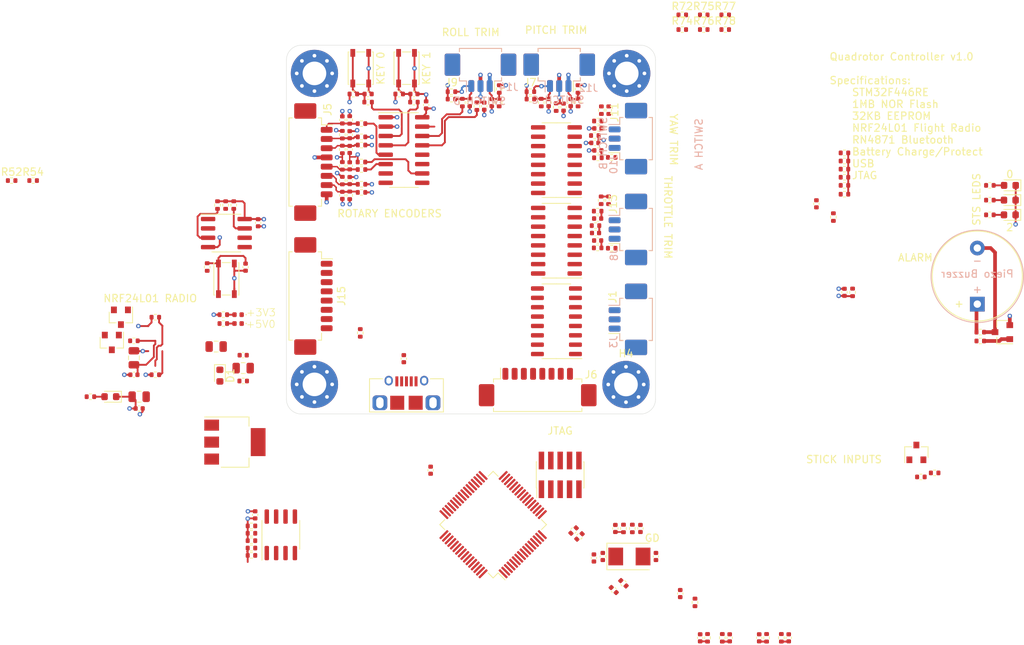
<source format=kicad_pcb>
(kicad_pcb (version 20171130) (host pcbnew 5.99.0+really5.1.10+dfsg1-1)
  (layers (0 F.Cu signal) (1 In1.Cu power hide) (2 In2.Cu power hide) (31 B.Cu signal) (34 B.Paste user hide) (35 F.Paste user) (36 B.SilkS user) (37 F.SilkS user) (38 B.Mask user hide) (39 F.Mask user hide) (44 Edge.Cuts user))
  (net 0 "")
  (net 1 "Net-(BZ1-Pad2)")
  (net 2 +3V3)
  (net 3 GND)
  (net 4 "/Human Machine Interface/Rotary Encoder/SW1_A")
  (net 5 "/Human Machine Interface/Rotary Encoder/SW1_B")
  (net 6 "/Human Machine Interface/Rotary Encoder/SW2_A")
  (net 7 "/Human Machine Interface/Rotary Encoder/SW2_B")
  (net 8 "/Human Machine Interface/Rotary Encoder/SW1_Btn")
  (net 9 "/Human Machine Interface/Rotary Encoder/SW2_Btn")
  (net 10 "Net-(C10-Pad1)")
  (net 11 "Net-(C11-Pad1)")
  (net 12 "Net-(C12-Pad1)")
  (net 13 "Net-(C13-Pad1)")
  (net 14 "Net-(C14-Pad1)")
  (net 15 "Net-(C15-Pad1)")
  (net 16 "Net-(C16-Pad1)")
  (net 17 "Net-(C17-Pad1)")
  (net 18 "Net-(C18-Pad1)")
  (net 19 "Net-(C19-Pad1)")
  (net 20 "Net-(C20-Pad1)")
  (net 21 "Net-(C21-Pad1)")
  (net 22 "/Human Machine Interface/Joy Stick Inputs/JS_3")
  (net 23 "/Human Machine Interface/Joy Stick Inputs/JS_2")
  (net 24 "/Human Machine Interface/Joy Stick Inputs/JS_1")
  (net 25 "/Human Machine Interface/Joy Stick Inputs/JS_0")
  (net 26 "Net-(C28-Pad2)")
  (net 27 "/Human Machine Interface/nRESET")
  (net 28 "Net-(C32-Pad2)")
  (net 29 +5V)
  (net 30 "/Power Supply/vBatt")
  (net 31 "Net-(C52-Pad2)")
  (net 32 "Net-(C53-Pad1)")
  (net 33 "Net-(C54-Pad1)")
  (net 34 "Net-(D1-Pad2)")
  (net 35 "Net-(D4-Pad2)")
  (net 36 "Net-(D5-Pad2)")
  (net 37 "Net-(D6-Pad2)")
  (net 38 "/Power Supply/USB_D-")
  (net 39 "/Power Supply/USB_D+")
  (net 40 /Processor/JT_nRST)
  (net 41 /Processor/JT_TDI)
  (net 42 /Processor/JT_TDO)
  (net 43 /Processor/JT_TCK)
  (net 44 /Processor/JT_TMS)
  (net 45 "Net-(J8-Pad1)")
  (net 46 "Net-(J10-Pad1)")
  (net 47 "Net-(J12-Pad1)")
  (net 48 "Net-(J14-Pad1)")
  (net 49 "Net-(Q1-Pad1)")
  (net 50 "Net-(R1-Pad1)")
  (net 51 "/Human Machine Interface/ENC1_A")
  (net 52 "/Human Machine Interface/ENC1_B")
  (net 53 "/Human Machine Interface/ENC0_A")
  (net 54 "/Human Machine Interface/ENC0_B")
  (net 55 /Processor/ANALOG_IN_VROLL)
  (net 56 /Processor/ANALOG_IN_VPITCH)
  (net 57 /Processor/ANALOG_IN_VYAW)
  (net 58 /Processor/ANALOG_IN_VTHROTTLE)
  (net 59 "/Human Machine Interface/PWM_Buzzer")
  (net 60 "Net-(R62-Pad2)")
  (net 61 "Net-(R64-Pad2)")
  (net 62 "Net-(R67-Pad2)")
  (net 63 /Processor/EEPROM_SDA)
  (net 64 /Processor/EEPROM_SCL)
  (net 65 /Processor/RF24_nCS)
  (net 66 /Processor/RF24_nIRQ)
  (net 67 "Net-(R88-Pad1)")
  (net 68 "Net-(R90-Pad2)")
  (net 69 "Net-(R93-Pad2)")
  (net 70 "Net-(R94-Pad2)")
  (net 71 "Net-(R95-Pad2)")
  (net 72 "Net-(R96-Pad1)")
  (net 73 "/Human Machine Interface/KEY_nCS")
  (net 74 "Net-(U1-Pad10)")
  (net 75 "/Human Machine Interface/KEY_MISO")
  (net 76 "/Human Machine Interface/KEY_SCK")
  (net 77 "/Human Machine Interface/KEY_nSAMPLE")
  (net 78 "Net-(U2-Pad10)")
  (net 79 /Processor/NOR_SCK)
  (net 80 /Processor/NOR_MOSI)
  (net 81 /Processor/NOR_MISO)
  (net 82 /Processor/NOR_nCS)
  (net 83 /Processor/RF24_MISO)
  (net 84 /Processor/RF24_MOSI)
  (net 85 /Processor/RF24_SCK)
  (net 86 /Processor/RF24_CE)
  (net 87 /Processor/KEY_MOSI)
  (net 88 /Processor/KeyOut_nCS)
  (net 89 /Processor/RF24_VCC_EN)
  (net 90 "Net-(C34-Pad1)")
  (net 91 "Net-(Q3-Pad3)")
  (net 92 "Net-(R61-Pad1)")
  (net 93 "Net-(R66-Pad2)")
  (net 94 "Net-(D8-Pad2)")
  (net 95 "Net-(D9-Pad2)")
  (net 96 "/Human Machine Interface/d19")
  (net 97 "/Human Machine Interface/d18")
  (net 98 "/Human Machine Interface/d17")
  (net 99 "/Human Machine Interface/d16")
  (net 100 "/Human Machine Interface/d23")
  (net 101 "/Human Machine Interface/d22")
  (net 102 "/Human Machine Interface/d21")
  (net 103 "/Human Machine Interface/d20")
  (net 104 "/Human Machine Interface/d11")
  (net 105 "/Human Machine Interface/d10")
  (net 106 "/Human Machine Interface/d9")
  (net 107 "/Human Machine Interface/d8")
  (net 108 "/Human Machine Interface/d15")
  (net 109 "/Human Machine Interface/d14")
  (net 110 "/Human Machine Interface/d13")
  (net 111 "/Human Machine Interface/d12")
  (net 112 "/Human Machine Interface/d3")
  (net 113 "/Human Machine Interface/d2")
  (net 114 "/Human Machine Interface/d7")
  (net 115 "/Human Machine Interface/d6")
  (net 116 "/Human Machine Interface/d5")
  (net 117 "/Human Machine Interface/d4")
  (net 118 "Net-(R89-Pad1)")
  (net 119 "Net-(R91-Pad2)")
  (net 120 "Net-(D3-Pad2)")
  (net 121 "Net-(R92-Pad2)")
  (net 122 /Processor/DBG_UART_RX_0)
  (net 123 /Processor/DBG_UART_TX_0)
  (net 124 /Processor/DBG_UART_RX_1)
  (net 125 /Processor/DBG_UART_TX_1)
  (net 126 "Net-(J4-Pad7)")
  (net 127 "Net-(Q2-Pad2)")
  (net 128 "Net-(Q2-Pad1)")
  (net 129 "/Human Machine Interface/d1")
  (net 130 "/Human Machine Interface/d0")
  (net 131 "Net-(R56-Pad2)")
  (net 132 "Net-(R59-Pad1)")
  (net 133 "Net-(R65-Pad1)")
  (net 134 /Processor/USB_ID)
  (net 135 /Processor/USB_SENSE)
  (net 136 /Processor/USB_nRENUMERATE)
  (net 137 "Net-(U1-Pad7)")
  (net 138 "Net-(U2-Pad7)")
  (net 139 "Net-(U3-Pad7)")
  (net 140 "Net-(U11-Pad9)")
  (net 141 "Net-(U11-Pad3)")
  (net 142 "Net-(U11-Pad2)")
  (net 143 "Net-(U13-Pad59)")
  (net 144 "Net-(U13-Pad54)")
  (net 145 "Net-(U13-Pad28)")
  (net 146 "Net-(U13-Pad15)")
  (net 147 "Net-(U13-Pad14)")
  (net 148 "Net-(U13-Pad4)")
  (net 149 "Net-(U13-Pad3)")
  (module Resistor_SMD:R_0402_1005Metric (layer F.Cu) (at 75.677 98.351)
    (fp_text reference R54 (at 0 -1.17) (layer F.SilkS))
    (fp_text value 10k)
    (pad 2 smd roundrect (at 0.51 0) (size 0.54 0.64) (layers F.Cu F.Paste F.Mask) (net 3 GND))
    (pad 1 smd roundrect (at -0.51 0) (size 0.54 0.64) (layers F.Cu F.Paste F.Mask) (net 130 "/Human Machine Interface/d0"))
  )
  (module Resistor_SMD:R_0402_1005Metric (layer F.Cu) (at 72.767 98.351)
    (fp_text reference R52 (at 0 -1.17) (layer F.SilkS))
    (fp_text value 10k)
    (pad 2 smd roundrect (at 0.51 0) (size 0.54 0.64) (layers F.Cu F.Paste F.Mask) (net 3 GND))
    (pad 1 smd roundrect (at -0.51 0) (size 0.54 0.64) (layers F.Cu F.Paste F.Mask) (net 129 "/Human Machine Interface/d1"))
  )
  (module MountingHole:MountingHole_3.2mm_M3_Pad_Via (layer F.Cu) (at 156 126)
    (fp_text reference H4 (at 0 -4.2) (layer F.SilkS))
    (fp_text value MountingHole_Pad)
    (pad 1 thru_hole circle (at 1.697056 -1.697056) (size 0.8 0.8) (drill 0.5) (layers *.Cu *.Mask) (net 3 GND))
    (pad 1 thru_hole circle (at 0 -2.4) (size 0.8 0.8) (drill 0.5) (layers *.Cu *.Mask) (net 3 GND))
    (pad 1 thru_hole circle (at -1.697056 -1.697056) (size 0.8 0.8) (drill 0.5) (layers *.Cu *.Mask) (net 3 GND))
    (pad 1 thru_hole circle (at -2.4 0) (size 0.8 0.8) (drill 0.5) (layers *.Cu *.Mask) (net 3 GND))
    (pad 1 thru_hole circle (at -1.697056 1.697056) (size 0.8 0.8) (drill 0.5) (layers *.Cu *.Mask) (net 3 GND))
    (pad 1 thru_hole circle (at 0 2.4) (size 0.8 0.8) (drill 0.5) (layers *.Cu *.Mask) (net 3 GND))
    (pad 1 thru_hole circle (at 1.697056 1.697056) (size 0.8 0.8) (drill 0.5) (layers *.Cu *.Mask) (net 3 GND))
    (pad 1 thru_hole circle (at 2.4 0) (size 0.8 0.8) (drill 0.5) (layers *.Cu *.Mask) (net 3 GND))
    (pad 1 thru_hole circle (at 0 0) (size 6.4 6.4) (drill 3.2) (layers *.Cu *.Mask) (net 3 GND))
  )
  (module Package_SO:SOIC-16_3.9x9.9mm_P1.27mm (layer F.Cu) (at 146.576 106.505 180)
    (fp_text reference U1)
    (fp_text value 74HC165)
    (pad 16 smd roundrect (at 2.475 -4.445 180) (size 1.95 0.6) (layers F.Cu F.Paste F.Mask) (net 2 +3V3))
    (pad 15 smd roundrect (at 2.475 -3.175 180) (size 1.95 0.6) (layers F.Cu F.Paste F.Mask) (net 73 "/Human Machine Interface/KEY_nCS"))
    (pad 14 smd roundrect (at 2.475 -1.905 180) (size 1.95 0.6) (layers F.Cu F.Paste F.Mask) (net 96 "/Human Machine Interface/d19"))
    (pad 13 smd roundrect (at 2.475 -0.635 180) (size 1.95 0.6) (layers F.Cu F.Paste F.Mask) (net 97 "/Human Machine Interface/d18"))
    (pad 12 smd roundrect (at 2.475 0.635 180) (size 1.95 0.6) (layers F.Cu F.Paste F.Mask) (net 98 "/Human Machine Interface/d17"))
    (pad 11 smd roundrect (at 2.475 1.905 180) (size 1.95 0.6) (layers F.Cu F.Paste F.Mask) (net 99 "/Human Machine Interface/d16"))
    (pad 10 smd roundrect (at 2.475 3.175 180) (size 1.95 0.6) (layers F.Cu F.Paste F.Mask) (net 74 "Net-(U1-Pad10)"))
    (pad 9 smd roundrect (at 2.475 4.445 180) (size 1.95 0.6) (layers F.Cu F.Paste F.Mask) (net 75 "/Human Machine Interface/KEY_MISO"))
    (pad 8 smd roundrect (at -2.475 4.445 180) (size 1.95 0.6) (layers F.Cu F.Paste F.Mask) (net 3 GND))
    (pad 7 smd roundrect (at -2.475 3.175 180) (size 1.95 0.6) (layers F.Cu F.Paste F.Mask) (net 137 "Net-(U1-Pad7)"))
    (pad 6 smd roundrect (at -2.475 1.905 180) (size 1.95 0.6) (layers F.Cu F.Paste F.Mask) (net 100 "/Human Machine Interface/d23"))
    (pad 5 smd roundrect (at -2.475 0.635 180) (size 1.95 0.6) (layers F.Cu F.Paste F.Mask) (net 101 "/Human Machine Interface/d22"))
    (pad 4 smd roundrect (at -2.475 -0.635 180) (size 1.95 0.6) (layers F.Cu F.Paste F.Mask) (net 102 "/Human Machine Interface/d21"))
    (pad 3 smd roundrect (at -2.475 -1.905 180) (size 1.95 0.6) (layers F.Cu F.Paste F.Mask) (net 103 "/Human Machine Interface/d20"))
    (pad 2 smd roundrect (at -2.475 -3.175 180) (size 1.95 0.6) (layers F.Cu F.Paste F.Mask) (net 76 "/Human Machine Interface/KEY_SCK"))
    (pad 1 smd roundrect (at -2.475 -4.445 180) (size 1.95 0.6) (layers F.Cu F.Paste F.Mask) (net 77 "/Human Machine Interface/KEY_nSAMPLE"))
  )
  (module Connector_Molex:Molex_PicoBlade_53261-0371_1x03-1MP_P1.25mm_Horizontal (layer B.Cu) (at 156.863 92.662 270)
    (fp_text reference J10 (at 3.472 2.54 90) (layer B.SilkS) (effects (justify mirror)))
    (fp_text value SW_B)
    (pad MP smd roundrect (at 3.8 -0.5 270) (size 2.1 3) (layers B.Cu B.Paste B.Mask) (roundrect_rratio 0.119048))
    (pad MP smd roundrect (at -3.8 -0.5 270) (size 2.1 3) (layers B.Cu B.Paste B.Mask) (roundrect_rratio 0.119048))
    (pad 3 smd roundrect (at 1.25 2.4 270) (size 0.8 1.6) (layers B.Cu B.Paste B.Mask) (net 3 GND))
    (pad 2 smd roundrect (at 0 2.4 270) (size 0.8 1.6) (layers B.Cu B.Paste B.Mask) (net 14 "Net-(C14-Pad1)"))
    (pad 1 smd roundrect (at -1.25 2.4 270) (size 0.8 1.6) (layers B.Cu B.Paste B.Mask) (net 46 "Net-(J10-Pad1)"))
  )
  (module Resistor_SMD:R_0402_1005Metric (layer F.Cu) (at 197.8205 137.9883 180)
    (fp_text reference R56)
    (fp_text value 560)
    (pad 2 smd roundrect (at 0.51 0 180) (size 0.54 0.64) (layers F.Cu F.Paste F.Mask) (net 131 "Net-(R56-Pad2)"))
    (pad 1 smd roundrect (at -0.51 0 180) (size 0.54 0.64) (layers F.Cu F.Paste F.Mask) (net 34 "Net-(D1-Pad2)"))
  )
  (module Connector_Molex:Molex_PicoBlade_53261-0371_1x03-1MP_P1.25mm_Horizontal (layer F.Cu) (at 156.863 117.173 90)
    (fp_text reference J1 (at 3.048 -2.667 270) (layer F.SilkS))
    (fp_text value SerialDebug)
    (pad MP smd roundrect (at 3.8 0.5 90) (size 2.1 3) (layers F.Cu F.Paste F.Mask) (roundrect_rratio 0.119048))
    (pad MP smd roundrect (at -3.8 0.5 90) (size 2.1 3) (layers F.Cu F.Paste F.Mask) (roundrect_rratio 0.119048))
    (pad 3 smd roundrect (at 1.25 -2.4 90) (size 0.8 1.6) (layers F.Cu F.Paste F.Mask) (net 3 GND))
    (pad 2 smd roundrect (at 0 -2.4 90) (size 0.8 1.6) (layers F.Cu F.Paste F.Mask) (net 122 /Processor/DBG_UART_RX_0))
    (pad 1 smd roundrect (at -1.25 -2.4 90) (size 0.8 1.6) (layers F.Cu F.Paste F.Mask) (net 123 /Processor/DBG_UART_TX_0))
  )
  (module Capacitor_SMD:C_0402_1005Metric (layer F.Cu) (at 129.5326 137.62 90)
    (fp_text reference C33)
    (fp_text value 100n)
    (pad 2 smd roundrect (at 0.48 0 90) (size 0.56 0.62) (layers F.Cu F.Paste F.Mask) (net 3 GND))
    (pad 1 smd roundrect (at -0.48 0 90) (size 0.56 0.62) (layers F.Cu F.Paste F.Mask) (net 2 +3V3))
  )
  (module Resistor_SMD:R_0402_1005Metric (layer F.Cu) (at 120 119 270)
    (fp_text reference R73)
    (fp_text value 5.1k)
    (pad 2 smd roundrect (at 0.51 0 270) (size 0.54 0.64) (layers F.Cu F.Paste F.Mask) (net 29 +5V))
    (pad 1 smd roundrect (at -0.51 0 270) (size 0.54 0.64) (layers F.Cu F.Paste F.Mask) (net 135 /Processor/USB_SENSE))
  )
  (module Resistor_SMD:R_0402_1005Metric (layer F.Cu) (at 92.2332 116.8775 180)
    (fp_text reference R98)
    (fp_text value 10k)
    (pad 2 smd roundrect (at 0.51 0 180) (size 0.54 0.64) (layers F.Cu F.Paste F.Mask) (net 2 +3V3))
    (pad 1 smd roundrect (at -0.51 0 180) (size 0.54 0.64) (layers F.Cu F.Paste F.Mask) (net 91 "Net-(Q3-Pad3)"))
  )
  (module Capacitor_SMD:C_0402_1005Metric (layer F.Cu) (at 128.923 88.09 90)
    (fp_text reference C3)
    (fp_text value 100n)
    (pad 2 smd roundrect (at 0.48 0 90) (size 0.56 0.62) (layers F.Cu F.Paste F.Mask) (net 3 GND))
    (pad 1 smd roundrect (at -0.48 0 90) (size 0.56 0.62) (layers F.Cu F.Paste F.Mask) (net 2 +3V3))
  )
  (module Capacitor_SMD:C_0805_2012Metric (layer F.Cu) (at 104.138 123.776 180)
    (fp_text reference C44)
    (fp_text value 1uF)
    (pad 2 smd roundrect (at 0.95 0 180) (size 1 1.45) (layers F.Cu F.Paste F.Mask) (net 3 GND))
    (pad 1 smd roundrect (at -0.95 0 180) (size 1 1.45) (layers F.Cu F.Paste F.Mask) (net 2 +3V3))
  )
  (module Capacitor_SMD:C_0805_2012Metric (layer F.Cu) (at 100.475 120.856)
    (fp_text reference C41)
    (fp_text value 1uF)
    (pad 2 smd roundrect (at 0.95 0) (size 1 1.45) (layers F.Cu F.Paste F.Mask) (net 29 +5V))
    (pad 1 smd roundrect (at -0.95 0) (size 1 1.45) (layers F.Cu F.Paste F.Mask) (net 3 GND))
  )
  (module Capacitor_SMD:C_0402_1005Metric (layer F.Cu) (at 104.138 122.026 180)
    (fp_text reference C47)
    (fp_text value 100n)
    (pad 2 smd roundrect (at 0.48 0 180) (size 0.56 0.62) (layers F.Cu F.Paste F.Mask) (net 3 GND))
    (pad 1 smd roundrect (at -0.48 0 180) (size 0.56 0.62) (layers F.Cu F.Paste F.Mask) (net 2 +3V3))
  )
  (module Resistor_SMD:R_0402_1005Metric (layer F.Cu) (at 104.138 125.526 180)
    (fp_text reference R85)
    (fp_text value 10k)
    (pad 2 smd roundrect (at 0.51 0 180) (size 0.54 0.64) (layers F.Cu F.Paste F.Mask) (net 3 GND))
    (pad 1 smd roundrect (at -0.51 0 180) (size 0.54 0.64) (layers F.Cu F.Paste F.Mask) (net 2 +3V3))
  )
  (module Resistor_SMD:R_0402_1005Metric (layer F.Cu) (at 169.445001 77.875001)
    (fp_text reference R78 (at 0 -1.17) (layer F.SilkS))
    (fp_text value 100)
    (pad 2 smd roundrect (at 0.51 0) (size 0.54 0.64) (layers F.Cu F.Paste F.Mask) (net 128 "Net-(Q2-Pad1)"))
    (pad 1 smd roundrect (at -0.51 0) (size 0.54 0.64) (layers F.Cu F.Paste F.Mask) (net 136 /Processor/USB_nRENUMERATE))
  )
  (module Resistor_SMD:R_0402_1005Metric (layer F.Cu) (at 169.445001 75.885001)
    (fp_text reference R77 (at 0 -1.17) (layer F.SilkS))
    (fp_text value 33k)
    (pad 2 smd roundrect (at 0.51 0) (size 0.54 0.64) (layers F.Cu F.Paste F.Mask) (net 128 "Net-(Q2-Pad1)"))
    (pad 1 smd roundrect (at -0.51 0) (size 0.54 0.64) (layers F.Cu F.Paste F.Mask) (net 3 GND))
  )
  (module Resistor_SMD:R_0402_1005Metric (layer F.Cu) (at 166.535001 77.875001)
    (fp_text reference R76 (at 0 -1.17) (layer F.SilkS))
    (fp_text value 4.7k)
    (pad 2 smd roundrect (at 0.51 0) (size 0.54 0.64) (layers F.Cu F.Paste F.Mask) (net 29 +5V))
    (pad 1 smd roundrect (at -0.51 0) (size 0.54 0.64) (layers F.Cu F.Paste F.Mask) (net 128 "Net-(Q2-Pad1)"))
  )
  (module Resistor_SMD:R_0402_1005Metric (layer F.Cu) (at 166.535001 75.885001)
    (fp_text reference R75 (at 0 -1.17) (layer F.SilkS))
    (fp_text value 1.5k)
    (pad 2 smd roundrect (at 0.51 0) (size 0.54 0.64) (layers F.Cu F.Paste F.Mask) (net 127 "Net-(Q2-Pad2)"))
    (pad 1 smd roundrect (at -0.51 0) (size 0.54 0.64) (layers F.Cu F.Paste F.Mask) (net 39 "/Power Supply/USB_D+"))
  )
  (module Resistor_SMD:R_0402_1005Metric (layer F.Cu) (at 163.625001 77.875001)
    (fp_text reference R74 (at 0 -1.17) (layer F.SilkS))
    (fp_text value 10k)
    (pad 2 smd roundrect (at 0.51 0) (size 0.54 0.64) (layers F.Cu F.Paste F.Mask) (net 135 /Processor/USB_SENSE))
    (pad 1 smd roundrect (at -0.51 0) (size 0.54 0.64) (layers F.Cu F.Paste F.Mask) (net 3 GND))
  )
  (module Resistor_SMD:R_0402_1005Metric (layer F.Cu) (at 163.625001 75.885001)
    (fp_text reference R72 (at 0 -1.17) (layer F.SilkS))
    (fp_text value 10k)
    (pad 2 smd roundrect (at 0.51 0) (size 0.54 0.64) (layers F.Cu F.Paste F.Mask) (net 134 /Processor/USB_ID))
    (pad 1 smd roundrect (at -0.51 0) (size 0.54 0.64) (layers F.Cu F.Paste F.Mask) (net 3 GND))
  )
  (module Connector_Molex:Molex_PicoBlade_53261-0871_1x08-1MP_P1.25mm_Horizontal (layer F.Cu) (at 113.048 113.998 270)
    (fp_text reference J15 (at 0 -4.4 90) (layer F.SilkS))
    (fp_text value Conn_01x08)
    (pad MP smd roundrect (at 6.925 0.5 270) (size 2.1 3) (layers F.Cu F.Paste F.Mask) (roundrect_rratio 0.119048))
    (pad MP smd roundrect (at -6.925 0.5 270) (size 2.1 3) (layers F.Cu F.Paste F.Mask) (roundrect_rratio 0.119048))
    (pad 8 smd roundrect (at 4.375 -2.4 270) (size 0.8 1.6) (layers F.Cu F.Paste F.Mask) (net 3 GND))
    (pad 7 smd roundrect (at 3.125 -2.4 270) (size 0.8 1.6) (layers F.Cu F.Paste F.Mask) (net 66 /Processor/RF24_nIRQ))
    (pad 6 smd roundrect (at 1.875 -2.4 270) (size 0.8 1.6) (layers F.Cu F.Paste F.Mask) (net 86 /Processor/RF24_CE))
    (pad 5 smd roundrect (at 0.625 -2.4 270) (size 0.8 1.6) (layers F.Cu F.Paste F.Mask) (net 65 /Processor/RF24_nCS))
    (pad 4 smd roundrect (at -0.625 -2.4 270) (size 0.8 1.6) (layers F.Cu F.Paste F.Mask) (net 85 /Processor/RF24_SCK))
    (pad 3 smd roundrect (at -1.875 -2.4 270) (size 0.8 1.6) (layers F.Cu F.Paste F.Mask) (net 83 /Processor/RF24_MISO))
    (pad 2 smd roundrect (at -3.125 -2.4 270) (size 0.8 1.6) (layers F.Cu F.Paste F.Mask) (net 84 /Processor/RF24_MOSI))
    (pad 1 smd roundrect (at -4.375 -2.4 270) (size 0.8 1.6) (layers F.Cu F.Paste F.Mask) (net 90 "Net-(C34-Pad1)"))
  )
  (module Connector_Molex:Molex_PicoBlade_53261-0371_1x03-1MP_P1.25mm_Horizontal (layer B.Cu) (at 136.289 83.137)
    (fp_text reference J14 (at 3.81 2.54) (layer B.SilkS) (effects (justify mirror)))
    (fp_text value SW_D)
    (pad MP smd roundrect (at 3.8 -0.5) (size 2.1 3) (layers B.Cu B.Paste B.Mask) (roundrect_rratio 0.119048))
    (pad MP smd roundrect (at -3.8 -0.5) (size 2.1 3) (layers B.Cu B.Paste B.Mask) (roundrect_rratio 0.119048))
    (pad 3 smd roundrect (at 1.25 2.4) (size 0.8 1.6) (layers B.Cu B.Paste B.Mask) (net 3 GND))
    (pad 2 smd roundrect (at 0 2.4) (size 0.8 1.6) (layers B.Cu B.Paste B.Mask) (net 20 "Net-(C20-Pad1)"))
    (pad 1 smd roundrect (at -1.25 2.4) (size 0.8 1.6) (layers B.Cu B.Paste B.Mask) (net 48 "Net-(J14-Pad1)"))
  )
  (module Connector_Molex:Molex_PicoBlade_53261-0371_1x03-1MP_P1.25mm_Horizontal (layer F.Cu) (at 156.863 104.981 90)
    (fp_text reference J13 (at 3.435 -2.599 90) (layer F.SilkS))
    (fp_text value TTrim)
    (pad MP smd roundrect (at 3.8 0.5 90) (size 2.1 3) (layers F.Cu F.Paste F.Mask) (roundrect_rratio 0.119048))
    (pad MP smd roundrect (at -3.8 0.5 90) (size 2.1 3) (layers F.Cu F.Paste F.Mask) (roundrect_rratio 0.119048))
    (pad 3 smd roundrect (at 1.25 -2.4 90) (size 0.8 1.6) (layers F.Cu F.Paste F.Mask) (net 19 "Net-(C19-Pad1)"))
    (pad 2 smd roundrect (at 0 -2.4 90) (size 0.8 1.6) (layers F.Cu F.Paste F.Mask) (net 3 GND))
    (pad 1 smd roundrect (at -1.25 -2.4 90) (size 0.8 1.6) (layers F.Cu F.Paste F.Mask) (net 21 "Net-(C21-Pad1)"))
  )
  (module Connector_Molex:Molex_PicoBlade_53261-0371_1x03-1MP_P1.25mm_Horizontal (layer B.Cu) (at 146.957 83.137)
    (fp_text reference J12 (at 3.937 2.667) (layer B.SilkS) (effects (justify mirror)))
    (fp_text value SW_C)
    (pad MP smd roundrect (at 3.8 -0.5) (size 2.1 3) (layers B.Cu B.Paste B.Mask) (roundrect_rratio 0.119048))
    (pad MP smd roundrect (at -3.8 -0.5) (size 2.1 3) (layers B.Cu B.Paste B.Mask) (roundrect_rratio 0.119048))
    (pad 3 smd roundrect (at 1.25 2.4) (size 0.8 1.6) (layers B.Cu B.Paste B.Mask) (net 3 GND))
    (pad 2 smd roundrect (at 0 2.4) (size 0.8 1.6) (layers B.Cu B.Paste B.Mask) (net 17 "Net-(C17-Pad1)"))
    (pad 1 smd roundrect (at -1.25 2.4) (size 0.8 1.6) (layers B.Cu B.Paste B.Mask) (net 47 "Net-(J12-Pad1)"))
  )
  (module Connector_Molex:Molex_PicoBlade_53261-0371_1x03-1MP_P1.25mm_Horizontal (layer F.Cu) (at 156.863 92.662 90)
    (fp_text reference J11 (at 3.556 -2.413 90) (layer F.SilkS))
    (fp_text value YTrim)
    (pad MP smd roundrect (at 3.8 0.5 90) (size 2.1 3) (layers F.Cu F.Paste F.Mask) (roundrect_rratio 0.119048))
    (pad MP smd roundrect (at -3.8 0.5 90) (size 2.1 3) (layers F.Cu F.Paste F.Mask) (roundrect_rratio 0.119048))
    (pad 3 smd roundrect (at 1.25 -2.4 90) (size 0.8 1.6) (layers F.Cu F.Paste F.Mask) (net 16 "Net-(C16-Pad1)"))
    (pad 2 smd roundrect (at 0 -2.4 90) (size 0.8 1.6) (layers F.Cu F.Paste F.Mask) (net 3 GND))
    (pad 1 smd roundrect (at -1.25 -2.4 90) (size 0.8 1.6) (layers F.Cu F.Paste F.Mask) (net 18 "Net-(C18-Pad1)"))
  )
  (module Connector_Molex:Molex_PicoBlade_53261-0371_1x03-1MP_P1.25mm_Horizontal (layer F.Cu) (at 136.289 83.137 180)
    (fp_text reference J9 (at 3.937 -1.905) (layer F.SilkS))
    (fp_text value RTrim)
    (pad MP smd roundrect (at 3.8 0.5 180) (size 2.1 3) (layers F.Cu F.Paste F.Mask) (roundrect_rratio 0.119048))
    (pad MP smd roundrect (at -3.8 0.5 180) (size 2.1 3) (layers F.Cu F.Paste F.Mask) (roundrect_rratio 0.119048))
    (pad 3 smd roundrect (at 1.25 -2.4 180) (size 0.8 1.6) (layers F.Cu F.Paste F.Mask) (net 13 "Net-(C13-Pad1)"))
    (pad 2 smd roundrect (at 0 -2.4 180) (size 0.8 1.6) (layers F.Cu F.Paste F.Mask) (net 3 GND))
    (pad 1 smd roundrect (at -1.25 -2.4 180) (size 0.8 1.6) (layers F.Cu F.Paste F.Mask) (net 15 "Net-(C15-Pad1)"))
  )
  (module Connector_Molex:Molex_PicoBlade_53261-0371_1x03-1MP_P1.25mm_Horizontal (layer B.Cu) (at 156.863 104.981 270)
    (fp_text reference J8 (at 3.423 2.472 90) (layer B.SilkS) (effects (justify mirror)))
    (fp_text value SW_A)
    (pad MP smd roundrect (at 3.8 -0.5 270) (size 2.1 3) (layers B.Cu B.Paste B.Mask) (roundrect_rratio 0.119048))
    (pad MP smd roundrect (at -3.8 -0.5 270) (size 2.1 3) (layers B.Cu B.Paste B.Mask) (roundrect_rratio 0.119048))
    (pad 3 smd roundrect (at 1.25 2.4 270) (size 0.8 1.6) (layers B.Cu B.Paste B.Mask) (net 3 GND))
    (pad 2 smd roundrect (at 0 2.4 270) (size 0.8 1.6) (layers B.Cu B.Paste B.Mask) (net 11 "Net-(C11-Pad1)"))
    (pad 1 smd roundrect (at -1.25 2.4 270) (size 0.8 1.6) (layers B.Cu B.Paste B.Mask) (net 45 "Net-(J8-Pad1)"))
  )
  (module Connector_Molex:Molex_PicoBlade_53261-0371_1x03-1MP_P1.25mm_Horizontal (layer F.Cu) (at 146.947 83.129 180)
    (fp_text reference J7 (at 3.927 -1.913) (layer F.SilkS))
    (fp_text value PTrim)
    (pad MP smd roundrect (at 3.8 0.5 180) (size 2.1 3) (layers F.Cu F.Paste F.Mask) (roundrect_rratio 0.119048))
    (pad MP smd roundrect (at -3.8 0.5 180) (size 2.1 3) (layers F.Cu F.Paste F.Mask) (roundrect_rratio 0.119048))
    (pad 3 smd roundrect (at 1.25 -2.4 180) (size 0.8 1.6) (layers F.Cu F.Paste F.Mask) (net 10 "Net-(C10-Pad1)"))
    (pad 2 smd roundrect (at 0 -2.4 180) (size 0.8 1.6) (layers F.Cu F.Paste F.Mask) (net 3 GND))
    (pad 1 smd roundrect (at -1.25 -2.4 180) (size 0.8 1.6) (layers F.Cu F.Paste F.Mask) (net 12 "Net-(C12-Pad1)"))
  )
  (module Connector_Molex:Molex_PicoBlade_53261-0871_1x08-1MP_P1.25mm_Horizontal (layer F.Cu) (at 144.036 126.952)
    (fp_text reference J6 (at 7.239 -2.286) (layer F.SilkS))
    (fp_text value JoystickConn)
    (pad MP smd roundrect (at 6.925 0.5) (size 2.1 3) (layers F.Cu F.Paste F.Mask) (roundrect_rratio 0.119048))
    (pad MP smd roundrect (at -6.925 0.5) (size 2.1 3) (layers F.Cu F.Paste F.Mask) (roundrect_rratio 0.119048))
    (pad 8 smd roundrect (at 4.375 -2.4) (size 0.8 1.6) (layers F.Cu F.Paste F.Mask) (net 3 GND))
    (pad 7 smd roundrect (at 3.125 -2.4) (size 0.8 1.6) (layers F.Cu F.Paste F.Mask) (net 22 "/Human Machine Interface/Joy Stick Inputs/JS_3"))
    (pad 6 smd roundrect (at 1.875 -2.4) (size 0.8 1.6) (layers F.Cu F.Paste F.Mask) (net 23 "/Human Machine Interface/Joy Stick Inputs/JS_2"))
    (pad 5 smd roundrect (at 0.625 -2.4) (size 0.8 1.6) (layers F.Cu F.Paste F.Mask) (net 2 +3V3))
    (pad 4 smd roundrect (at -0.625 -2.4) (size 0.8 1.6) (layers F.Cu F.Paste F.Mask) (net 3 GND))
    (pad 3 smd roundrect (at -1.875 -2.4) (size 0.8 1.6) (layers F.Cu F.Paste F.Mask) (net 24 "/Human Machine Interface/Joy Stick Inputs/JS_1"))
    (pad 2 smd roundrect (at -3.125 -2.4) (size 0.8 1.6) (layers F.Cu F.Paste F.Mask) (net 25 "/Human Machine Interface/Joy Stick Inputs/JS_0"))
    (pad 1 smd roundrect (at -4.375 -2.4) (size 0.8 1.6) (layers F.Cu F.Paste F.Mask) (net 2 +3V3))
  )
  (module Connector_Molex:Molex_PicoBlade_53261-0871_1x08-1MP_P1.25mm_Horizontal (layer F.Cu) (at 113.048 95.837 270)
    (fp_text reference J5 (at -7.112 -2.54 90) (layer F.SilkS))
    (fp_text value EncoderConn)
    (pad MP smd roundrect (at 6.925 0.5 270) (size 2.1 3) (layers F.Cu F.Paste F.Mask) (roundrect_rratio 0.119048))
    (pad MP smd roundrect (at -6.925 0.5 270) (size 2.1 3) (layers F.Cu F.Paste F.Mask) (roundrect_rratio 0.119048))
    (pad 8 smd roundrect (at 4.375 -2.4 270) (size 0.8 1.6) (layers F.Cu F.Paste F.Mask) (net 3 GND))
    (pad 7 smd roundrect (at 3.125 -2.4 270) (size 0.8 1.6) (layers F.Cu F.Paste F.Mask) (net 7 "/Human Machine Interface/Rotary Encoder/SW2_B"))
    (pad 6 smd roundrect (at 1.875 -2.4 270) (size 0.8 1.6) (layers F.Cu F.Paste F.Mask) (net 6 "/Human Machine Interface/Rotary Encoder/SW2_A"))
    (pad 5 smd roundrect (at 0.625 -2.4 270) (size 0.8 1.6) (layers F.Cu F.Paste F.Mask) (net 9 "/Human Machine Interface/Rotary Encoder/SW2_Btn"))
    (pad 4 smd roundrect (at -0.625 -2.4 270) (size 0.8 1.6) (layers F.Cu F.Paste F.Mask) (net 3 GND))
    (pad 3 smd roundrect (at -1.875 -2.4 270) (size 0.8 1.6) (layers F.Cu F.Paste F.Mask) (net 5 "/Human Machine Interface/Rotary Encoder/SW1_B"))
    (pad 2 smd roundrect (at -3.125 -2.4 270) (size 0.8 1.6) (layers F.Cu F.Paste F.Mask) (net 4 "/Human Machine Interface/Rotary Encoder/SW1_A"))
    (pad 1 smd roundrect (at -4.375 -2.4 270) (size 0.8 1.6) (layers F.Cu F.Paste F.Mask) (net 8 "/Human Machine Interface/Rotary Encoder/SW1_Btn"))
  )
  (module Connector_Molex:Molex_PicoBlade_53261-0371_1x03-1MP_P1.25mm_Horizontal (layer B.Cu) (at 156.863 117.173 270)
    (fp_text reference J3 (at 3.048 2.54 90) (layer B.SilkS) (effects (justify mirror)))
    (fp_text value SerialDebug)
    (pad MP smd roundrect (at 3.8 -0.5 270) (size 2.1 3) (layers B.Cu B.Paste B.Mask) (roundrect_rratio 0.119048))
    (pad MP smd roundrect (at -3.8 -0.5 270) (size 2.1 3) (layers B.Cu B.Paste B.Mask) (roundrect_rratio 0.119048))
    (pad 3 smd roundrect (at 1.25 2.4 270) (size 0.8 1.6) (layers B.Cu B.Paste B.Mask) (net 3 GND))
    (pad 2 smd roundrect (at 0 2.4 270) (size 0.8 1.6) (layers B.Cu B.Paste B.Mask) (net 124 /Processor/DBG_UART_RX_1))
    (pad 1 smd roundrect (at -1.25 2.4 270) (size 0.8 1.6) (layers B.Cu B.Paste B.Mask) (net 125 /Processor/DBG_UART_TX_1))
  )
  (module LED_SMD:LED_0603_1608Metric (layer F.Cu) (at 100.983 124.793 270)
    (fp_text reference D1 (at 0 -1.43 90) (layer F.SilkS))
    (fp_text value DBG_LED_0)
    (pad 2 smd roundrect (at 0.7875 0 270) (size 0.875 0.95) (layers F.Cu F.Paste F.Mask) (net 34 "Net-(D1-Pad2)"))
    (pad 1 smd roundrect (at -0.7875 0 270) (size 0.875 0.95) (layers F.Cu F.Paste F.Mask) (net 3 GND))
  )
  (module Package_SO:SOIC-8_3.9x4.9mm_P1.27mm (layer F.Cu) (at 109.238 146.383 90)
    (fp_text reference U5)
    (fp_text value AT24C256)
    (pad 8 smd roundrect (at 2.475 -1.905 90) (size 1.95 0.6) (layers F.Cu F.Paste F.Mask) (net 2 +3V3))
    (pad 7 smd roundrect (at 2.475 -0.635 90) (size 1.95 0.6) (layers F.Cu F.Paste F.Mask) (net 3 GND))
    (pad 6 smd roundrect (at 2.475 0.635 90) (size 1.95 0.6) (layers F.Cu F.Paste F.Mask) (net 64 /Processor/EEPROM_SCL))
    (pad 5 smd roundrect (at 2.475 1.905 90) (size 1.95 0.6) (layers F.Cu F.Paste F.Mask) (net 63 /Processor/EEPROM_SDA))
    (pad 4 smd roundrect (at -2.475 1.905 90) (size 1.95 0.6) (layers F.Cu F.Paste F.Mask) (net 3 GND))
    (pad 3 smd roundrect (at -2.475 0.635 90) (size 1.95 0.6) (layers F.Cu F.Paste F.Mask) (net 92 "Net-(R61-Pad1)"))
    (pad 2 smd roundrect (at -2.475 -0.635 90) (size 1.95 0.6) (layers F.Cu F.Paste F.Mask) (net 60 "Net-(R62-Pad2)"))
    (pad 1 smd roundrect (at -2.475 -1.905 90) (size 1.95 0.6) (layers F.Cu F.Paste F.Mask) (net 93 "Net-(R66-Pad2)"))
  )
  (module Package_TO_SOT_SMD:SOT-23 (layer F.Cu) (at 87.5718 116.8809 270)
    (fp_text reference Q5)
    (fp_text value LBSS84LT1G)
    (pad 3 smd rect (at 1 0 270) (size 0.9 0.8) (layers F.Cu F.Paste F.Mask) (net 90 "Net-(C34-Pad1)"))
    (pad 2 smd rect (at -1 0.95 270) (size 0.9 0.8) (layers F.Cu F.Paste F.Mask) (net 2 +3V3))
    (pad 1 smd rect (at -1 -0.95 270) (size 0.9 0.8) (layers F.Cu F.Paste F.Mask) (net 91 "Net-(Q3-Pad3)"))
  )
  (module Package_TO_SOT_SMD:SOT-23 (layer F.Cu) (at 86.3399 120.2972 270)
    (fp_text reference Q3)
    (fp_text value 2N7002)
    (pad 3 smd rect (at 1 0 270) (size 0.9 0.8) (layers F.Cu F.Paste F.Mask) (net 91 "Net-(Q3-Pad3)"))
    (pad 2 smd rect (at -1 0.95 270) (size 0.9 0.8) (layers F.Cu F.Paste F.Mask) (net 3 GND))
    (pad 1 smd rect (at -1 -0.95 270) (size 0.9 0.8) (layers F.Cu F.Paste F.Mask) (net 89 /Processor/RF24_VCC_EN))
  )
  (module Package_TO_SOT_SMD:SOT-23 (layer F.Cu) (at 195.344 135.207 90)
    (fp_text reference Q2)
    (fp_text value MMBT3904)
    (pad 3 smd rect (at 1 0 90) (size 0.9 0.8) (layers F.Cu F.Paste F.Mask) (net 2 +3V3))
    (pad 2 smd rect (at -1 0.95 90) (size 0.9 0.8) (layers F.Cu F.Paste F.Mask) (net 127 "Net-(Q2-Pad2)"))
    (pad 1 smd rect (at -1 -0.95 90) (size 0.9 0.8) (layers F.Cu F.Paste F.Mask) (net 128 "Net-(Q2-Pad1)"))
  )
  (module Resistor_SMD:R_0402_1005Metric (layer F.Cu) (at 83.4427 127.6553 180)
    (fp_text reference R92)
    (fp_text value 560)
    (pad 2 smd roundrect (at 0.51 0 180) (size 0.54 0.64) (layers F.Cu F.Paste F.Mask) (net 121 "Net-(R92-Pad2)"))
    (pad 1 smd roundrect (at -0.51 0 180) (size 0.54 0.64) (layers F.Cu F.Paste F.Mask) (net 120 "Net-(D3-Pad2)"))
  )
  (module LED_SMD:LED_0603_1608Metric (layer F.Cu) (at 86.1427 127.6553 180)
    (fp_text reference D3)
    (fp_text value STATUS_LED)
    (pad 2 smd roundrect (at 0.7875 0 180) (size 0.875 0.95) (layers F.Cu F.Paste F.Mask) (net 120 "Net-(D3-Pad2)"))
    (pad 1 smd roundrect (at -0.7875 0 180) (size 0.875 0.95) (layers F.Cu F.Paste F.Mask) (net 3 GND))
  )
  (module Resistor_SMD:R_0402_1005Metric (layer F.Cu) (at 148.8987 145.8032 225)
    (fp_text reference R91)
    (fp_text value 10k)
    (pad 2 smd roundrect (at 0.51 0 225) (size 0.54 0.64) (layers F.Cu F.Paste F.Mask) (net 119 "Net-(R91-Pad2)"))
    (pad 1 smd roundrect (at -0.51 0 225) (size 0.54 0.64) (layers F.Cu F.Paste F.Mask) (net 123 /Processor/DBG_UART_TX_0))
  )
  (module Resistor_SMD:R_0402_1005Metric (layer F.Cu) (at 149.6987 146.6032 45)
    (fp_text reference R89)
    (fp_text value 10k)
    (pad 2 smd roundrect (at 0.51 0 45) (size 0.54 0.64) (layers F.Cu F.Paste F.Mask) (net 122 /Processor/DBG_UART_RX_0))
    (pad 1 smd roundrect (at -0.51 0 45) (size 0.54 0.64) (layers F.Cu F.Paste F.Mask) (net 118 "Net-(R89-Pad1)"))
  )
  (module Resistor_SMD:R_0402_1005Metric (layer F.Cu) (at 155.6565 152.9489 135)
    (fp_text reference R65)
    (fp_text value 10k)
    (pad 2 smd roundrect (at 0.51 0 135) (size 0.54 0.64) (layers F.Cu F.Paste F.Mask) (net 125 /Processor/DBG_UART_TX_1))
    (pad 1 smd roundrect (at -0.51 0 135) (size 0.54 0.64) (layers F.Cu F.Paste F.Mask) (net 133 "Net-(R65-Pad1)"))
  )
  (module Resistor_SMD:R_0402_1005Metric (layer F.Cu) (at 118.571 90.13 270)
    (fp_text reference R11)
    (fp_text value 10k)
    (pad 2 smd roundrect (at 0.51 0 270) (size 0.54 0.64) (layers F.Cu F.Paste F.Mask) (net 8 "/Human Machine Interface/Rotary Encoder/SW1_Btn"))
    (pad 1 smd roundrect (at -0.51 0 270) (size 0.54 0.64) (layers F.Cu F.Paste F.Mask) (net 2 +3V3))
  )
  (module Capacitor_SMD:C_0402_1005Metric (layer F.Cu) (at 117.571 90.13 90)
    (fp_text reference C8)
    (fp_text value 10n)
    (pad 2 smd roundrect (at 0.48 0 90) (size 0.56 0.62) (layers F.Cu F.Paste F.Mask) (net 3 GND))
    (pad 1 smd roundrect (at -0.48 0 90) (size 0.56 0.62) (layers F.Cu F.Paste F.Mask) (net 8 "/Human Machine Interface/Rotary Encoder/SW1_Btn"))
  )
  (module Resistor_SMD:R_0402_1005Metric (layer F.Cu) (at 101.4454 116.5346 180)
    (fp_text reference R63)
    (fp_text value 330)
    (pad 2 smd roundrect (at 0.51 0 180) (size 0.54 0.64) (layers F.Cu F.Paste F.Mask) (net 2 +3V3))
    (pad 1 smd roundrect (at -0.51 0 180) (size 0.54 0.64) (layers F.Cu F.Paste F.Mask) (net 95 "Net-(D9-Pad2)"))
  )
  (module Resistor_SMD:R_0402_1005Metric (layer F.Cu) (at 101.4454 117.7346 180)
    (fp_text reference R60)
    (fp_text value 1.5k)
    (pad 2 smd roundrect (at 0.51 0 180) (size 0.54 0.64) (layers F.Cu F.Paste F.Mask) (net 29 +5V))
    (pad 1 smd roundrect (at -0.51 0 180) (size 0.54 0.64) (layers F.Cu F.Paste F.Mask) (net 94 "Net-(D8-Pad2)"))
  )
  (module LED_SMD:LED_0402_1005Metric (layer F.Cu) (at 103.4454 116.5346 180)
    (fp_text reference D9)
    (fp_text value LED_3V3)
    (pad 2 smd roundrect (at 0.485 0 180) (size 0.59 0.64) (layers F.Cu F.Paste F.Mask) (net 95 "Net-(D9-Pad2)"))
    (pad 1 smd roundrect (at -0.485 0 180) (size 0.59 0.64) (layers F.Cu F.Paste F.Mask) (net 3 GND))
  )
  (module LED_SMD:LED_0402_1005Metric (layer F.Cu) (at 103.4454 117.7346 180)
    (fp_text reference D8)
    (fp_text value LED_5V0)
    (pad 2 smd roundrect (at 0.485 0 180) (size 0.59 0.64) (layers F.Cu F.Paste F.Mask) (net 94 "Net-(D8-Pad2)"))
    (pad 1 smd roundrect (at -0.485 0 180) (size 0.59 0.64) (layers F.Cu F.Paste F.Mask) (net 3 GND))
  )
  (module Connector_PinHeader_1.27mm:PinHeader_2x05_P1.27mm_Vertical_SMD (layer F.Cu) (at 147.084 138.255 90)
    (fp_text reference J4)
    (fp_text value Conn_ARM_JTAG_SWD_10)
    (pad 10 smd rect (at 1.95 2.54 90) (size 2.4 0.74) (layers F.Cu F.Paste F.Mask) (net 40 /Processor/JT_nRST))
    (pad 9 smd rect (at -1.95 2.54 90) (size 2.4 0.74) (layers F.Cu F.Paste F.Mask) (net 3 GND))
    (pad 8 smd rect (at 1.95 1.27 90) (size 2.4 0.74) (layers F.Cu F.Paste F.Mask) (net 41 /Processor/JT_TDI))
    (pad 7 smd rect (at -1.95 1.27 90) (size 2.4 0.74) (layers F.Cu F.Paste F.Mask) (net 126 "Net-(J4-Pad7)"))
    (pad 6 smd rect (at 1.95 0 90) (size 2.4 0.74) (layers F.Cu F.Paste F.Mask) (net 42 /Processor/JT_TDO))
    (pad 5 smd rect (at -1.95 0 90) (size 2.4 0.74) (layers F.Cu F.Paste F.Mask) (net 3 GND))
    (pad 4 smd rect (at 1.95 -1.27 90) (size 2.4 0.74) (layers F.Cu F.Paste F.Mask) (net 43 /Processor/JT_TCK))
    (pad 3 smd rect (at -1.95 -1.27 90) (size 2.4 0.74) (layers F.Cu F.Paste F.Mask) (net 3 GND))
    (pad 2 smd rect (at 1.95 -2.54 90) (size 2.4 0.74) (layers F.Cu F.Paste F.Mask) (net 44 /Processor/JT_TMS))
    (pad 1 smd rect (at -1.95 -2.54 90) (size 2.4 0.74) (layers F.Cu F.Paste F.Mask) (net 2 +3V3))
  )
  (module USB:Amphenol-MicroB (layer F.Cu) (at 126.256 128.476)
    (fp_text reference J2)
    (fp_text value USB_B_Micro)
    (pad 5 thru_hole oval (at 2.4 -3) (size 1.1 1.3) (drill oval 0.65 0.85) (layers *.Cu *.Mask) (net 3 GND))
    (pad 5 thru_hole oval (at -2.4 -3) (size 1.1 1.3) (drill oval 0.65 0.85) (layers *.Cu *.Mask) (net 3 GND))
    (pad 1 smd rect (at -1.3 -2.9) (size 0.4 1.35) (layers F.Cu F.Paste F.Mask) (net 29 +5V))
    (pad 2 smd rect (at -0.65 -2.9) (size 0.4 1.35) (layers F.Cu F.Paste F.Mask) (net 38 "/Power Supply/USB_D-"))
    (pad 5 smd rect (at 1.3 -2.9) (size 0.4 1.35) (layers F.Cu F.Paste F.Mask) (net 3 GND))
    (pad 4 smd rect (at 0.65 -2.9) (size 0.4 1.35) (layers F.Cu F.Paste F.Mask) (net 3 GND))
    (pad 3 smd rect (at 0 -2.9) (size 0.4 1.35) (layers F.Cu F.Paste F.Mask) (net 39 "/Power Supply/USB_D+"))
    (pad 5 thru_hole roundrect (at 3.6 0) (size 2 2) (drill oval 1 1.5) (layers *.Cu *.Mask) (net 3 GND))
    (pad 5 thru_hole roundrect (at -3.6 0) (size 2 2) (drill oval 1 1.5) (layers *.Cu *.Mask) (net 3 GND))
    (pad 5 smd rect (at 1.25 0) (size 1.9 1.9) (layers F.Cu F.Paste F.Mask) (net 3 GND))
    (pad 5 smd rect (at -1.25 0) (size 1.9 1.9) (layers F.Cu F.Paste F.Mask) (net 3 GND))
  )
  (module Resistor_SMD:R_0402_1005Metric (layer F.Cu) (at 101.7604 101.6696 270)
    (fp_text reference R99)
    (fp_text value 10k)
    (pad 2 smd roundrect (at 0.51 0 270) (size 0.54 0.64) (layers F.Cu F.Paste F.Mask) (net 82 /Processor/NOR_nCS))
    (pad 1 smd roundrect (at -0.51 0 270) (size 0.54 0.64) (layers F.Cu F.Paste F.Mask) (net 2 +3V3))
  )
  (module Resistor_SMD:R_0402_1005Metric (layer F.Cu) (at 155.6605 145.5202 270)
    (fp_text reference R96)
    (fp_text value 10k)
    (pad 2 smd roundrect (at 0.51 0 270) (size 0.54 0.64) (layers F.Cu F.Paste F.Mask) (net 3 GND))
    (pad 1 smd roundrect (at -0.51 0 270) (size 0.54 0.64) (layers F.Cu F.Paste F.Mask) (net 72 "Net-(R96-Pad1)"))
  )
  (module Capacitor_SMD:C_0402_1005Metric (layer F.Cu) (at 154.3357 153.8633 135)
    (fp_text reference C57)
    (fp_text value 100n)
    (pad 2 smd roundrect (at 0.48 0 135) (size 0.56 0.62) (layers F.Cu F.Paste F.Mask) (net 3 GND))
    (pad 1 smd roundrect (at -0.48 0 135) (size 0.56 0.62) (layers F.Cu F.Paste F.Mask) (net 2 +3V3))
  )
  (module Capacitor_SMD:C_0402_1005Metric (layer F.Cu) (at 163.3491 154.3465 270)
    (fp_text reference C56)
    (fp_text value 100n)
    (pad 2 smd roundrect (at 0.48 0 270) (size 0.56 0.62) (layers F.Cu F.Paste F.Mask) (net 3 GND))
    (pad 1 smd roundrect (at -0.48 0 270) (size 0.56 0.62) (layers F.Cu F.Paste F.Mask) (net 2 +3V3))
  )
  (module Capacitor_SMD:C_0402_1005Metric (layer F.Cu) (at 90.0427 129.2553 180)
    (fp_text reference C55)
    (fp_text value 100n)
    (pad 2 smd roundrect (at 0.48 0 180) (size 0.56 0.62) (layers F.Cu F.Paste F.Mask) (net 3 GND))
    (pad 1 smd roundrect (at -0.48 0 180) (size 0.56 0.62) (layers F.Cu F.Paste F.Mask) (net 2 +3V3))
  )
  (module Capacitor_SMD:C_0402_1005Metric (layer F.Cu) (at 157.9605 145.5202 270)
    (fp_text reference C31)
    (fp_text value 100n)
    (pad 2 smd roundrect (at 0.48 0 270) (size 0.56 0.62) (layers F.Cu F.Paste F.Mask) (net 3 GND))
    (pad 1 smd roundrect (at -0.48 0 270) (size 0.56 0.62) (layers F.Cu F.Paste F.Mask) (net 2 +3V3))
  )
  (module Capacitor_SMD:C_0402_1005Metric (layer F.Cu) (at 154.5605 145.5202 270)
    (fp_text reference C29)
    (fp_text value 100n)
    (pad 2 smd roundrect (at 0.48 0 270) (size 0.56 0.62) (layers F.Cu F.Paste F.Mask) (net 3 GND))
    (pad 1 smd roundrect (at -0.48 0 270) (size 0.56 0.62) (layers F.Cu F.Paste F.Mask) (net 2 +3V3))
  )
  (module Resistor_SMD:R_0402_1005Metric (layer F.Cu) (at 195.9536 138.5344)
    (fp_text reference R59)
    (fp_text value 10k)
    (pad 2 smd roundrect (at 0.51 0) (size 0.54 0.64) (layers F.Cu F.Paste F.Mask) (net 124 /Processor/DBG_UART_RX_1))
    (pad 1 smd roundrect (at -0.51 0) (size 0.54 0.64) (layers F.Cu F.Paste F.Mask) (net 132 "Net-(R59-Pad1)"))
  )
  (module Resistor_SMD:R_0402_1005Metric (layer F.Cu) (at 92.2332 124.6775)
    (fp_text reference R58)
    (fp_text value 10k)
    (pad 2 smd roundrect (at 0.51 0) (size 0.54 0.64) (layers F.Cu F.Paste F.Mask) (net 89 /Processor/RF24_VCC_EN))
    (pad 1 smd roundrect (at -0.51 0) (size 0.54 0.64) (layers F.Cu F.Paste F.Mask) (net 3 GND))
  )
  (module Capacitor_SMD:C_0402_1005Metric (layer F.Cu) (at 105.758 143.674 90)
    (fp_text reference C27)
    (fp_text value 100n)
    (pad 2 smd roundrect (at 0.48 0 90) (size 0.56 0.62) (layers F.Cu F.Paste F.Mask) (net 3 GND))
    (pad 1 smd roundrect (at -0.48 0 90) (size 0.56 0.62) (layers F.Cu F.Paste F.Mask) (net 2 +3V3))
  )
  (module Capacitor_SMD:C_0402_1005Metric (layer F.Cu) (at 106.1604 104.0696 270)
    (fp_text reference C26)
    (fp_text value 100n)
    (pad 2 smd roundrect (at 0.48 0 270) (size 0.56 0.62) (layers F.Cu F.Paste F.Mask) (net 3 GND))
    (pad 1 smd roundrect (at -0.48 0 270) (size 0.56 0.62) (layers F.Cu F.Paste F.Mask) (net 2 +3V3))
  )
  (module MountingHole:MountingHole_3.2mm_M3_Pad_Via (layer F.Cu) (at 156.101 83.82)
    (fp_text reference H3)
    (fp_text value MountingHole_Pad)
    (pad 1 thru_hole circle (at 1.697056 -1.697056) (size 0.8 0.8) (drill 0.5) (layers *.Cu *.Mask) (net 3 GND))
    (pad 1 thru_hole circle (at 0 -2.4) (size 0.8 0.8) (drill 0.5) (layers *.Cu *.Mask) (net 3 GND))
    (pad 1 thru_hole circle (at -1.697056 -1.697056) (size 0.8 0.8) (drill 0.5) (layers *.Cu *.Mask) (net 3 GND))
    (pad 1 thru_hole circle (at -2.4 0) (size 0.8 0.8) (drill 0.5) (layers *.Cu *.Mask) (net 3 GND))
    (pad 1 thru_hole circle (at -1.697056 1.697056) (size 0.8 0.8) (drill 0.5) (layers *.Cu *.Mask) (net 3 GND))
    (pad 1 thru_hole circle (at 0 2.4) (size 0.8 0.8) (drill 0.5) (layers *.Cu *.Mask) (net 3 GND))
    (pad 1 thru_hole circle (at 1.697056 1.697056) (size 0.8 0.8) (drill 0.5) (layers *.Cu *.Mask) (net 3 GND))
    (pad 1 thru_hole circle (at 2.4 0) (size 0.8 0.8) (drill 0.5) (layers *.Cu *.Mask) (net 3 GND))
    (pad 1 thru_hole circle (at 0 0) (size 6.4 6.4) (drill 3.2) (layers *.Cu *.Mask) (net 3 GND))
  )
  (module MountingHole:MountingHole_3.2mm_M3_Pad_Via (layer F.Cu) (at 113.792 125.984)
    (fp_text reference H2)
    (fp_text value MountingHole_Pad)
    (pad 1 thru_hole circle (at 1.697056 -1.697056) (size 0.8 0.8) (drill 0.5) (layers *.Cu *.Mask) (net 3 GND))
    (pad 1 thru_hole circle (at 0 -2.4) (size 0.8 0.8) (drill 0.5) (layers *.Cu *.Mask) (net 3 GND))
    (pad 1 thru_hole circle (at -1.697056 -1.697056) (size 0.8 0.8) (drill 0.5) (layers *.Cu *.Mask) (net 3 GND))
    (pad 1 thru_hole circle (at -2.4 0) (size 0.8 0.8) (drill 0.5) (layers *.Cu *.Mask) (net 3 GND))
    (pad 1 thru_hole circle (at -1.697056 1.697056) (size 0.8 0.8) (drill 0.5) (layers *.Cu *.Mask) (net 3 GND))
    (pad 1 thru_hole circle (at 0 2.4) (size 0.8 0.8) (drill 0.5) (layers *.Cu *.Mask) (net 3 GND))
    (pad 1 thru_hole circle (at 1.697056 1.697056) (size 0.8 0.8) (drill 0.5) (layers *.Cu *.Mask) (net 3 GND))
    (pad 1 thru_hole circle (at 2.4 0) (size 0.8 0.8) (drill 0.5) (layers *.Cu *.Mask) (net 3 GND))
    (pad 1 thru_hole circle (at 0 0) (size 6.4 6.4) (drill 3.2) (layers *.Cu *.Mask) (net 3 GND))
  )
  (module MountingHole:MountingHole_3.2mm_M3_Pad_Via (layer F.Cu) (at 113.792 83.82)
    (fp_text reference H1)
    (fp_text value MountingHole_Pad)
    (pad 1 thru_hole circle (at 1.697056 -1.697056) (size 0.8 0.8) (drill 0.5) (layers *.Cu *.Mask) (net 3 GND))
    (pad 1 thru_hole circle (at 0 -2.4) (size 0.8 0.8) (drill 0.5) (layers *.Cu *.Mask) (net 3 GND))
    (pad 1 thru_hole circle (at -1.697056 -1.697056) (size 0.8 0.8) (drill 0.5) (layers *.Cu *.Mask) (net 3 GND))
    (pad 1 thru_hole circle (at -2.4 0) (size 0.8 0.8) (drill 0.5) (layers *.Cu *.Mask) (net 3 GND))
    (pad 1 thru_hole circle (at -1.697056 1.697056) (size 0.8 0.8) (drill 0.5) (layers *.Cu *.Mask) (net 3 GND))
    (pad 1 thru_hole circle (at 0 2.4) (size 0.8 0.8) (drill 0.5) (layers *.Cu *.Mask) (net 3 GND))
    (pad 1 thru_hole circle (at 1.697056 1.697056) (size 0.8 0.8) (drill 0.5) (layers *.Cu *.Mask) (net 3 GND))
    (pad 1 thru_hole circle (at 2.4 0) (size 0.8 0.8) (drill 0.5) (layers *.Cu *.Mask) (net 3 GND))
    (pad 1 thru_hole circle (at 0 0) (size 6.4 6.4) (drill 3.2) (layers *.Cu *.Mask) (net 3 GND))
  )
  (module Crystal:Crystal_SMD_5032-2Pin_5.0x3.2mm (layer F.Cu) (at 156.4605 149.3202)
    (fp_text reference Y1)
    (fp_text value "8MHz Crystal")
    (pad 2 smd rect (at 1.85 0) (size 2 2.4) (layers F.Cu F.Paste F.Mask) (net 33 "Net-(C54-Pad1)"))
    (pad 1 smd rect (at -1.85 0) (size 2 2.4) (layers F.Cu F.Paste F.Mask) (net 32 "Net-(C53-Pad1)"))
  )
  (module Package_QFP:LQFP-64_10x10mm_P0.5mm (layer F.Cu) (at 138 145 135)
    (fp_text reference U13)
    (fp_text value STM32F446RETx)
    (pad 64 smd roundrect (at -3.75 -5.675 135) (size 0.3 1.55) (layers F.Cu F.Paste F.Mask) (net 2 +3V3))
    (pad 63 smd roundrect (at -3.25 -5.675 135) (size 0.3 1.55) (layers F.Cu F.Paste F.Mask) (net 3 GND))
    (pad 62 smd roundrect (at -2.75 -5.675 135) (size 0.3 1.55) (layers F.Cu F.Paste F.Mask) (net 73 "/Human Machine Interface/KEY_nCS"))
    (pad 61 smd roundrect (at -2.25 -5.675 135) (size 0.3 1.55) (layers F.Cu F.Paste F.Mask) (net 77 "/Human Machine Interface/KEY_nSAMPLE"))
    (pad 60 smd roundrect (at -1.75 -5.675 135) (size 0.3 1.55) (layers F.Cu F.Paste F.Mask) (net 72 "Net-(R96-Pad1)"))
    (pad 59 smd roundrect (at -1.25 -5.675 135) (size 0.3 1.55) (layers F.Cu F.Paste F.Mask) (net 143 "Net-(U13-Pad59)"))
    (pad 58 smd roundrect (at -0.75 -5.675 135) (size 0.3 1.55) (layers F.Cu F.Paste F.Mask) (net 59 "/Human Machine Interface/PWM_Buzzer"))
    (pad 57 smd roundrect (at -0.25 -5.675 135) (size 0.3 1.55) (layers F.Cu F.Paste F.Mask) (net 88 /Processor/KeyOut_nCS))
    (pad 56 smd roundrect (at 0.25 -5.675 135) (size 0.3 1.55) (layers F.Cu F.Paste F.Mask) (net 40 /Processor/JT_nRST))
    (pad 55 smd roundrect (at 0.75 -5.675 135) (size 0.3 1.55) (layers F.Cu F.Paste F.Mask) (net 42 /Processor/JT_TDO))
    (pad 54 smd roundrect (at 1.25 -5.675 135) (size 0.3 1.55) (layers F.Cu F.Paste F.Mask) (net 144 "Net-(U13-Pad54)"))
    (pad 53 smd roundrect (at 1.75 -5.675 135) (size 0.3 1.55) (layers F.Cu F.Paste F.Mask) (net 53 "/Human Machine Interface/ENC0_A"))
    (pad 52 smd roundrect (at 2.25 -5.675 135) (size 0.3 1.55) (layers F.Cu F.Paste F.Mask) (net 75 "/Human Machine Interface/KEY_MISO"))
    (pad 51 smd roundrect (at 2.75 -5.675 135) (size 0.3 1.55) (layers F.Cu F.Paste F.Mask) (net 76 "/Human Machine Interface/KEY_SCK"))
    (pad 50 smd roundrect (at 3.25 -5.675 135) (size 0.3 1.55) (layers F.Cu F.Paste F.Mask) (net 41 /Processor/JT_TDI))
    (pad 49 smd roundrect (at 3.75 -5.675 135) (size 0.3 1.55) (layers F.Cu F.Paste F.Mask) (net 43 /Processor/JT_TCK))
    (pad 48 smd roundrect (at 5.675 -3.75 135) (size 1.55 0.3) (layers F.Cu F.Paste F.Mask) (net 2 +3V3))
    (pad 47 smd roundrect (at 5.675 -3.25 135) (size 1.55 0.3) (layers F.Cu F.Paste F.Mask) (net 3 GND))
    (pad 46 smd roundrect (at 5.675 -2.75 135) (size 1.55 0.3) (layers F.Cu F.Paste F.Mask) (net 44 /Processor/JT_TMS))
    (pad 45 smd roundrect (at 5.675 -2.25 135) (size 1.55 0.3) (layers F.Cu F.Paste F.Mask) (net 39 "/Power Supply/USB_D+"))
    (pad 44 smd roundrect (at 5.675 -1.75 135) (size 1.55 0.3) (layers F.Cu F.Paste F.Mask) (net 38 "/Power Supply/USB_D-"))
    (pad 43 smd roundrect (at 5.675 -1.25 135) (size 1.55 0.3) (layers F.Cu F.Paste F.Mask) (net 134 /Processor/USB_ID))
    (pad 42 smd roundrect (at 5.675 -0.75 135) (size 1.55 0.3) (layers F.Cu F.Paste F.Mask) (net 135 /Processor/USB_SENSE))
    (pad 41 smd roundrect (at 5.675 -0.25 135) (size 1.55 0.3) (layers F.Cu F.Paste F.Mask) (net 64 /Processor/EEPROM_SCL))
    (pad 40 smd roundrect (at 5.675 0.25 135) (size 1.55 0.3) (layers F.Cu F.Paste F.Mask) (net 63 /Processor/EEPROM_SDA))
    (pad 39 smd roundrect (at 5.675 0.75 135) (size 1.55 0.3) (layers F.Cu F.Paste F.Mask) (net 121 "Net-(R92-Pad2)"))
    (pad 38 smd roundrect (at 5.675 1.25 135) (size 1.55 0.3) (layers F.Cu F.Paste F.Mask) (net 132 "Net-(R59-Pad1)"))
    (pad 37 smd roundrect (at 5.675 1.75 135) (size 1.55 0.3) (layers F.Cu F.Paste F.Mask) (net 133 "Net-(R65-Pad1)"))
    (pad 36 smd roundrect (at 5.675 2.25 135) (size 1.55 0.3) (layers F.Cu F.Paste F.Mask) (net 80 /Processor/NOR_MOSI))
    (pad 35 smd roundrect (at 5.675 2.75 135) (size 1.55 0.3) (layers F.Cu F.Paste F.Mask) (net 81 /Processor/NOR_MISO))
    (pad 34 smd roundrect (at 5.675 3.25 135) (size 1.55 0.3) (layers F.Cu F.Paste F.Mask) (net 79 /Processor/NOR_SCK))
    (pad 33 smd roundrect (at 5.675 3.75 135) (size 1.55 0.3) (layers F.Cu F.Paste F.Mask) (net 82 /Processor/NOR_nCS))
    (pad 32 smd roundrect (at 3.75 5.675 135) (size 0.3 1.55) (layers F.Cu F.Paste F.Mask) (net 2 +3V3))
    (pad 31 smd roundrect (at 3.25 5.675 135) (size 0.3 1.55) (layers F.Cu F.Paste F.Mask) (net 3 GND))
    (pad 30 smd roundrect (at 2.75 5.675 135) (size 0.3 1.55) (layers F.Cu F.Paste F.Mask) (net 31 "Net-(C52-Pad2)"))
    (pad 29 smd roundrect (at 2.25 5.675 135) (size 0.3 1.55) (layers F.Cu F.Paste F.Mask) (net 119 "Net-(R91-Pad2)"))
    (pad 28 smd roundrect (at 1.75 5.675 135) (size 0.3 1.55) (layers F.Cu F.Paste F.Mask) (net 145 "Net-(U13-Pad28)"))
    (pad 27 smd roundrect (at 1.25 5.675 135) (size 0.3 1.55) (layers F.Cu F.Paste F.Mask) (net 66 /Processor/RF24_nIRQ))
    (pad 26 smd roundrect (at 0.75 5.675 135) (size 0.3 1.55) (layers F.Cu F.Paste F.Mask) (net 87 /Processor/KEY_MOSI))
    (pad 25 smd roundrect (at 0.25 5.675 135) (size 0.3 1.55) (layers F.Cu F.Paste F.Mask) (net 118 "Net-(R89-Pad1)"))
    (pad 24 smd roundrect (at -0.25 5.675 135) (size 0.3 1.55) (layers F.Cu F.Paste F.Mask) (net 65 /Processor/RF24_nCS))
    (pad 23 smd roundrect (at -0.75 5.675 135) (size 0.3 1.55) (layers F.Cu F.Paste F.Mask) (net 84 /Processor/RF24_MOSI))
    (pad 22 smd roundrect (at -1.25 5.675 135) (size 0.3 1.55) (layers F.Cu F.Paste F.Mask) (net 83 /Processor/RF24_MISO))
    (pad 21 smd roundrect (at -1.75 5.675 135) (size 0.3 1.55) (layers F.Cu F.Paste F.Mask) (net 85 /Processor/RF24_SCK))
    (pad 20 smd roundrect (at -2.25 5.675 135) (size 0.3 1.55) (layers F.Cu F.Paste F.Mask) (net 86 /Processor/RF24_CE))
    (pad 19 smd roundrect (at -2.75 5.675 135) (size 0.3 1.55) (layers F.Cu F.Paste F.Mask) (net 2 +3V3))
    (pad 18 smd roundrect (at -3.25 5.675 135) (size 0.3 1.55) (layers F.Cu F.Paste F.Mask) (net 3 GND))
    (pad 17 smd roundrect (at -3.75 5.675 135) (size 0.3 1.55) (layers F.Cu F.Paste F.Mask) (net 52 "/Human Machine Interface/ENC1_B"))
    (pad 16 smd roundrect (at -5.675 3.75 135) (size 1.55 0.3) (layers F.Cu F.Paste F.Mask) (net 51 "/Human Machine Interface/ENC1_A"))
    (pad 15 smd roundrect (at -5.675 3.25 135) (size 1.55 0.3) (layers F.Cu F.Paste F.Mask) (net 146 "Net-(U13-Pad15)"))
    (pad 14 smd roundrect (at -5.675 2.75 135) (size 1.55 0.3) (layers F.Cu F.Paste F.Mask) (net 147 "Net-(U13-Pad14)"))
    (pad 13 smd roundrect (at -5.675 2.25 135) (size 1.55 0.3) (layers F.Cu F.Paste F.Mask) (net 2 +3V3))
    (pad 12 smd roundrect (at -5.675 1.75 135) (size 1.55 0.3) (layers F.Cu F.Paste F.Mask) (net 3 GND))
    (pad 11 smd roundrect (at -5.675 1.25 135) (size 1.55 0.3) (layers F.Cu F.Paste F.Mask) (net 57 /Processor/ANALOG_IN_VYAW))
    (pad 10 smd roundrect (at -5.675 0.75 135) (size 1.55 0.3) (layers F.Cu F.Paste F.Mask) (net 58 /Processor/ANALOG_IN_VTHROTTLE))
    (pad 9 smd roundrect (at -5.675 0.25 135) (size 1.55 0.3) (layers F.Cu F.Paste F.Mask) (net 56 /Processor/ANALOG_IN_VPITCH))
    (pad 8 smd roundrect (at -5.675 -0.25 135) (size 1.55 0.3) (layers F.Cu F.Paste F.Mask) (net 55 /Processor/ANALOG_IN_VROLL))
    (pad 7 smd roundrect (at -5.675 -0.75 135) (size 1.55 0.3) (layers F.Cu F.Paste F.Mask) (net 27 "/Human Machine Interface/nRESET"))
    (pad 6 smd roundrect (at -5.675 -1.25 135) (size 1.55 0.3) (layers F.Cu F.Paste F.Mask) (net 33 "Net-(C54-Pad1)"))
    (pad 5 smd roundrect (at -5.675 -1.75 135) (size 1.55 0.3) (layers F.Cu F.Paste F.Mask) (net 32 "Net-(C53-Pad1)"))
    (pad 4 smd roundrect (at -5.675 -2.25 135) (size 1.55 0.3) (layers F.Cu F.Paste F.Mask) (net 148 "Net-(U13-Pad4)"))
    (pad 3 smd roundrect (at -5.675 -2.75 135) (size 1.55 0.3) (layers F.Cu F.Paste F.Mask) (net 149 "Net-(U13-Pad3)"))
    (pad 2 smd roundrect (at -5.675 -3.25 135) (size 1.55 0.3) (layers F.Cu F.Paste F.Mask) (net 54 "/Human Machine Interface/ENC0_B"))
    (pad 1 smd roundrect (at -5.675 -3.75 135) (size 1.55 0.3) (layers F.Cu F.Paste F.Mask) (net 2 +3V3))
  )
  (module Package_SO:SO-16_3.9x9.9mm_P1.27mm (layer F.Cu) (at 146.576 117.427 180)
    (fp_text reference U11)
    (fp_text value 74HC595)
    (pad 16 smd roundrect (at 2.575 -4.445 180) (size 1.75 0.6) (layers F.Cu F.Paste F.Mask) (net 2 +3V3))
    (pad 15 smd roundrect (at 2.575 -3.175 180) (size 1.75 0.6) (layers F.Cu F.Paste F.Mask) (net 89 /Processor/RF24_VCC_EN))
    (pad 14 smd roundrect (at 2.575 -1.905 180) (size 1.75 0.6) (layers F.Cu F.Paste F.Mask) (net 87 /Processor/KEY_MOSI))
    (pad 13 smd roundrect (at 2.575 -0.635 180) (size 1.75 0.6) (layers F.Cu F.Paste F.Mask) (net 68 "Net-(R90-Pad2)"))
    (pad 12 smd roundrect (at 2.575 0.635 180) (size 1.75 0.6) (layers F.Cu F.Paste F.Mask) (net 88 /Processor/KeyOut_nCS))
    (pad 11 smd roundrect (at 2.575 1.905 180) (size 1.75 0.6) (layers F.Cu F.Paste F.Mask) (net 76 "/Human Machine Interface/KEY_SCK"))
    (pad 10 smd roundrect (at 2.575 3.175 180) (size 1.75 0.6) (layers F.Cu F.Paste F.Mask) (net 67 "Net-(R88-Pad1)"))
    (pad 9 smd roundrect (at 2.575 4.445 180) (size 1.75 0.6) (layers F.Cu F.Paste F.Mask) (net 140 "Net-(U11-Pad9)"))
    (pad 8 smd roundrect (at -2.575 4.445 180) (size 1.75 0.6) (layers F.Cu F.Paste F.Mask) (net 3 GND))
    (pad 7 smd roundrect (at -2.575 3.175 180) (size 1.75 0.6) (layers F.Cu F.Paste F.Mask) (net 69 "Net-(R93-Pad2)"))
    (pad 6 smd roundrect (at -2.575 1.905 180) (size 1.75 0.6) (layers F.Cu F.Paste F.Mask) (net 70 "Net-(R94-Pad2)"))
    (pad 5 smd roundrect (at -2.575 0.635 180) (size 1.75 0.6) (layers F.Cu F.Paste F.Mask) (net 71 "Net-(R95-Pad2)"))
    (pad 4 smd roundrect (at -2.575 -0.635 180) (size 1.75 0.6) (layers F.Cu F.Paste F.Mask) (net 131 "Net-(R56-Pad2)"))
    (pad 3 smd roundrect (at -2.575 -1.905 180) (size 1.75 0.6) (layers F.Cu F.Paste F.Mask) (net 141 "Net-(U11-Pad3)"))
    (pad 2 smd roundrect (at -2.575 -3.175 180) (size 1.75 0.6) (layers F.Cu F.Paste F.Mask) (net 142 "Net-(U11-Pad2)"))
    (pad 1 smd roundrect (at -2.575 -4.445 180) (size 1.75 0.6) (layers F.Cu F.Paste F.Mask) (net 136 /Processor/USB_nRENUMERATE))
  )
  (module Package_TO_SOT_SMD:SOT-223-3_TabPin2 (layer F.Cu) (at 103.015 133.81)
    (fp_text reference U8)
    (fp_text value AMS1117-3.3)
    (pad 1 smd rect (at -3.15 -2.3) (size 2 1.5) (layers F.Cu F.Paste F.Mask) (net 3 GND))
    (pad 3 smd rect (at -3.15 2.3) (size 2 1.5) (layers F.Cu F.Paste F.Mask) (net 29 +5V))
    (pad 2 smd rect (at -3.15 0) (size 2 1.5) (layers F.Cu F.Paste F.Mask) (net 2 +3V3))
    (pad 2 smd rect (at 3.15 0) (size 2 3.8) (layers F.Cu F.Paste F.Mask) (net 2 +3V3))
  )
  (module Package_SO:SOIC-8_3.9x4.9mm_P1.27mm (layer F.Cu) (at 101.8604 105.4696)
    (fp_text reference U4)
    (fp_text value AT25SF081)
    (pad 8 smd roundrect (at 2.475 -1.905) (size 1.95 0.6) (layers F.Cu F.Paste F.Mask) (net 2 +3V3))
    (pad 7 smd roundrect (at 2.475 -0.635) (size 1.95 0.6) (layers F.Cu F.Paste F.Mask) (net 61 "Net-(R64-Pad2)"))
    (pad 6 smd roundrect (at 2.475 0.635) (size 1.95 0.6) (layers F.Cu F.Paste F.Mask) (net 79 /Processor/NOR_SCK))
    (pad 5 smd roundrect (at 2.475 1.905) (size 1.95 0.6) (layers F.Cu F.Paste F.Mask) (net 80 /Processor/NOR_MOSI))
    (pad 4 smd roundrect (at -2.475 1.905) (size 1.95 0.6) (layers F.Cu F.Paste F.Mask) (net 3 GND))
    (pad 3 smd roundrect (at -2.475 0.635) (size 1.95 0.6) (layers F.Cu F.Paste F.Mask) (net 62 "Net-(R67-Pad2)"))
    (pad 2 smd roundrect (at -2.475 -0.635) (size 1.95 0.6) (layers F.Cu F.Paste F.Mask) (net 81 /Processor/NOR_MISO))
    (pad 1 smd roundrect (at -2.475 -1.905) (size 1.95 0.6) (layers F.Cu F.Paste F.Mask) (net 82 /Processor/NOR_nCS))
  )
  (module Package_SO:SOIC-16_3.9x9.9mm_P1.27mm (layer F.Cu) (at 125.92 94.209)
    (fp_text reference U3)
    (fp_text value 74HC165)
    (pad 16 smd roundrect (at 2.475 -4.445) (size 1.95 0.6) (layers F.Cu F.Paste F.Mask) (net 2 +3V3))
    (pad 15 smd roundrect (at 2.475 -3.175) (size 1.95 0.6) (layers F.Cu F.Paste F.Mask) (net 73 "/Human Machine Interface/KEY_nCS"))
    (pad 14 smd roundrect (at 2.475 -1.905) (size 1.95 0.6) (layers F.Cu F.Paste F.Mask) (net 112 "/Human Machine Interface/d3"))
    (pad 13 smd roundrect (at 2.475 -0.635) (size 1.95 0.6) (layers F.Cu F.Paste F.Mask) (net 113 "/Human Machine Interface/d2"))
    (pad 12 smd roundrect (at 2.475 0.635) (size 1.95 0.6) (layers F.Cu F.Paste F.Mask) (net 129 "/Human Machine Interface/d1"))
    (pad 11 smd roundrect (at 2.475 1.905) (size 1.95 0.6) (layers F.Cu F.Paste F.Mask) (net 130 "/Human Machine Interface/d0"))
    (pad 10 smd roundrect (at 2.475 3.175) (size 1.95 0.6) (layers F.Cu F.Paste F.Mask) (net 50 "Net-(R1-Pad1)"))
    (pad 9 smd roundrect (at 2.475 4.445) (size 1.95 0.6) (layers F.Cu F.Paste F.Mask) (net 78 "Net-(U2-Pad10)"))
    (pad 8 smd roundrect (at -2.475 4.445) (size 1.95 0.6) (layers F.Cu F.Paste F.Mask) (net 3 GND))
    (pad 7 smd roundrect (at -2.475 3.175) (size 1.95 0.6) (layers F.Cu F.Paste F.Mask) (net 139 "Net-(U3-Pad7)"))
    (pad 6 smd roundrect (at -2.475 1.905) (size 1.95 0.6) (layers F.Cu F.Paste F.Mask) (net 114 "/Human Machine Interface/d7"))
    (pad 5 smd roundrect (at -2.475 0.635) (size 1.95 0.6) (layers F.Cu F.Paste F.Mask) (net 115 "/Human Machine Interface/d6"))
    (pad 4 smd roundrect (at -2.475 -0.635) (size 1.95 0.6) (layers F.Cu F.Paste F.Mask) (net 116 "/Human Machine Interface/d5"))
    (pad 3 smd roundrect (at -2.475 -1.905) (size 1.95 0.6) (layers F.Cu F.Paste F.Mask) (net 117 "/Human Machine Interface/d4"))
    (pad 2 smd roundrect (at -2.475 -3.175) (size 1.95 0.6) (layers F.Cu F.Paste F.Mask) (net 76 "/Human Machine Interface/KEY_SCK"))
    (pad 1 smd roundrect (at -2.475 -4.445) (size 1.95 0.6) (layers F.Cu F.Paste F.Mask) (net 77 "/Human Machine Interface/KEY_nSAMPLE"))
  )
  (module Package_SO:SOIC-16_3.9x9.9mm_P1.27mm (layer F.Cu) (at 146.576 95.583 180)
    (fp_text reference U2)
    (fp_text value 74HC165)
    (pad 16 smd roundrect (at 2.475 -4.445 180) (size 1.95 0.6) (layers F.Cu F.Paste F.Mask) (net 2 +3V3))
    (pad 15 smd roundrect (at 2.475 -3.175 180) (size 1.95 0.6) (layers F.Cu F.Paste F.Mask) (net 73 "/Human Machine Interface/KEY_nCS"))
    (pad 14 smd roundrect (at 2.475 -1.905 180) (size 1.95 0.6) (layers F.Cu F.Paste F.Mask) (net 104 "/Human Machine Interface/d11"))
    (pad 13 smd roundrect (at 2.475 -0.635 180) (size 1.95 0.6) (layers F.Cu F.Paste F.Mask) (net 105 "/Human Machine Interface/d10"))
    (pad 12 smd roundrect (at 2.475 0.635 180) (size 1.95 0.6) (layers F.Cu F.Paste F.Mask) (net 106 "/Human Machine Interface/d9"))
    (pad 11 smd roundrect (at 2.475 1.905 180) (size 1.95 0.6) (layers F.Cu F.Paste F.Mask) (net 107 "/Human Machine Interface/d8"))
    (pad 10 smd roundrect (at 2.475 3.175 180) (size 1.95 0.6) (layers F.Cu F.Paste F.Mask) (net 78 "Net-(U2-Pad10)"))
    (pad 9 smd roundrect (at 2.475 4.445 180) (size 1.95 0.6) (layers F.Cu F.Paste F.Mask) (net 74 "Net-(U1-Pad10)"))
    (pad 8 smd roundrect (at -2.475 4.445 180) (size 1.95 0.6) (layers F.Cu F.Paste F.Mask) (net 3 GND))
    (pad 7 smd roundrect (at -2.475 3.175 180) (size 1.95 0.6) (layers F.Cu F.Paste F.Mask) (net 138 "Net-(U2-Pad7)"))
    (pad 6 smd roundrect (at -2.475 1.905 180) (size 1.95 0.6) (layers F.Cu F.Paste F.Mask) (net 108 "/Human Machine Interface/d15"))
    (pad 5 smd roundrect (at -2.475 0.635 180) (size 1.95 0.6) (layers F.Cu F.Paste F.Mask) (net 109 "/Human Machine Interface/d14"))
    (pad 4 smd roundrect (at -2.475 -0.635 180) (size 1.95 0.6) (layers F.Cu F.Paste F.Mask) (net 110 "/Human Machine Interface/d13"))
    (pad 3 smd roundrect (at -2.475 -1.905 180) (size 1.95 0.6) (layers F.Cu F.Paste F.Mask) (net 111 "/Human Machine Interface/d12"))
    (pad 2 smd roundrect (at -2.475 -3.175 180) (size 1.95 0.6) (layers F.Cu F.Paste F.Mask) (net 76 "/Human Machine Interface/KEY_SCK"))
    (pad 1 smd roundrect (at -2.475 -4.445 180) (size 1.95 0.6) (layers F.Cu F.Paste F.Mask) (net 77 "/Human Machine Interface/KEY_nSAMPLE"))
  )
  (module Button_Switch_SMD:SW_SPST_PTS810 (layer F.Cu) (at 126.27 83.111 90)
    (fp_text reference SW17)
    (fp_text value Key_nBOOT)
    (pad 2 smd rect (at 2.075 1.075 90) (size 1.05 0.65) (layers F.Cu F.Paste F.Mask) (net 3 GND))
    (pad 2 smd rect (at -2.075 1.075 90) (size 1.05 0.65) (layers F.Cu F.Paste F.Mask) (net 3 GND))
    (pad 1 smd rect (at 2.075 -1.075 90) (size 1.05 0.65) (layers F.Cu F.Paste F.Mask) (net 28 "Net-(C32-Pad2)"))
    (pad 1 smd rect (at -2.075 -1.075 90) (size 1.05 0.65) (layers F.Cu F.Paste F.Mask) (net 28 "Net-(C32-Pad2)"))
  )
  (module Button_Switch_SMD:SW_SPST_PTS810 (layer F.Cu) (at 101.8604 111.6696 90)
    (fp_text reference SW15)
    (fp_text value Key_nRESET)
    (pad 2 smd rect (at 2.075 1.075 90) (size 1.05 0.65) (layers F.Cu F.Paste F.Mask) (net 3 GND))
    (pad 2 smd rect (at -2.075 1.075 90) (size 1.05 0.65) (layers F.Cu F.Paste F.Mask) (net 3 GND))
    (pad 1 smd rect (at 2.075 -1.075 90) (size 1.05 0.65) (layers F.Cu F.Paste F.Mask) (net 27 "/Human Machine Interface/nRESET"))
    (pad 1 smd rect (at -2.075 -1.075 90) (size 1.05 0.65) (layers F.Cu F.Paste F.Mask) (net 27 "/Human Machine Interface/nRESET"))
  )
  (module Button_Switch_SMD:SW_SPST_PTS810 (layer F.Cu) (at 120.062 83.111 90)
    (fp_text reference SW13)
    (fp_text value Key_User)
    (pad 2 smd rect (at 2.075 1.075 90) (size 1.05 0.65) (layers F.Cu F.Paste F.Mask) (net 3 GND))
    (pad 2 smd rect (at -2.075 1.075 90) (size 1.05 0.65) (layers F.Cu F.Paste F.Mask) (net 3 GND))
    (pad 1 smd rect (at 2.075 -1.075 90) (size 1.05 0.65) (layers F.Cu F.Paste F.Mask) (net 26 "Net-(C28-Pad2)"))
    (pad 1 smd rect (at -2.075 -1.075 90) (size 1.05 0.65) (layers F.Cu F.Paste F.Mask) (net 26 "Net-(C28-Pad2)"))
  )
  (module Resistor_SMD:R_0402_1005Metric (layer F.Cu) (at 156.8605 145.5202 270)
    (fp_text reference R97)
    (fp_text value 10k)
    (pad 2 smd roundrect (at 0.51 0 270) (size 0.54 0.64) (layers F.Cu F.Paste F.Mask) (net 2 +3V3))
    (pad 1 smd roundrect (at -0.51 0 270) (size 0.54 0.64) (layers F.Cu F.Paste F.Mask) (net 27 "/Human Machine Interface/nRESET"))
  )
  (module Resistor_SMD:R_0402_1005Metric (layer F.Cu) (at 205.3 103 180)
    (fp_text reference R95)
    (fp_text value 560)
    (pad 2 smd roundrect (at 0.51 0 180) (size 0.54 0.64) (layers F.Cu F.Paste F.Mask) (net 71 "Net-(R95-Pad2)"))
    (pad 1 smd roundrect (at -0.51 0 180) (size 0.54 0.64) (layers F.Cu F.Paste F.Mask) (net 37 "Net-(D6-Pad2)"))
  )
  (module Resistor_SMD:R_0402_1005Metric (layer F.Cu) (at 205.3 101 180)
    (fp_text reference R94)
    (fp_text value 560)
    (pad 2 smd roundrect (at 0.51 0 180) (size 0.54 0.64) (layers F.Cu F.Paste F.Mask) (net 70 "Net-(R94-Pad2)"))
    (pad 1 smd roundrect (at -0.51 0 180) (size 0.54 0.64) (layers F.Cu F.Paste F.Mask) (net 36 "Net-(D5-Pad2)"))
  )
  (module Resistor_SMD:R_0402_1005Metric (layer F.Cu) (at 205.3 99 180)
    (fp_text reference R93)
    (fp_text value 560)
    (pad 2 smd roundrect (at 0.51 0 180) (size 0.54 0.64) (layers F.Cu F.Paste F.Mask) (net 69 "Net-(R93-Pad2)"))
    (pad 1 smd roundrect (at -0.51 0 180) (size 0.54 0.64) (layers F.Cu F.Paste F.Mask) (net 35 "Net-(D4-Pad2)"))
  )
  (module Resistor_SMD:R_0402_1005Metric (layer F.Cu) (at 186.7 113.51 90)
    (fp_text reference R90)
    (fp_text value 10k)
    (pad 2 smd roundrect (at 0.51 0 90) (size 0.54 0.64) (layers F.Cu F.Paste F.Mask) (net 68 "Net-(R90-Pad2)"))
    (pad 1 smd roundrect (at -0.51 0 90) (size 0.54 0.64) (layers F.Cu F.Paste F.Mask) (net 3 GND))
  )
  (module Resistor_SMD:R_0402_1005Metric (layer F.Cu) (at 184.1 103.3 90)
    (fp_text reference R88)
    (fp_text value 10k)
    (pad 2 smd roundrect (at 0.51 0 90) (size 0.54 0.64) (layers F.Cu F.Paste F.Mask) (net 2 +3V3))
    (pad 1 smd roundrect (at -0.51 0 90) (size 0.54 0.64) (layers F.Cu F.Paste F.Mask) (net 67 "Net-(R88-Pad1)"))
  )
  (module Resistor_SMD:R_0402_1005Metric (layer F.Cu) (at 165.3491 155.5465 90)
    (fp_text reference R71)
    (fp_text value 10k)
    (pad 2 smd roundrect (at 0.51 0 90) (size 0.54 0.64) (layers F.Cu F.Paste F.Mask) (net 66 /Processor/RF24_nIRQ))
    (pad 1 smd roundrect (at -0.51 0 90) (size 0.54 0.64) (layers F.Cu F.Paste F.Mask) (net 90 "Net-(C34-Pad1)"))
  )
  (module Resistor_SMD:R_0402_1005Metric (layer F.Cu) (at 89.3332 120.0775 180)
    (fp_text reference R70)
    (fp_text value 10k)
    (pad 2 smd roundrect (at 0.51 0 180) (size 0.54 0.64) (layers F.Cu F.Paste F.Mask) (net 65 /Processor/RF24_nCS))
    (pad 1 smd roundrect (at -0.51 0 180) (size 0.54 0.64) (layers F.Cu F.Paste F.Mask) (net 90 "Net-(C34-Pad1)"))
  )
  (module Resistor_SMD:R_0402_1005Metric (layer F.Cu) (at 105.258 145.174)
    (fp_text reference R69)
    (fp_text value 1.5k)
    (pad 2 smd roundrect (at 0.51 0) (size 0.54 0.64) (layers F.Cu F.Paste F.Mask) (net 64 /Processor/EEPROM_SCL))
    (pad 1 smd roundrect (at -0.51 0) (size 0.54 0.64) (layers F.Cu F.Paste F.Mask) (net 2 +3V3))
  )
  (module Resistor_SMD:R_0402_1005Metric (layer F.Cu) (at 105.258 146.174)
    (fp_text reference R68)
    (fp_text value 1.5k)
    (pad 2 smd roundrect (at 0.51 0) (size 0.54 0.64) (layers F.Cu F.Paste F.Mask) (net 63 /Processor/EEPROM_SDA))
    (pad 1 smd roundrect (at -0.51 0) (size 0.54 0.64) (layers F.Cu F.Paste F.Mask) (net 2 +3V3))
  )
  (module Resistor_SMD:R_0402_1005Metric (layer F.Cu) (at 100.6604 101.6696 270)
    (fp_text reference R67)
    (fp_text value 10k)
    (pad 2 smd roundrect (at 0.51 0 270) (size 0.54 0.64) (layers F.Cu F.Paste F.Mask) (net 62 "Net-(R67-Pad2)"))
    (pad 1 smd roundrect (at -0.51 0 270) (size 0.54 0.64) (layers F.Cu F.Paste F.Mask) (net 2 +3V3))
  )
  (module Resistor_SMD:R_0402_1005Metric (layer F.Cu) (at 105.258 148.174)
    (fp_text reference R66)
    (fp_text value 10k)
    (pad 2 smd roundrect (at 0.51 0) (size 0.54 0.64) (layers F.Cu F.Paste F.Mask) (net 93 "Net-(R66-Pad2)"))
    (pad 1 smd roundrect (at -0.51 0) (size 0.54 0.64) (layers F.Cu F.Paste F.Mask) (net 3 GND))
  )
  (module Resistor_SMD:R_0402_1005Metric (layer F.Cu) (at 102.8604 101.6696 270)
    (fp_text reference R64)
    (fp_text value 10k)
    (pad 2 smd roundrect (at 0.51 0 270) (size 0.54 0.64) (layers F.Cu F.Paste F.Mask) (net 61 "Net-(R64-Pad2)"))
    (pad 1 smd roundrect (at -0.51 0 270) (size 0.54 0.64) (layers F.Cu F.Paste F.Mask) (net 2 +3V3))
  )
  (module Resistor_SMD:R_0402_1005Metric (layer F.Cu) (at 105.258 147.174)
    (fp_text reference R62)
    (fp_text value 10k)
    (pad 2 smd roundrect (at 0.51 0) (size 0.54 0.64) (layers F.Cu F.Paste F.Mask) (net 60 "Net-(R62-Pad2)"))
    (pad 1 smd roundrect (at -0.51 0) (size 0.54 0.64) (layers F.Cu F.Paste F.Mask) (net 2 +3V3))
  )
  (module Resistor_SMD:R_0402_1005Metric (layer F.Cu) (at 105.258 149.174 180)
    (fp_text reference R61)
    (fp_text value 10k)
    (pad 2 smd roundrect (at 0.51 0 180) (size 0.54 0.64) (layers F.Cu F.Paste F.Mask) (net 3 GND))
    (pad 1 smd roundrect (at -0.51 0 180) (size 0.54 0.64) (layers F.Cu F.Paste F.Mask) (net 92 "Net-(R61-Pad1)"))
  )
  (module Resistor_SMD:R_0402_1005Metric (layer F.Cu) (at 125.27 86.611)
    (fp_text reference R57)
    (fp_text value 10k)
    (pad 2 smd roundrect (at 0.51 0) (size 0.54 0.64) (layers F.Cu F.Paste F.Mask) (net 28 "Net-(C32-Pad2)"))
    (pad 1 smd roundrect (at -0.51 0) (size 0.54 0.64) (layers F.Cu F.Paste F.Mask) (net 2 +3V3))
  )
  (module Resistor_SMD:R_0402_1005Metric (layer F.Cu) (at 127.27 87.711)
    (fp_text reference R55)
    (fp_text value 1k)
    (pad 2 smd roundrect (at 0.51 0) (size 0.54 0.64) (layers F.Cu F.Paste F.Mask) (net 116 "/Human Machine Interface/d5"))
    (pad 1 smd roundrect (at -0.51 0) (size 0.54 0.64) (layers F.Cu F.Paste F.Mask) (net 28 "Net-(C32-Pad2)"))
  )
  (module Resistor_SMD:R_0402_1005Metric (layer F.Cu) (at 99.2604 110.0696 90)
    (fp_text reference R53)
    (fp_text value 10k)
    (pad 2 smd roundrect (at 0.51 0 90) (size 0.54 0.64) (layers F.Cu F.Paste F.Mask) (net 27 "/Human Machine Interface/nRESET"))
    (pad 1 smd roundrect (at -0.51 0 90) (size 0.54 0.64) (layers F.Cu F.Paste F.Mask) (net 2 +3V3))
  )
  (module Resistor_SMD:R_0402_1005Metric (layer F.Cu) (at 185.6 100.2)
    (fp_text reference R51)
    (fp_text value 10k)
    (pad 2 smd roundrect (at 0.51 0) (size 0.54 0.64) (layers F.Cu F.Paste F.Mask) (net 3 GND))
    (pad 1 smd roundrect (at -0.51 0) (size 0.54 0.64) (layers F.Cu F.Paste F.Mask) (net 96 "/Human Machine Interface/d19"))
  )
  (module Resistor_SMD:R_0402_1005Metric (layer F.Cu) (at 119.062 86.611)
    (fp_text reference R50)
    (fp_text value 10k)
    (pad 2 smd roundrect (at 0.51 0) (size 0.54 0.64) (layers F.Cu F.Paste F.Mask) (net 26 "Net-(C28-Pad2)"))
    (pad 1 smd roundrect (at -0.51 0) (size 0.54 0.64) (layers F.Cu F.Paste F.Mask) (net 2 +3V3))
  )
  (module Resistor_SMD:R_0402_1005Metric (layer F.Cu) (at 185.6 96.8)
    (fp_text reference R49)
    (fp_text value 10k)
    (pad 2 smd roundrect (at 0.51 0) (size 0.54 0.64) (layers F.Cu F.Paste F.Mask) (net 3 GND))
    (pad 1 smd roundrect (at -0.51 0) (size 0.54 0.64) (layers F.Cu F.Paste F.Mask) (net 99 "/Human Machine Interface/d16"))
  )
  (module Resistor_SMD:R_0402_1005Metric (layer F.Cu) (at 121.062 87.711)
    (fp_text reference R48)
    (fp_text value 1k)
    (pad 2 smd roundrect (at 0.51 0) (size 0.54 0.64) (layers F.Cu F.Paste F.Mask) (net 117 "/Human Machine Interface/d4"))
    (pad 1 smd roundrect (at -0.51 0) (size 0.54 0.64) (layers F.Cu F.Paste F.Mask) (net 26 "Net-(C28-Pad2)"))
  )
  (module Resistor_SMD:R_0402_1005Metric (layer F.Cu) (at 185.6 99)
    (fp_text reference R47)
    (fp_text value 10k)
    (pad 2 smd roundrect (at 0.51 0) (size 0.54 0.64) (layers F.Cu F.Paste F.Mask) (net 3 GND))
    (pad 1 smd roundrect (at -0.51 0) (size 0.54 0.64) (layers F.Cu F.Paste F.Mask) (net 97 "/Human Machine Interface/d18"))
  )
  (module Resistor_SMD:R_0402_1005Metric (layer F.Cu) (at 185.6 94.6)
    (fp_text reference R46)
    (fp_text value 10k)
    (pad 2 smd roundrect (at 0.51 0) (size 0.54 0.64) (layers F.Cu F.Paste F.Mask) (net 3 GND))
    (pad 1 smd roundrect (at -0.51 0) (size 0.54 0.64) (layers F.Cu F.Paste F.Mask) (net 103 "/Human Machine Interface/d20"))
  )
  (module Resistor_SMD:R_0402_1005Metric (layer F.Cu) (at 185.6 95.7)
    (fp_text reference R45)
    (fp_text value 10k)
    (pad 2 smd roundrect (at 0.51 0) (size 0.54 0.64) (layers F.Cu F.Paste F.Mask) (net 3 GND))
    (pad 1 smd roundrect (at -0.51 0) (size 0.54 0.64) (layers F.Cu F.Paste F.Mask) (net 102 "/Human Machine Interface/d21"))
  )
  (module Resistor_SMD:R_0402_1005Metric (layer F.Cu) (at 204 118.9 180)
    (fp_text reference R44)
    (fp_text value 1k)
    (pad 2 smd roundrect (at 0.51 0 180) (size 0.54 0.64) (layers F.Cu F.Paste F.Mask) (net 2 +3V3))
    (pad 1 smd roundrect (at -0.51 0 180) (size 0.54 0.64) (layers F.Cu F.Paste F.Mask) (net 1 "Net-(BZ1-Pad2)"))
  )
  (module Resistor_SMD:R_0402_1005Metric (layer F.Cu) (at 204 120.1 180)
    (fp_text reference R43)
    (fp_text value 100)
    (pad 2 smd roundrect (at 0.51 0 180) (size 0.54 0.64) (layers F.Cu F.Paste F.Mask) (net 59 "/Human Machine Interface/PWM_Buzzer"))
    (pad 1 smd roundrect (at -0.51 0 180) (size 0.54 0.64) (layers F.Cu F.Paste F.Mask) (net 49 "Net-(Q1-Pad1)"))
  )
  (module Resistor_SMD:R_0402_1005Metric (layer F.Cu) (at 167.0491 160.3465 90)
    (fp_text reference R42)
    (fp_text value 1k)
    (pad 2 smd roundrect (at 0.51 0 90) (size 0.54 0.64) (layers F.Cu F.Paste F.Mask) (net 58 /Processor/ANALOG_IN_VTHROTTLE))
    (pad 1 smd roundrect (at -0.51 0 90) (size 0.54 0.64) (layers F.Cu F.Paste F.Mask) (net 25 "/Human Machine Interface/Joy Stick Inputs/JS_0"))
  )
  (module Resistor_SMD:R_0402_1005Metric (layer F.Cu) (at 169.0491 160.3465 270)
    (fp_text reference R41)
    (fp_text value 1k)
    (pad 2 smd roundrect (at 0.51 0 270) (size 0.54 0.64) (layers F.Cu F.Paste F.Mask) (net 24 "/Human Machine Interface/Joy Stick Inputs/JS_1"))
    (pad 1 smd roundrect (at -0.51 0 270) (size 0.54 0.64) (layers F.Cu F.Paste F.Mask) (net 57 /Processor/ANALOG_IN_VYAW))
  )
  (module Resistor_SMD:R_0402_1005Metric (layer F.Cu) (at 175.0491 160.3465 90)
    (fp_text reference R40)
    (fp_text value 1k)
    (pad 2 smd roundrect (at 0.51 0 90) (size 0.54 0.64) (layers F.Cu F.Paste F.Mask) (net 56 /Processor/ANALOG_IN_VPITCH))
    (pad 1 smd roundrect (at -0.51 0 90) (size 0.54 0.64) (layers F.Cu F.Paste F.Mask) (net 23 "/Human Machine Interface/Joy Stick Inputs/JS_2"))
  )
  (module Resistor_SMD:R_0402_1005Metric (layer F.Cu) (at 177.0491 160.3465 270)
    (fp_text reference R39)
    (fp_text value 1k)
    (pad 2 smd roundrect (at 0.51 0 270) (size 0.54 0.64) (layers F.Cu F.Paste F.Mask) (net 22 "/Human Machine Interface/Joy Stick Inputs/JS_3"))
    (pad 1 smd roundrect (at -0.51 0 270) (size 0.54 0.64) (layers F.Cu F.Paste F.Mask) (net 55 /Processor/ANALOG_IN_VROLL))
  )
  (module Resistor_SMD:R_0402_1005Metric (layer F.Cu) (at 152.162 107.479 180)
    (fp_text reference R38)
    (fp_text value 1k)
    (pad 2 smd roundrect (at 0.51 0 180) (size 0.54 0.64) (layers F.Cu F.Paste F.Mask) (net 101 "/Human Machine Interface/d22"))
    (pad 1 smd roundrect (at -0.51 0 180) (size 0.54 0.64) (layers F.Cu F.Paste F.Mask) (net 21 "Net-(C21-Pad1)"))
  )
  (module Resistor_SMD:R_0402_1005Metric (layer F.Cu) (at 152.162 102.495)
    (fp_text reference R37)
    (fp_text value 1k)
    (pad 2 smd roundrect (at 0.51 0) (size 0.54 0.64) (layers F.Cu F.Paste F.Mask) (net 19 "Net-(C19-Pad1)"))
    (pad 1 smd roundrect (at -0.51 0) (size 0.54 0.64) (layers F.Cu F.Paste F.Mask) (net 104 "/Human Machine Interface/d11"))
  )
  (module Resistor_SMD:R_0402_1005Metric (layer F.Cu) (at 132.358 86.301)
    (fp_text reference R36)
    (fp_text value 10k)
    (pad 2 smd roundrect (at 0.51 0) (size 0.54 0.64) (layers F.Cu F.Paste F.Mask) (net 48 "Net-(J14-Pad1)"))
    (pad 1 smd roundrect (at -0.51 0) (size 0.54 0.64) (layers F.Cu F.Paste F.Mask) (net 2 +3V3))
  )
  (module Resistor_SMD:R_0402_1005Metric (layer F.Cu) (at 154.069 107.521 180)
    (fp_text reference R35)
    (fp_text value 10k)
    (pad 2 smd roundrect (at 0.51 0 180) (size 0.54 0.64) (layers F.Cu F.Paste F.Mask) (net 21 "Net-(C21-Pad1)"))
    (pad 1 smd roundrect (at -0.51 0 180) (size 0.54 0.64) (layers F.Cu F.Paste F.Mask) (net 2 +3V3))
  )
  (module Resistor_SMD:R_0402_1005Metric (layer F.Cu) (at 152.635 101.022 270)
    (fp_text reference R34)
    (fp_text value 10k)
    (pad 2 smd roundrect (at 0.51 0 270) (size 0.54 0.64) (layers F.Cu F.Paste F.Mask) (net 19 "Net-(C19-Pad1)"))
    (pad 1 smd roundrect (at -0.51 0 270) (size 0.54 0.64) (layers F.Cu F.Paste F.Mask) (net 2 +3V3))
  )
  (module Resistor_SMD:R_0402_1005Metric (layer F.Cu) (at 135.796 88.263 270)
    (fp_text reference R33)
    (fp_text value 1k)
    (pad 2 smd roundrect (at 0.51 0 270) (size 0.54 0.64) (layers F.Cu F.Paste F.Mask) (net 113 "/Human Machine Interface/d2"))
    (pad 1 smd roundrect (at -0.51 0 270) (size 0.54 0.64) (layers F.Cu F.Paste F.Mask) (net 20 "Net-(C20-Pad1)"))
  )
  (module Resistor_SMD:R_0402_1005Metric (layer F.Cu) (at 152.194 95.263 180)
    (fp_text reference R32)
    (fp_text value 1k)
    (pad 2 smd roundrect (at 0.51 0 180) (size 0.54 0.64) (layers F.Cu F.Paste F.Mask) (net 105 "/Human Machine Interface/d10"))
    (pad 1 smd roundrect (at -0.51 0 180) (size 0.54 0.64) (layers F.Cu F.Paste F.Mask) (net 18 "Net-(C18-Pad1)"))
  )
  (module Resistor_SMD:R_0402_1005Metric (layer F.Cu) (at 152.194 90.279)
    (fp_text reference R31)
    (fp_text value 1k)
    (pad 2 smd roundrect (at 0.51 0) (size 0.54 0.64) (layers F.Cu F.Paste F.Mask) (net 16 "Net-(C16-Pad1)"))
    (pad 1 smd roundrect (at -0.51 0) (size 0.54 0.64) (layers F.Cu F.Paste F.Mask) (net 107 "/Human Machine Interface/d8"))
  )
  (module Resistor_SMD:R_0402_1005Metric (layer F.Cu) (at 143.05 86.301)
    (fp_text reference R30)
    (fp_text value 10k)
    (pad 2 smd roundrect (at 0.51 0) (size 0.54 0.64) (layers F.Cu F.Paste F.Mask) (net 47 "Net-(J12-Pad1)"))
    (pad 1 smd roundrect (at -0.51 0) (size 0.54 0.64) (layers F.Cu F.Paste F.Mask) (net 2 +3V3))
  )
  (module Resistor_SMD:R_0402_1005Metric (layer F.Cu) (at 154.069 95.202 180)
    (fp_text reference R29)
    (fp_text value 10k)
    (pad 2 smd roundrect (at 0.51 0 180) (size 0.54 0.64) (layers F.Cu F.Paste F.Mask) (net 18 "Net-(C18-Pad1)"))
    (pad 1 smd roundrect (at -0.51 0 180) (size 0.54 0.64) (layers F.Cu F.Paste F.Mask) (net 2 +3V3))
  )
  (module Resistor_SMD:R_0402_1005Metric (layer F.Cu) (at 152.667 88.806 270)
    (fp_text reference R28)
    (fp_text value 10k)
    (pad 2 smd roundrect (at 0.51 0 270) (size 0.54 0.64) (layers F.Cu F.Paste F.Mask) (net 16 "Net-(C16-Pad1)"))
    (pad 1 smd roundrect (at -0.51 0 270) (size 0.54 0.64) (layers F.Cu F.Paste F.Mask) (net 2 +3V3))
  )
  (module Resistor_SMD:R_0402_1005Metric (layer F.Cu) (at 146.542 88.39 270)
    (fp_text reference R27)
    (fp_text value 1k)
    (pad 2 smd roundrect (at 0.51 0 270) (size 0.54 0.64) (layers F.Cu F.Paste F.Mask) (net 110 "/Human Machine Interface/d13"))
    (pad 1 smd roundrect (at -0.51 0 270) (size 0.54 0.64) (layers F.Cu F.Paste F.Mask) (net 17 "Net-(C17-Pad1)"))
  )
  (module Resistor_SMD:R_0402_1005Metric (layer F.Cu) (at 138.815 87.774 270)
    (fp_text reference R26)
    (fp_text value 1k)
    (pad 2 smd roundrect (at 0.51 0 270) (size 0.54 0.64) (layers F.Cu F.Paste F.Mask) (net 108 "/Human Machine Interface/d15"))
    (pad 1 smd roundrect (at -0.51 0 270) (size 0.54 0.64) (layers F.Cu F.Paste F.Mask) (net 15 "Net-(C15-Pad1)"))
  )
  (module Resistor_SMD:R_0402_1005Metric (layer F.Cu) (at 133.831 87.774 90)
    (fp_text reference R25)
    (fp_text value 1k)
    (pad 2 smd roundrect (at 0.51 0 90) (size 0.54 0.64) (layers F.Cu F.Paste F.Mask) (net 13 "Net-(C13-Pad1)"))
    (pad 1 smd roundrect (at -0.51 0 90) (size 0.54 0.64) (layers F.Cu F.Paste F.Mask) (net 112 "/Human Machine Interface/d3"))
  )
  (module Resistor_SMD:R_0402_1005Metric (layer F.Cu) (at 153.667 88.806 270)
    (fp_text reference R24)
    (fp_text value 10k)
    (pad 2 smd roundrect (at 0.51 0 270) (size 0.54 0.64) (layers F.Cu F.Paste F.Mask) (net 46 "Net-(J10-Pad1)"))
    (pad 1 smd roundrect (at -0.51 0 270) (size 0.54 0.64) (layers F.Cu F.Paste F.Mask) (net 2 +3V3))
  )
  (module Resistor_SMD:R_0402_1005Metric (layer F.Cu) (at 138.829 85.931 270)
    (fp_text reference R23)
    (fp_text value 10k)
    (pad 2 smd roundrect (at 0.51 0 270) (size 0.54 0.64) (layers F.Cu F.Paste F.Mask) (net 15 "Net-(C15-Pad1)"))
    (pad 1 smd roundrect (at -0.51 0 270) (size 0.54 0.64) (layers F.Cu F.Paste F.Mask) (net 2 +3V3))
  )
  (module Resistor_SMD:R_0402_1005Metric (layer F.Cu) (at 132.358 87.301)
    (fp_text reference R22)
    (fp_text value 10k)
    (pad 2 smd roundrect (at 0.51 0) (size 0.54 0.64) (layers F.Cu F.Paste F.Mask) (net 13 "Net-(C13-Pad1)"))
    (pad 1 smd roundrect (at -0.51 0) (size 0.54 0.64) (layers F.Cu F.Paste F.Mask) (net 2 +3V3))
  )
  (module Resistor_SMD:R_0402_1005Metric (layer F.Cu) (at 151.778 92.244 180)
    (fp_text reference R21)
    (fp_text value 1k)
    (pad 2 smd roundrect (at 0.51 0 180) (size 0.54 0.64) (layers F.Cu F.Paste F.Mask) (net 106 "/Human Machine Interface/d9"))
    (pad 1 smd roundrect (at -0.51 0 180) (size 0.54 0.64) (layers F.Cu F.Paste F.Mask) (net 14 "Net-(C14-Pad1)"))
  )
  (module Resistor_SMD:R_0402_1005Metric (layer F.Cu) (at 153.635 101.022 270)
    (fp_text reference R20)
    (fp_text value 10k)
    (pad 2 smd roundrect (at 0.51 0 270) (size 0.54 0.64) (layers F.Cu F.Paste F.Mask) (net 45 "Net-(J8-Pad1)"))
    (pad 1 smd roundrect (at -0.51 0 270) (size 0.54 0.64) (layers F.Cu F.Paste F.Mask) (net 2 +3V3))
  )
  (module Resistor_SMD:R_0402_1005Metric (layer F.Cu) (at 149.507 87.774 270)
    (fp_text reference R19)
    (fp_text value 1k)
    (pad 2 smd roundrect (at 0.51 0 270) (size 0.54 0.64) (layers F.Cu F.Paste F.Mask) (net 111 "/Human Machine Interface/d12"))
    (pad 1 smd roundrect (at -0.51 0 270) (size 0.54 0.64) (layers F.Cu F.Paste F.Mask) (net 12 "Net-(C12-Pad1)"))
  )
  (module Resistor_SMD:R_0402_1005Metric (layer F.Cu) (at 144.523 87.774 90)
    (fp_text reference R18)
    (fp_text value 1k)
    (pad 2 smd roundrect (at 0.51 0 90) (size 0.54 0.64) (layers F.Cu F.Paste F.Mask) (net 10 "Net-(C10-Pad1)"))
    (pad 1 smd roundrect (at -0.51 0 90) (size 0.54 0.64) (layers F.Cu F.Paste F.Mask) (net 109 "/Human Machine Interface/d14"))
  )
  (module Resistor_SMD:R_0402_1005Metric (layer F.Cu) (at 149.497 85.931 270)
    (fp_text reference R17)
    (fp_text value 10k)
    (pad 2 smd roundrect (at 0.51 0 270) (size 0.54 0.64) (layers F.Cu F.Paste F.Mask) (net 12 "Net-(C12-Pad1)"))
    (pad 1 smd roundrect (at -0.51 0 270) (size 0.54 0.64) (layers F.Cu F.Paste F.Mask) (net 2 +3V3))
  )
  (module Resistor_SMD:R_0402_1005Metric (layer F.Cu) (at 151.873 104.46 180)
    (fp_text reference R16)
    (fp_text value 1k)
    (pad 2 smd roundrect (at 0.51 0 180) (size 0.54 0.64) (layers F.Cu F.Paste F.Mask) (net 100 "/Human Machine Interface/d23"))
    (pad 1 smd roundrect (at -0.51 0 180) (size 0.54 0.64) (layers F.Cu F.Paste F.Mask) (net 11 "Net-(C11-Pad1)"))
  )
  (module Resistor_SMD:R_0402_1005Metric (layer F.Cu) (at 143.05 87.301)
    (fp_text reference R15)
    (fp_text value 10k)
    (pad 2 smd roundrect (at 0.51 0) (size 0.54 0.64) (layers F.Cu F.Paste F.Mask) (net 10 "Net-(C10-Pad1)"))
    (pad 1 smd roundrect (at -0.51 0) (size 0.54 0.64) (layers F.Cu F.Paste F.Mask) (net 2 +3V3))
  )
  (module Resistor_SMD:R_0402_1005Metric (layer F.Cu) (at 120.171 96.852 180)
    (fp_text reference R14)
    (fp_text value 1k)
    (pad 2 smd roundrect (at 0.51 0 180) (size 0.54 0.64) (layers F.Cu F.Paste F.Mask) (net 9 "/Human Machine Interface/Rotary Encoder/SW2_Btn"))
    (pad 1 smd roundrect (at -0.51 0 180) (size 0.54 0.64) (layers F.Cu F.Paste F.Mask) (net 114 "/Human Machine Interface/d7"))
  )
  (module Resistor_SMD:R_0402_1005Metric (layer F.Cu) (at 120.171 90.63 180)
    (fp_text reference R13)
    (fp_text value 1k)
    (pad 2 smd roundrect (at 0.51 0 180) (size 0.54 0.64) (layers F.Cu F.Paste F.Mask) (net 8 "/Human Machine Interface/Rotary Encoder/SW1_Btn"))
    (pad 1 smd roundrect (at -0.51 0 180) (size 0.54 0.64) (layers F.Cu F.Paste F.Mask) (net 115 "/Human Machine Interface/d6"))
  )
  (module Resistor_SMD:R_0402_1005Metric (layer F.Cu) (at 117.571 96.352 270)
    (fp_text reference R12)
    (fp_text value 10k)
    (pad 2 smd roundrect (at 0.51 0 270) (size 0.54 0.64) (layers F.Cu F.Paste F.Mask) (net 9 "/Human Machine Interface/Rotary Encoder/SW2_Btn"))
    (pad 1 smd roundrect (at -0.51 0 270) (size 0.54 0.64) (layers F.Cu F.Paste F.Mask) (net 2 +3V3))
  )
  (module Resistor_SMD:R_0402_1005Metric (layer F.Cu) (at 118.571 100.352 270)
    (fp_text reference R10)
    (fp_text value 10k)
    (pad 2 smd roundrect (at 0.51 0 270) (size 0.54 0.64) (layers F.Cu F.Paste F.Mask) (net 2 +3V3))
    (pad 1 smd roundrect (at -0.51 0 270) (size 0.54 0.64) (layers F.Cu F.Paste F.Mask) (net 7 "/Human Machine Interface/Rotary Encoder/SW2_B"))
  )
  (module Resistor_SMD:R_0402_1005Metric (layer F.Cu) (at 117.571 98.352 270)
    (fp_text reference R9)
    (fp_text value 10k)
    (pad 2 smd roundrect (at 0.51 0 270) (size 0.54 0.64) (layers F.Cu F.Paste F.Mask) (net 6 "/Human Machine Interface/Rotary Encoder/SW2_A"))
    (pad 1 smd roundrect (at -0.51 0 270) (size 0.54 0.64) (layers F.Cu F.Paste F.Mask) (net 2 +3V3))
  )
  (module Resistor_SMD:R_0402_1005Metric (layer F.Cu) (at 117.571 94.13 270)
    (fp_text reference R8)
    (fp_text value 10k)
    (pad 2 smd roundrect (at 0.51 0 270) (size 0.54 0.64) (layers F.Cu F.Paste F.Mask) (net 2 +3V3))
    (pad 1 smd roundrect (at -0.51 0 270) (size 0.54 0.64) (layers F.Cu F.Paste F.Mask) (net 5 "/Human Machine Interface/Rotary Encoder/SW1_B"))
  )
  (module Resistor_SMD:R_0402_1005Metric (layer F.Cu) (at 117.571 92.13 270)
    (fp_text reference R7)
    (fp_text value 10k)
    (pad 2 smd roundrect (at 0.51 0 270) (size 0.54 0.64) (layers F.Cu F.Paste F.Mask) (net 4 "/Human Machine Interface/Rotary Encoder/SW1_A"))
    (pad 1 smd roundrect (at -0.51 0 270) (size 0.54 0.64) (layers F.Cu F.Paste F.Mask) (net 2 +3V3))
  )
  (module Resistor_SMD:R_0402_1005Metric (layer F.Cu) (at 120.171 99.952)
    (fp_text reference R6)
    (fp_text value 1k)
    (pad 2 smd roundrect (at 0.51 0) (size 0.54 0.64) (layers F.Cu F.Paste F.Mask) (net 54 "/Human Machine Interface/ENC0_B"))
    (pad 1 smd roundrect (at -0.51 0) (size 0.54 0.64) (layers F.Cu F.Paste F.Mask) (net 7 "/Human Machine Interface/Rotary Encoder/SW2_B"))
  )
  (module Resistor_SMD:R_0402_1005Metric (layer F.Cu) (at 120.171 98.852)
    (fp_text reference R5)
    (fp_text value 1k)
    (pad 2 smd roundrect (at 0.51 0) (size 0.54 0.64) (layers F.Cu F.Paste F.Mask) (net 53 "/Human Machine Interface/ENC0_A"))
    (pad 1 smd roundrect (at -0.51 0) (size 0.54 0.64) (layers F.Cu F.Paste F.Mask) (net 6 "/Human Machine Interface/Rotary Encoder/SW2_A"))
  )
  (module Resistor_SMD:R_0402_1005Metric (layer F.Cu) (at 120.171 93.53)
    (fp_text reference R4)
    (fp_text value 1k)
    (pad 2 smd roundrect (at 0.51 0) (size 0.54 0.64) (layers F.Cu F.Paste F.Mask) (net 52 "/Human Machine Interface/ENC1_B"))
    (pad 1 smd roundrect (at -0.51 0) (size 0.54 0.64) (layers F.Cu F.Paste F.Mask) (net 5 "/Human Machine Interface/Rotary Encoder/SW1_B"))
  )
  (module Resistor_SMD:R_0402_1005Metric (layer F.Cu) (at 120.171 92.43)
    (fp_text reference R3)
    (fp_text value 1k)
    (pad 2 smd roundrect (at 0.51 0) (size 0.54 0.64) (layers F.Cu F.Paste F.Mask) (net 51 "/Human Machine Interface/ENC1_A"))
    (pad 1 smd roundrect (at -0.51 0) (size 0.54 0.64) (layers F.Cu F.Paste F.Mask) (net 4 "/Human Machine Interface/Rotary Encoder/SW1_A"))
  )
  (module Resistor_SMD:R_0402_1005Metric (layer F.Cu) (at 185.6 97.9)
    (fp_text reference R2)
    (fp_text value 10k)
    (pad 2 smd roundrect (at 0.51 0) (size 0.54 0.64) (layers F.Cu F.Paste F.Mask) (net 3 GND))
    (pad 1 smd roundrect (at -0.51 0) (size 0.54 0.64) (layers F.Cu F.Paste F.Mask) (net 98 "/Human Machine Interface/d17"))
  )
  (module Resistor_SMD:R_0402_1005Metric (layer F.Cu) (at 120.16 95.837 180)
    (fp_text reference R1)
    (fp_text value 10k)
    (pad 2 smd roundrect (at 0.51 0 180) (size 0.54 0.64) (layers F.Cu F.Paste F.Mask) (net 3 GND))
    (pad 1 smd roundrect (at -0.51 0 180) (size 0.54 0.64) (layers F.Cu F.Paste F.Mask) (net 50 "Net-(R1-Pad1)"))
  )
  (module Package_TO_SOT_SMD:SOT-23 (layer F.Cu) (at 207 118.9 180)
    (fp_text reference Q1)
    (fp_text value MMBT3904)
    (pad 3 smd rect (at 1 0 180) (size 0.9 0.8) (layers F.Cu F.Paste F.Mask) (net 1 "Net-(BZ1-Pad2)"))
    (pad 2 smd rect (at -1 0.95 180) (size 0.9 0.8) (layers F.Cu F.Paste F.Mask) (net 3 GND))
    (pad 1 smd rect (at -1 -0.95 180) (size 0.9 0.8) (layers F.Cu F.Paste F.Mask) (net 49 "Net-(Q1-Pad1)"))
  )
  (module LED_SMD:LED_0603_1608Metric (layer F.Cu) (at 208 103 180)
    (fp_text reference D6)
    (fp_text value DBG_LED_1)
    (pad 2 smd roundrect (at 0.7875 0 180) (size 0.875 0.95) (layers F.Cu F.Paste F.Mask) (net 37 "Net-(D6-Pad2)"))
    (pad 1 smd roundrect (at -0.7875 0 180) (size 0.875 0.95) (layers F.Cu F.Paste F.Mask) (net 3 GND))
  )
  (module LED_SMD:LED_0603_1608Metric (layer F.Cu) (at 208 101 180)
    (fp_text reference D5)
    (fp_text value DBG_LED_2)
    (pad 2 smd roundrect (at 0.7875 0 180) (size 0.875 0.95) (layers F.Cu F.Paste F.Mask) (net 36 "Net-(D5-Pad2)"))
    (pad 1 smd roundrect (at -0.7875 0 180) (size 0.875 0.95) (layers F.Cu F.Paste F.Mask) (net 3 GND))
  )
  (module LED_SMD:LED_0603_1608Metric (layer F.Cu) (at 208.0125 99 180)
    (fp_text reference D4)
    (fp_text value DBG_LED_3)
    (pad 2 smd roundrect (at 0.7875 0 180) (size 0.875 0.95) (layers F.Cu F.Paste F.Mask) (net 35 "Net-(D4-Pad2)"))
    (pad 1 smd roundrect (at -0.7875 0 180) (size 0.875 0.95) (layers F.Cu F.Paste F.Mask) (net 3 GND))
  )
  (module Capacitor_SMD:C_0402_1005Metric (layer F.Cu) (at 160.0605 149.3202 90)
    (fp_text reference C54)
    (fp_text value 1.5pF)
    (pad 2 smd roundrect (at 0.48 0 90) (size 0.56 0.62) (layers F.Cu F.Paste F.Mask) (net 3 GND))
    (pad 1 smd roundrect (at -0.48 0 90) (size 0.56 0.62) (layers F.Cu F.Paste F.Mask) (net 33 "Net-(C54-Pad1)"))
  )
  (module Capacitor_SMD:C_0402_1005Metric (layer F.Cu) (at 152.8605 149.3202 90)
    (fp_text reference C53)
    (fp_text value 1.5pF)
    (pad 2 smd roundrect (at 0.48 0 90) (size 0.56 0.62) (layers F.Cu F.Paste F.Mask) (net 3 GND))
    (pad 1 smd roundrect (at -0.48 0 90) (size 0.56 0.62) (layers F.Cu F.Paste F.Mask) (net 32 "Net-(C53-Pad1)"))
  )
  (module Capacitor_SMD:C_0805_2012Metric (layer F.Cu) (at 90.0427 127.6553)
    (fp_text reference C52)
    (fp_text value 2.2uF)
    (pad 2 smd roundrect (at 0.95 0) (size 1 1.45) (layers F.Cu F.Paste F.Mask) (net 31 "Net-(C52-Pad2)"))
    (pad 1 smd roundrect (at -0.95 0) (size 1 1.45) (layers F.Cu F.Paste F.Mask) (net 3 GND))
  )
  (module Capacitor_SMD:C_0402_1005Metric (layer F.Cu) (at 185.6 113.5 270)
    (fp_text reference C50)
    (fp_text value 100n)
    (pad 2 smd roundrect (at 0.48 0 270) (size 0.56 0.62) (layers F.Cu F.Paste F.Mask) (net 3 GND))
    (pad 1 smd roundrect (at -0.48 0 270) (size 0.56 0.62) (layers F.Cu F.Paste F.Mask) (net 2 +3V3))
  )
  (module Capacitor_SMD:C_0402_1005Metric (layer F.Cu) (at 125.9 122.5 270)
    (fp_text reference C37)
    (fp_text value 100n)
    (pad 2 smd roundrect (at 0.48 0 270) (size 0.56 0.62) (layers F.Cu F.Paste F.Mask) (net 3 GND))
    (pad 1 smd roundrect (at -0.48 0 270) (size 0.56 0.62) (layers F.Cu F.Paste F.Mask) (net 29 +5V))
  )
  (module Capacitor_SMD:C_0402_1005Metric (layer F.Cu) (at 89.3332 124.6775 180)
    (fp_text reference C35)
    (fp_text value 100n)
    (pad 2 smd roundrect (at 0.48 0 180) (size 0.56 0.62) (layers F.Cu F.Paste F.Mask) (net 3 GND))
    (pad 1 smd roundrect (at -0.48 0 180) (size 0.56 0.62) (layers F.Cu F.Paste F.Mask) (net 90 "Net-(C34-Pad1)"))
  )
  (module Capacitor_SMD:C_0805_2012Metric (layer F.Cu) (at 89.3332 122.3775 90)
    (fp_text reference C34)
    (fp_text value 10uF)
    (pad 2 smd roundrect (at 0.95 0 90) (size 1 1.45) (layers F.Cu F.Paste F.Mask) (net 3 GND))
    (pad 1 smd roundrect (at -0.95 0 90) (size 1 1.45) (layers F.Cu F.Paste F.Mask) (net 90 "Net-(C34-Pad1)"))
  )
  (module Capacitor_SMD:C_0402_1005Metric (layer F.Cu) (at 127.27 86.611 180)
    (fp_text reference C32)
    (fp_text value 100n)
    (pad 2 smd roundrect (at 0.48 0 180) (size 0.56 0.62) (layers F.Cu F.Paste F.Mask) (net 28 "Net-(C32-Pad2)"))
    (pad 1 smd roundrect (at -0.48 0 180) (size 0.56 0.62) (layers F.Cu F.Paste F.Mask) (net 3 GND))
  )
  (module Capacitor_SMD:C_0402_1005Metric (layer F.Cu) (at 104.4604 110.0896 90)
    (fp_text reference C30)
    (fp_text value 100n)
    (pad 2 smd roundrect (at 0.48 0 90) (size 0.56 0.62) (layers F.Cu F.Paste F.Mask) (net 27 "/Human Machine Interface/nRESET"))
    (pad 1 smd roundrect (at -0.48 0 90) (size 0.56 0.62) (layers F.Cu F.Paste F.Mask) (net 3 GND))
  )
  (module Capacitor_SMD:C_0402_1005Metric (layer F.Cu) (at 121.062 86.611 180)
    (fp_text reference C28)
    (fp_text value 100n)
    (pad 2 smd roundrect (at 0.48 0 180) (size 0.56 0.62) (layers F.Cu F.Paste F.Mask) (net 26 "Net-(C28-Pad2)"))
    (pad 1 smd roundrect (at -0.48 0 180) (size 0.56 0.62) (layers F.Cu F.Paste F.Mask) (net 3 GND))
  )
  (module Capacitor_SMD:C_0402_1005Metric (layer F.Cu) (at 166.0491 160.3465 90)
    (fp_text reference C25)
    (fp_text value 10n)
    (pad 2 smd roundrect (at 0.48 0 90) (size 0.56 0.62) (layers F.Cu F.Paste F.Mask) (net 3 GND))
    (pad 1 smd roundrect (at -0.48 0 90) (size 0.56 0.62) (layers F.Cu F.Paste F.Mask) (net 25 "/Human Machine Interface/Joy Stick Inputs/JS_0"))
  )
  (module Capacitor_SMD:C_0402_1005Metric (layer F.Cu) (at 170.0491 160.3465 90)
    (fp_text reference C24)
    (fp_text value 10n)
    (pad 2 smd roundrect (at 0.48 0 90) (size 0.56 0.62) (layers F.Cu F.Paste F.Mask) (net 3 GND))
    (pad 1 smd roundrect (at -0.48 0 90) (size 0.56 0.62) (layers F.Cu F.Paste F.Mask) (net 24 "/Human Machine Interface/Joy Stick Inputs/JS_1"))
  )
  (module Capacitor_SMD:C_0402_1005Metric (layer F.Cu) (at 174.0491 160.3465 90)
    (fp_text reference C23)
    (fp_text value 10n)
    (pad 2 smd roundrect (at 0.48 0 90) (size 0.56 0.62) (layers F.Cu F.Paste F.Mask) (net 3 GND))
    (pad 1 smd roundrect (at -0.48 0 90) (size 0.56 0.62) (layers F.Cu F.Paste F.Mask) (net 23 "/Human Machine Interface/Joy Stick Inputs/JS_2"))
  )
  (module Capacitor_SMD:C_0402_1005Metric (layer F.Cu) (at 178.0491 160.3465 90)
    (fp_text reference C22)
    (fp_text value 10n)
    (pad 2 smd roundrect (at 0.48 0 90) (size 0.56 0.62) (layers F.Cu F.Paste F.Mask) (net 3 GND))
    (pad 1 smd roundrect (at -0.48 0 90) (size 0.56 0.62) (layers F.Cu F.Paste F.Mask) (net 22 "/Human Machine Interface/Joy Stick Inputs/JS_3"))
  )
  (module Capacitor_SMD:C_0402_1005Metric (layer F.Cu) (at 152.162 106.479 180)
    (fp_text reference C21)
    (fp_text value 100n)
    (pad 2 smd roundrect (at 0.48 0 180) (size 0.56 0.62) (layers F.Cu F.Paste F.Mask) (net 3 GND))
    (pad 1 smd roundrect (at -0.48 0 180) (size 0.56 0.62) (layers F.Cu F.Paste F.Mask) (net 21 "Net-(C21-Pad1)"))
  )
  (module Capacitor_SMD:C_0402_1005Metric (layer F.Cu) (at 136.796 88.263 270)
    (fp_text reference C20)
    (fp_text value 100n)
    (pad 2 smd roundrect (at 0.48 0 270) (size 0.56 0.62) (layers F.Cu F.Paste F.Mask) (net 3 GND))
    (pad 1 smd roundrect (at -0.48 0 270) (size 0.56 0.62) (layers F.Cu F.Paste F.Mask) (net 20 "Net-(C20-Pad1)"))
  )
  (module Capacitor_SMD:C_0402_1005Metric (layer F.Cu) (at 152.162 103.495 180)
    (fp_text reference C19)
    (fp_text value 100n)
    (pad 2 smd roundrect (at 0.48 0 180) (size 0.56 0.62) (layers F.Cu F.Paste F.Mask) (net 3 GND))
    (pad 1 smd roundrect (at -0.48 0 180) (size 0.56 0.62) (layers F.Cu F.Paste F.Mask) (net 19 "Net-(C19-Pad1)"))
  )
  (module Capacitor_SMD:C_0402_1005Metric (layer F.Cu) (at 152.194 94.263 180)
    (fp_text reference C18)
    (fp_text value 100n)
    (pad 2 smd roundrect (at 0.48 0 180) (size 0.56 0.62) (layers F.Cu F.Paste F.Mask) (net 3 GND))
    (pad 1 smd roundrect (at -0.48 0 180) (size 0.56 0.62) (layers F.Cu F.Paste F.Mask) (net 18 "Net-(C18-Pad1)"))
  )
  (module Capacitor_SMD:C_0402_1005Metric (layer F.Cu) (at 147.542 88.39 270)
    (fp_text reference C17)
    (fp_text value 100n)
    (pad 2 smd roundrect (at 0.48 0 270) (size 0.56 0.62) (layers F.Cu F.Paste F.Mask) (net 3 GND))
    (pad 1 smd roundrect (at -0.48 0 270) (size 0.56 0.62) (layers F.Cu F.Paste F.Mask) (net 17 "Net-(C17-Pad1)"))
  )
  (module Capacitor_SMD:C_0402_1005Metric (layer F.Cu) (at 152.194 91.279 180)
    (fp_text reference C16)
    (fp_text value 100n)
    (pad 2 smd roundrect (at 0.48 0 180) (size 0.56 0.62) (layers F.Cu F.Paste F.Mask) (net 3 GND))
    (pad 1 smd roundrect (at -0.48 0 180) (size 0.56 0.62) (layers F.Cu F.Paste F.Mask) (net 16 "Net-(C16-Pad1)"))
  )
  (module Capacitor_SMD:C_0402_1005Metric (layer F.Cu) (at 137.815 87.774 270)
    (fp_text reference C15)
    (fp_text value 100n)
    (pad 2 smd roundrect (at 0.48 0 270) (size 0.56 0.62) (layers F.Cu F.Paste F.Mask) (net 3 GND))
    (pad 1 smd roundrect (at -0.48 0 270) (size 0.56 0.62) (layers F.Cu F.Paste F.Mask) (net 15 "Net-(C15-Pad1)"))
  )
  (module Capacitor_SMD:C_0402_1005Metric (layer F.Cu) (at 151.778 93.244 180)
    (fp_text reference C14)
    (fp_text value 100n)
    (pad 2 smd roundrect (at 0.48 0 180) (size 0.56 0.62) (layers F.Cu F.Paste F.Mask) (net 3 GND))
    (pad 1 smd roundrect (at -0.48 0 180) (size 0.56 0.62) (layers F.Cu F.Paste F.Mask) (net 14 "Net-(C14-Pad1)"))
  )
  (module Capacitor_SMD:C_0402_1005Metric (layer F.Cu) (at 134.831 87.774 270)
    (fp_text reference C13)
    (fp_text value 100n)
    (pad 2 smd roundrect (at 0.48 0 270) (size 0.56 0.62) (layers F.Cu F.Paste F.Mask) (net 3 GND))
    (pad 1 smd roundrect (at -0.48 0 270) (size 0.56 0.62) (layers F.Cu F.Paste F.Mask) (net 13 "Net-(C13-Pad1)"))
  )
  (module Capacitor_SMD:C_0402_1005Metric (layer F.Cu) (at 148.507 87.774 270)
    (fp_text reference C12)
    (fp_text value 100n)
    (pad 2 smd roundrect (at 0.48 0 270) (size 0.56 0.62) (layers F.Cu F.Paste F.Mask) (net 3 GND))
    (pad 1 smd roundrect (at -0.48 0 270) (size 0.56 0.62) (layers F.Cu F.Paste F.Mask) (net 12 "Net-(C12-Pad1)"))
  )
  (module Capacitor_SMD:C_0402_1005Metric (layer F.Cu) (at 151.873 105.46 180)
    (fp_text reference C11)
    (fp_text value 100n)
    (pad 2 smd roundrect (at 0.48 0 180) (size 0.56 0.62) (layers F.Cu F.Paste F.Mask) (net 3 GND))
    (pad 1 smd roundrect (at -0.48 0 180) (size 0.56 0.62) (layers F.Cu F.Paste F.Mask) (net 11 "Net-(C11-Pad1)"))
  )
  (module Capacitor_SMD:C_0402_1005Metric (layer F.Cu) (at 145.523 87.774 270)
    (fp_text reference C10)
    (fp_text value 100n)
    (pad 2 smd roundrect (at 0.48 0 270) (size 0.56 0.62) (layers F.Cu F.Paste F.Mask) (net 3 GND))
    (pad 1 smd roundrect (at -0.48 0 270) (size 0.56 0.62) (layers F.Cu F.Paste F.Mask) (net 10 "Net-(C10-Pad1)"))
  )
  (module Capacitor_SMD:C_0402_1005Metric (layer F.Cu) (at 118.571 96.352 90)
    (fp_text reference C9)
    (fp_text value 10n)
    (pad 2 smd roundrect (at 0.48 0 90) (size 0.56 0.62) (layers F.Cu F.Paste F.Mask) (net 3 GND))
    (pad 1 smd roundrect (at -0.48 0 90) (size 0.56 0.62) (layers F.Cu F.Paste F.Mask) (net 9 "/Human Machine Interface/Rotary Encoder/SW2_Btn"))
  )
  (module Capacitor_SMD:C_0402_1005Metric (layer F.Cu) (at 117.571 100.352 270)
    (fp_text reference C7)
    (fp_text value 10n)
    (pad 2 smd roundrect (at 0.48 0 270) (size 0.56 0.62) (layers F.Cu F.Paste F.Mask) (net 3 GND))
    (pad 1 smd roundrect (at -0.48 0 270) (size 0.56 0.62) (layers F.Cu F.Paste F.Mask) (net 7 "/Human Machine Interface/Rotary Encoder/SW2_B"))
  )
  (module Capacitor_SMD:C_0402_1005Metric (layer F.Cu) (at 118.571 98.352 270)
    (fp_text reference C6)
    (fp_text value 10n)
    (pad 2 smd roundrect (at 0.48 0 270) (size 0.56 0.62) (layers F.Cu F.Paste F.Mask) (net 6 "/Human Machine Interface/Rotary Encoder/SW2_A"))
    (pad 1 smd roundrect (at -0.48 0 270) (size 0.56 0.62) (layers F.Cu F.Paste F.Mask) (net 3 GND))
  )
  (module Capacitor_SMD:C_0402_1005Metric (layer F.Cu) (at 118.571 94.13 270)
    (fp_text reference C5)
    (fp_text value 10n)
    (pad 2 smd roundrect (at 0.48 0 270) (size 0.56 0.62) (layers F.Cu F.Paste F.Mask) (net 3 GND))
    (pad 1 smd roundrect (at -0.48 0 270) (size 0.56 0.62) (layers F.Cu F.Paste F.Mask) (net 5 "/Human Machine Interface/Rotary Encoder/SW1_B"))
  )
  (module Capacitor_SMD:C_0402_1005Metric (layer F.Cu) (at 118.571 92.13 270)
    (fp_text reference C4)
    (fp_text value 10n)
    (pad 2 smd roundrect (at 0.48 0 270) (size 0.56 0.62) (layers F.Cu F.Paste F.Mask) (net 4 "/Human Machine Interface/Rotary Encoder/SW1_A"))
    (pad 1 smd roundrect (at -0.48 0 270) (size 0.56 0.62) (layers F.Cu F.Paste F.Mask) (net 3 GND))
  )
  (module Capacitor_SMD:C_0402_1005Metric (layer F.Cu) (at 151.656 149.5199 90)
    (fp_text reference C2)
    (fp_text value 100n)
    (pad 2 smd roundrect (at 0.48 0 90) (size 0.56 0.62) (layers F.Cu F.Paste F.Mask) (net 3 GND))
    (pad 1 smd roundrect (at -0.48 0 90) (size 0.56 0.62) (layers F.Cu F.Paste F.Mask) (net 2 +3V3))
  )
  (module Capacitor_SMD:C_0402_1005Metric (layer F.Cu) (at 181.8 101.5 90)
    (fp_text reference C1)
    (fp_text value 100n)
    (pad 2 smd roundrect (at 0.48 0 90) (size 0.56 0.62) (layers F.Cu F.Paste F.Mask) (net 3 GND))
    (pad 1 smd roundrect (at -0.48 0 90) (size 0.56 0.62) (layers F.Cu F.Paste F.Mask) (net 2 +3V3))
  )
  (module Buzzer_Beeper:Buzzer_12x9.5RM7.6 (layer F.Cu) (at 203.6 115.1 90)
    (fp_text reference BZ1)
    (fp_text value Buzzer)
    (fp_text user + (at -0.01 -2.54 90) (layer F.SilkS))
    (pad 2 thru_hole circle (at 7.6 0 90) (size 2 2) (drill 1) (layers *.Cu *.Mask) (net 1 "Net-(BZ1-Pad2)"))
    (pad 1 thru_hole rect (at 0 0 90) (size 2 2) (drill 1) (layers *.Cu *.Mask) (net 2 +3V3))
  )
  (gr_text "THROTTLE TRIM" (at 161.689 103.33 270) (layer F.SilkS) (effects (font (size 1 1))))
  (gr_text "NRF24L01 RADIO" (at 91.5469 114.3282) (layer F.SilkS) (effects (font (size 1 1))))
  (gr_text "Quadrotor Controller v1.0\n\nSpecifications:\n    STM32F446RE\n    1MB NOR Flash\n    32KB EEPROM\n    NRF24L01 Flight Radio\n    RN4871 Bluetooth\n    Battery Charge/Protect\n    USB\n    JTAG" (at 183.5 89.6) (layer F.SilkS) (effects (font (size 1 1)) (justify left)))
  (gr_text GD (at 159.5605 146.8202) (layer F.SilkS) (effects (font (size 1 1))))
  (gr_text "STICK INPUTS" (at 185.5396 136.1595) (layer F.SilkS) (effects (font (size 1 1))))
  (gr_text "KEY 1" (at 128.97 83.111 90) (layer F.SilkS) (effects (font (size 1 1))))
  (gr_text "KEY 0" (at 122.762 83.111 90) (layer F.SilkS) (effects (font (size 1 1))))
  (gr_text "ROTARY ENCODERS" (at 123.97 102.822) (layer F.SilkS) (effects (font (size 1 1))))
  (gr_text JTAG (at 147.084 132.286) (layer F.SilkS) (effects (font (size 1 1))))
  (gr_text ALARM (at 195.2 108.8) (layer F.SilkS) (effects (font (size 1 1))))
  (gr_text 2 (at 208 104.7) (layer F.SilkS) (effects (font (size 1 1))))
  (gr_text 0 (at 208 97.5) (layer F.SilkS) (effects (font (size 1 1))))
  (gr_text "STS LEDS" (at 203.5 100.9 90) (layer F.SilkS) (effects (font (size 1 1))))
  (gr_text "YAW TRIM" (at 162.451 92.789 270) (layer F.SilkS) (effects (font (size 1 1))))
  (gr_text "PITCH TRIM" (at 146.5379 77.9427) (layer F.SilkS) (effects (font (size 1 1))))
  (gr_text "ROLL TRIM" (at 134.9682 78.2475) (layer F.SilkS) (effects (font (size 1 1))))
  (gr_text "SWITCH A" (at 165.88 93.424 90) (layer B.SilkS) (effects (font (size 1 1)) (justify mirror)))
  (gr_text "SWITCH B" (at 152.926 93.297 90) (layer B.SilkS) (effects (font (size 1 1)) (justify mirror)))
  (gr_text "SWITCH C" (at 146.788 87.428) (layer B.SilkS) (effects (font (size 1 1)) (justify mirror)))
  (gr_text "SWITCH D" (at 136.162 87.582) (layer B.SilkS) (effects (font (size 1 1)) (justify mirror)))
  (gr_circle (center 203.6 111.335018) (end 197.9 113.935018) (layer B.SilkS) (width 0.12))
  (gr_text "Piezo Buzzer" (at 203.6 111) (layer B.SilkS) (effects (font (size 1 1)) (justify mirror)))
  (gr_text - (at 203.6 109.2) (layer B.SilkS) (effects (font (size 1 1)) (justify mirror)))
  (gr_text + (at 203.6 113.1) (layer B.SilkS) (effects (font (size 1 1)) (justify mirror)))
  (gr_text +3V3 (at 106.5583 116.2459) (layer F.SilkS) (effects (font (size 1 1) (thickness 0.1))))
  (gr_text +5V0 (at 106.5202 117.8207) (layer F.SilkS) (effects (font (size 1 1) (thickness 0.1))))
  (gr_line (start 160 82) (end 160 128) (layer Edge.Cuts) (width 0.05))
  (gr_arc (start 158 82) (end 160 82) (angle -90) (layer Edge.Cuts) (width 0.05))
  (gr_line (start 112 80) (end 158 80) (layer Edge.Cuts) (width 0.05))
  (gr_arc (start 112 82) (end 112 80) (angle -90) (layer Edge.Cuts) (width 0.05))
  (gr_line (start 110 128) (end 110 82) (layer Edge.Cuts) (width 0.05))
  (gr_arc (start 112 128) (end 110 128) (angle -90) (layer Edge.Cuts) (width 0.05))
  (gr_arc (start 158 128) (end 158 130) (angle -90) (layer Edge.Cuts) (width 0.05))
  (gr_line (start 112 130) (end 158 130) (layer Edge.Cuts) (width 0.05))
  (segment (start 204.51 118.9) (end 206 118.9) (width 0.5) (layer F.Cu) (net 1))
  (segment (start 206 118.9) (end 206 108.1) (width 0.5) (layer F.Cu) (net 1))
  (segment (start 205.4 107.5) (end 203.6 107.5) (width 0.5) (layer F.Cu) (net 1))
  (segment (start 206 108.1) (end 205.4 107.5) (width 0.5) (layer F.Cu) (net 1))
  (segment (start 153.635 100.512) (end 152.635 100.512) (width 0.25) (layer F.Cu) (net 2))
  (segment (start 131.848 86.301) (end 131.848 87.301) (width 0.25) (layer F.Cu) (net 2))
  (segment (start 118.571 100.862) (end 118.571 101.552) (width 0.25) (layer F.Cu) (net 2))
  (via (at 118.571 101.552) (size 0.6) (drill 0.3) (layers F.Cu B.Cu) (net 2))
  (segment (start 203.49 115.21) (end 203.6 115.1) (width 0.5) (layer F.Cu) (net 2))
  (segment (start 203.49 118.9) (end 203.49 115.21) (width 0.5) (layer F.Cu) (net 2))
  (segment (start 157.9605 145.0402) (end 157.8505 145.0402) (width 0.2) (layer F.Cu) (net 2))
  (segment (start 104.748 147.174) (end 104.748 145.174) (width 0.25) (layer F.Cu) (net 2))
  (segment (start 104.748 145.174) (end 104.748 144.184) (width 0.25) (layer F.Cu) (net 2))
  (via (at 104.748 144.184) (size 0.6) (drill 0.3) (layers F.Cu B.Cu) (net 2))
  (segment (start 104.778 144.154) (end 104.748 144.184) (width 0.25) (layer F.Cu) (net 2))
  (segment (start 105.758 144.154) (end 104.778 144.154) (width 0.25) (layer F.Cu) (net 2))
  (segment (start 100.9354 116.5346) (end 100.1454 116.5346) (width 0.25) (layer F.Cu) (net 2))
  (via (at 100.1454 116.5346) (size 0.6) (drill 0.3) (layers F.Cu B.Cu) (net 2))
  (segment (start 118.571 89.62) (end 118.571 88.93) (width 0.25) (layer F.Cu) (net 2))
  (via (at 118.571 88.93) (size 0.6) (drill 0.3) (layers F.Cu B.Cu) (net 2))
  (segment (start 100.6604 101.1596) (end 101.7604 101.1596) (width 0.25) (layer F.Cu) (net 2))
  (segment (start 101.7604 101.1596) (end 102.8604 101.1596) (width 0.25) (layer F.Cu) (net 2))
  (segment (start 102.8604 101.1596) (end 104.0504 101.1596) (width 0.25) (layer F.Cu) (net 2))
  (segment (start 104.3354 101.4446) (end 104.3354 103.5646) (width 0.25) (layer F.Cu) (net 2))
  (segment (start 104.0504 101.1596) (end 104.3354 101.4446) (width 0.25) (layer F.Cu) (net 2))
  (segment (start 104.3354 103.5646) (end 106.0354 103.5646) (width 0.25) (layer F.Cu) (net 2))
  (segment (start 106.1604 103.5896) (end 106.9404 103.5896) (width 0.25) (layer F.Cu) (net 2))
  (via (at 106.9404 103.5896) (size 0.6) (drill 0.3) (layers F.Cu B.Cu) (net 2))
  (segment (start 91.2832 118.0775) (end 91.2832 118.0275) (width 0.25) (layer F.Cu) (net 2))
  (segment (start 91.7232 117.5875) (end 91.7232 116.8775) (width 0.25) (layer F.Cu) (net 2))
  (segment (start 91.2832 118.0275) (end 91.7232 117.5875) (width 0.25) (layer F.Cu) (net 2))
  (segment (start 91.2832 118.0775) (end 89.9332 118.0775) (width 0.25) (layer F.Cu) (net 2))
  (via (at 89.9332 118.0775) (size 0.6) (drill 0.3) (layers F.Cu B.Cu) (net 2))
  (segment (start 90.5227 129.6553) (end 90.1427 130.0353) (width 0.25) (layer F.Cu) (net 2))
  (segment (start 90.5227 129.2553) (end 90.5227 129.6553) (width 0.25) (layer F.Cu) (net 2))
  (via (at 90.1427 130.0353) (size 0.6) (drill 0.3) (layers F.Cu B.Cu) (net 2))
  (segment (start 185.6 113.02) (end 184.82 113.02) (width 0.25) (layer F.Cu) (net 2))
  (via (at 184.82 113.02) (size 0.6) (drill 0.3) (layers F.Cu B.Cu) (net 2))
  (segment (start 118.552 86.611) (end 118.552 87.701) (width 0.25) (layer F.Cu) (net 2))
  (via (at 118.552 87.701) (size 0.6) (drill 0.3) (layers F.Cu B.Cu) (net 2))
  (via (at 124.77 87.711004) (size 0.6) (drill 0.3) (layers F.Cu B.Cu) (net 2))
  (segment (start 124.76 86.611) (end 124.76 87.701004) (width 0.25) (layer F.Cu) (net 2))
  (segment (start 124.76 87.701004) (end 124.77 87.711004) (width 0.25) (layer F.Cu) (net 2))
  (segment (start 117.571 91.62) (end 116.832 91.62) (width 0.2) (layer F.Cu) (net 2))
  (segment (start 116.832 91.62) (end 116.731 91.519) (width 0.2) (layer F.Cu) (net 2))
  (segment (start 116.731 91.519) (end 116.731 91.519) (width 0.2) (layer F.Cu) (net 2))
  (via (at 116.731 91.519) (size 0.6) (drill 0.3) (layers F.Cu B.Cu) (net 2))
  (segment (start 117.571 95.153) (end 116.907 95.153) (width 0.2) (layer F.Cu) (net 2))
  (segment (start 117.571 95.842) (end 117.571 95.153) (width 0.2) (layer F.Cu) (net 2))
  (segment (start 117.571 95.153) (end 117.571 94.64) (width 0.2) (layer F.Cu) (net 2))
  (via (at 116.858 95.202) (size 0.6) (drill 0.3) (layers F.Cu B.Cu) (net 2))
  (segment (start 116.907 95.153) (end 116.858 95.202) (width 0.2) (layer F.Cu) (net 2))
  (segment (start 128.923 89.236) (end 128.395 89.764) (width 0.25) (layer F.Cu) (net 2))
  (segment (start 128.923 88.57) (end 128.923 89.236) (width 0.25) (layer F.Cu) (net 2))
  (via (at 129.939 88.598) (size 0.6) (drill 0.3) (layers F.Cu B.Cu) (net 2))
  (segment (start 129.911 88.57) (end 129.939 88.598) (width 0.25) (layer F.Cu) (net 2))
  (segment (start 128.923 88.57) (end 129.911 88.57) (width 0.25) (layer F.Cu) (net 2))
  (segment (start 117.571 97.842) (end 117.466 97.842) (width 0.25) (layer F.Cu) (net 2))
  (segment (start 117.466 97.842) (end 116.985 97.361) (width 0.25) (layer F.Cu) (net 2))
  (via (at 116.858 97.331074) (size 0.6) (drill 0.3) (layers F.Cu B.Cu) (net 2))
  (segment (start 116.78514 97.361) (end 116.755214 97.331074) (width 0.25) (layer F.Cu) (net 2))
  (segment (start 116.985 97.361) (end 116.78514 97.361) (width 0.25) (layer F.Cu) (net 2))
  (segment (start 131.848 86.301) (end 131.848 85.427) (width 0.25) (layer F.Cu) (net 2))
  (via (at 131.848 85.427) (size 0.6) (drill 0.3) (layers F.Cu B.Cu) (net 2))
  (segment (start 138.829 85.421) (end 139.716 85.421) (width 0.25) (layer F.Cu) (net 2))
  (via (at 139.716 85.421) (size 0.6) (drill 0.3) (layers F.Cu B.Cu) (net 2))
  (segment (start 149.497 85.421) (end 150.384 85.421) (width 0.25) (layer F.Cu) (net 2))
  (via (at 150.384 85.421) (size 0.6) (drill 0.3) (layers F.Cu B.Cu) (net 2))
  (segment (start 142.54 87.301) (end 142.54 86.301) (width 0.25) (layer F.Cu) (net 2))
  (segment (start 142.54 86.301) (end 142.54 85.451) (width 0.25) (layer F.Cu) (net 2))
  (via (at 142.54 85.451) (size 0.6) (drill 0.3) (layers F.Cu B.Cu) (net 2))
  (segment (start 151.298 93.244) (end 150.578 93.244) (width 0.25) (layer F.Cu) (net 3))
  (via (at 150.578 93.244) (size 0.6) (drill 0.3) (layers F.Cu B.Cu) (net 3))
  (segment (start 151.714 94.263) (end 150.994 94.263) (width 0.25) (layer F.Cu) (net 3))
  (via (at 150.994 94.263) (size 0.6) (drill 0.3) (layers F.Cu B.Cu) (net 3))
  (via (at 150.994 91.279) (size 0.6) (drill 0.3) (layers F.Cu B.Cu) (net 3))
  (segment (start 151.714 91.279) (end 150.994 91.279) (width 0.25) (layer F.Cu) (net 3))
  (segment (start 145.523 88.254) (end 145.523 88.974) (width 0.25) (layer F.Cu) (net 3))
  (via (at 145.523 88.974) (size 0.6) (drill 0.3) (layers F.Cu B.Cu) (net 3))
  (segment (start 147.542 88.87) (end 147.542 89.59) (width 0.25) (layer F.Cu) (net 3))
  (via (at 147.542 89.59) (size 0.6) (drill 0.3) (layers F.Cu B.Cu) (net 3))
  (segment (start 148.507 88.254) (end 148.507 88.974) (width 0.25) (layer F.Cu) (net 3))
  (via (at 148.507 88.974) (size 0.6) (drill 0.3) (layers F.Cu B.Cu) (net 3))
  (segment (start 136.796 88.743) (end 136.796 89.463) (width 0.25) (layer F.Cu) (net 3))
  (via (at 136.796 89.463) (size 0.6) (drill 0.3) (layers F.Cu B.Cu) (net 3))
  (segment (start 137.815 88.254) (end 137.815 88.974) (width 0.25) (layer F.Cu) (net 3))
  (via (at 137.815 88.974) (size 0.6) (drill 0.3) (layers F.Cu B.Cu) (net 3))
  (segment (start 134.831 88.254) (end 134.831 88.974) (width 0.25) (layer F.Cu) (net 3))
  (via (at 134.831 88.974) (size 0.6) (drill 0.3) (layers F.Cu B.Cu) (net 3))
  (segment (start 208 117.95) (end 208 116.7) (width 0.5) (layer F.Cu) (net 3))
  (via (at 208 116.7) (size 0.6) (drill 0.3) (layers F.Cu B.Cu) (net 3))
  (segment (start 155.6305 146.0002) (end 155.6605 146.0302) (width 0.2) (layer F.Cu) (net 3))
  (segment (start 154.5605 146.0002) (end 155.6305 146.0002) (width 0.2) (layer F.Cu) (net 3))
  (segment (start 104.748 148.074) (end 104.748 148.584) (width 0.25) (layer F.Cu) (net 3))
  (segment (start 104.748 148.584) (end 104.748 149.174) (width 0.25) (layer F.Cu) (net 3))
  (segment (start 104.748 149.174) (end 104.748 150.064) (width 0.25) (layer F.Cu) (net 3))
  (segment (start 105.758 143.194) (end 104.778 143.194) (width 0.25) (layer F.Cu) (net 3))
  (via (at 104.778 143.194) (size 0.6) (drill 0.3) (layers F.Cu B.Cu) (net 3))
  (via (at 117.571 88.93) (size 0.6) (drill 0.3) (layers F.Cu B.Cu) (net 3))
  (segment (start 117.571 89.65) (end 117.571 88.93) (width 0.25) (layer F.Cu) (net 3))
  (segment (start 118.571 97.872) (end 119.451 97.872) (width 0.25) (layer F.Cu) (net 3))
  (via (at 119.451 97.872) (size 0.6) (drill 0.3) (layers F.Cu B.Cu) (net 3))
  (segment (start 118.571 91.65) (end 119.451 91.65) (width 0.25) (layer F.Cu) (net 3))
  (segment (start 119.451 91.65) (end 119.571 91.53) (width 0.25) (layer F.Cu) (net 3))
  (via (at 119.571 91.53) (size 0.6) (drill 0.3) (layers F.Cu B.Cu) (net 3))
  (segment (start 106.1604 104.5496) (end 106.9404 104.5496) (width 0.25) (layer F.Cu) (net 3))
  (via (at 106.9404 104.5496) (size 0.6) (drill 0.3) (layers F.Cu B.Cu) (net 3))
  (via (at 100.9604 106.0696) (size 0.6) (drill 0.3) (layers F.Cu B.Cu) (net 3))
  (segment (start 89.5627 129.2553) (end 88.7427 129.2553) (width 0.25) (layer F.Cu) (net 3))
  (via (at 88.7427 129.2553) (size 0.6) (drill 0.3) (layers F.Cu B.Cu) (net 3))
  (segment (start 89.5627 128.1253) (end 89.0927 127.6553) (width 0.25) (layer F.Cu) (net 3))
  (segment (start 89.5627 129.2553) (end 89.5627 128.1253) (width 0.25) (layer F.Cu) (net 3))
  (segment (start 89.2832 121.3775) (end 89.3332 121.4275) (width 0.25) (layer F.Cu) (net 3))
  (segment (start 91.7232 124.6775) (end 90.9332 124.6775) (width 0.25) (layer F.Cu) (net 3))
  (via (at 90.9332 124.6775) (size 0.6) (drill 0.3) (layers F.Cu B.Cu) (net 3))
  (segment (start 88.8532 124.6775) (end 88.1332 124.6775) (width 0.25) (layer F.Cu) (net 3))
  (via (at 88.0332 124.6775) (size 0.6) (drill 0.3) (layers F.Cu B.Cu) (net 3))
  (segment (start 89.3832 121.4775) (end 89.3332 121.4275) (width 0.25) (layer F.Cu) (net 3))
  (segment (start 91.2832 121.4775) (end 90.5332 121.4775) (width 0.25) (layer F.Cu) (net 3))
  (segment (start 185.6 113.98) (end 184.82 113.98) (width 0.25) (layer F.Cu) (net 3))
  (via (at 184.82 113.98) (size 0.6) (drill 0.3) (layers F.Cu B.Cu) (net 3))
  (segment (start 185.64 114.02) (end 185.6 113.98) (width 0.25) (layer F.Cu) (net 3))
  (segment (start 186.7 114.02) (end 185.64 114.02) (width 0.25) (layer F.Cu) (net 3))
  (segment (start 102.9354 112.9446) (end 102.9354 113.7446) (width 0.25) (layer F.Cu) (net 3))
  (segment (start 102.9354 111.5946) (end 102.9354 113.7446) (width 0.25) (layer F.Cu) (net 3))
  (via (at 102.9354 111.5946) (size 0.6) (drill 0.3) (layers F.Cu B.Cu) (net 3))
  (segment (start 121.137 81.036) (end 121.137 83.136) (width 0.25) (layer F.Cu) (net 3))
  (segment (start 127.345 86.206) (end 127.75 86.611) (width 0.25) (layer F.Cu) (net 3))
  (segment (start 127.345 85.186) (end 127.345 86.206) (width 0.25) (layer F.Cu) (net 3))
  (segment (start 121.137 83.136) (end 121.137 85.186) (width 0.25) (layer F.Cu) (net 3))
  (via (at 121.137 83.136) (size 0.6) (drill 0.3) (layers F.Cu B.Cu) (net 3))
  (via (at 127.345 83.135996) (size 0.6) (drill 0.3) (layers F.Cu B.Cu) (net 3))
  (segment (start 127.345 81.036) (end 127.345 83.135996) (width 0.25) (layer F.Cu) (net 3))
  (segment (start 127.345 85.186) (end 127.345 83.135996) (width 0.25) (layer F.Cu) (net 3))
  (segment (start 121.137 86.206) (end 121.542 86.611) (width 0.25) (layer F.Cu) (net 3))
  (segment (start 121.137 85.186) (end 121.137 86.206) (width 0.25) (layer F.Cu) (net 3))
  (segment (start 208.8 100.9875) (end 208.7875 101) (width 0.25) (layer F.Cu) (net 3))
  (segment (start 208.8 99) (end 208.8 100.9875) (width 0.25) (layer F.Cu) (net 3))
  (segment (start 208.7875 101) (end 208.7875 103) (width 0.25) (layer F.Cu) (net 3))
  (segment (start 208.7875 103) (end 208.7875 104.2875) (width 0.25) (layer F.Cu) (net 3))
  (via (at 208.7875 104.2875) (size 0.6) (drill 0.3) (layers F.Cu B.Cu) (net 3))
  (segment (start 99.3854 107.3746) (end 100.6554 107.3746) (width 0.25) (layer F.Cu) (net 3))
  (segment (start 100.9604 107.0696) (end 100.9604 106.0696) (width 0.25) (layer F.Cu) (net 3))
  (segment (start 100.6554 107.3746) (end 100.9604 107.0696) (width 0.25) (layer F.Cu) (net 3))
  (segment (start 186.11 94.6) (end 186.11 95.7) (width 0.25) (layer F.Cu) (net 3))
  (segment (start 186.11 95.7) (end 186.11 96.8) (width 0.25) (layer F.Cu) (net 3))
  (segment (start 186.11 96.8) (end 186.11 97.9) (width 0.25) (layer F.Cu) (net 3))
  (segment (start 186.11 97.9) (end 186.11 99) (width 0.25) (layer F.Cu) (net 3))
  (segment (start 186.11 99) (end 186.11 100.2) (width 0.25) (layer F.Cu) (net 3))
  (segment (start 90.5332 121.4775) (end 89.3832 121.4775) (width 0.25) (layer F.Cu) (net 3))
  (via (at 90.5332 121.4775) (size 0.6) (drill 0.3) (layers F.Cu B.Cu) (net 3))
  (segment (start 104.748 148.584) (end 104.658 148.674) (width 0.25) (layer F.Cu) (net 3))
  (segment (start 86.9302 127.6553) (end 89.0927 127.6553) (width 0.25) (layer F.Cu) (net 3))
  (segment (start 103.0604 110.5696) (end 102.9354 110.6946) (width 0.25) (layer F.Cu) (net 3))
  (segment (start 104.4604 110.5696) (end 103.0604 110.5696) (width 0.25) (layer F.Cu) (net 3))
  (segment (start 102.9354 110.6946) (end 102.9354 111.5946) (width 0.25) (layer F.Cu) (net 3))
  (segment (start 102.9354 109.5946) (end 102.9354 110.6946) (width 0.25) (layer F.Cu) (net 3))
  (segment (start 118.571 95.872) (end 118.571 95.137) (width 0.2) (layer F.Cu) (net 3))
  (segment (start 118.571 95.137) (end 118.571 94.61) (width 0.2) (layer F.Cu) (net 3))
  (segment (start 117.571 100.832) (end 117.571 101.503) (width 0.2) (layer F.Cu) (net 3))
  (via (at 117.62 101.552) (size 0.6) (drill 0.3) (layers F.Cu B.Cu) (net 3))
  (segment (start 117.571 101.503) (end 117.62 101.552) (width 0.2) (layer F.Cu) (net 3))
  (segment (start 128.923 87.61) (end 128.923 86.693) (width 0.25) (layer F.Cu) (net 3))
  (via (at 128.923 86.693) (size 0.6) (drill 0.3) (layers F.Cu B.Cu) (net 3))
  (segment (start 128.841 86.611) (end 128.923 86.693) (width 0.25) (layer F.Cu) (net 3))
  (segment (start 127.75 86.611) (end 128.841 86.611) (width 0.25) (layer F.Cu) (net 3))
  (via (at 119.651996 94.821) (size 0.6) (drill 0.3) (layers F.Cu B.Cu) (net 3))
  (segment (start 118.571 95.137) (end 119.335996 95.137) (width 0.2) (layer F.Cu) (net 3))
  (segment (start 119.335996 95.137) (end 119.651996 94.821) (width 0.2) (layer F.Cu) (net 3))
  (segment (start 119.65 94.822996) (end 119.651996 94.821) (width 0.25) (layer F.Cu) (net 3))
  (segment (start 119.65 95.837) (end 119.65 94.822996) (width 0.25) (layer F.Cu) (net 3))
  (segment (start 115.448 95.212) (end 113.82 95.212) (width 0.5) (layer F.Cu) (net 3))
  (via (at 113.82 95.212) (size 0.6) (drill 0.3) (layers F.Cu B.Cu) (net 3))
  (segment (start 115.448 100.212) (end 115.448 101.285) (width 0.5) (layer F.Cu) (net 3))
  (via (at 115.448 101.285) (size 0.6) (drill 0.3) (layers F.Cu B.Cu) (net 3))
  (segment (start 136.289 85.537) (end 136.289 84.026) (width 0.5) (layer F.Cu) (net 3))
  (via (at 136.289 84.026) (size 0.6) (drill 0.3) (layers F.Cu B.Cu) (net 3))
  (via (at 137.539 84.026) (size 0.6) (drill 0.3) (layers F.Cu B.Cu) (net 3))
  (segment (start 137.539 85.537) (end 137.539 84.026) (width 0.5) (layer B.Cu) (net 3))
  (segment (start 146.947 85.529) (end 146.947 84.036) (width 0.5) (layer F.Cu) (net 3))
  (via (at 146.947 84.036) (size 0.6) (drill 0.3) (layers F.Cu B.Cu) (net 3))
  (via (at 148.207 84.026) (size 0.6) (drill 0.3) (layers F.Cu B.Cu) (net 3))
  (segment (start 148.207 85.537) (end 148.207 84.026) (width 0.5) (layer B.Cu) (net 3))
  (segment (start 117.601 92.61) (end 117.571 92.64) (width 0.25) (layer F.Cu) (net 4))
  (segment (start 118.571 92.61) (end 117.601 92.61) (width 0.25) (layer F.Cu) (net 4))
  (segment (start 119.661 92.43) (end 119.271 92.43) (width 0.25) (layer F.Cu) (net 4))
  (segment (start 119.091 92.61) (end 118.571 92.61) (width 0.25) (layer F.Cu) (net 4))
  (segment (start 119.271 92.43) (end 119.091 92.61) (width 0.25) (layer F.Cu) (net 4))
  (segment (start 115.52 92.64) (end 115.448 92.712) (width 0.2) (layer F.Cu) (net 4))
  (segment (start 117.571 92.64) (end 115.52 92.64) (width 0.2) (layer F.Cu) (net 4))
  (segment (start 119.661 93.53) (end 119.271 93.53) (width 0.25) (layer F.Cu) (net 5))
  (segment (start 119.151 93.65) (end 118.571 93.65) (width 0.25) (layer F.Cu) (net 5))
  (segment (start 119.271 93.53) (end 119.151 93.65) (width 0.25) (layer F.Cu) (net 5))
  (segment (start 117.601 93.65) (end 117.571 93.62) (width 0.25) (layer F.Cu) (net 5))
  (segment (start 118.571 93.65) (end 117.601 93.65) (width 0.25) (layer F.Cu) (net 5))
  (segment (start 117.571 93.62) (end 116.916 93.62) (width 0.2) (layer F.Cu) (net 5))
  (segment (start 116.916 93.62) (end 116.604 93.932) (width 0.2) (layer F.Cu) (net 5))
  (segment (start 115.478 93.932) (end 115.448 93.962) (width 0.2) (layer F.Cu) (net 5))
  (segment (start 116.604 93.932) (end 115.478 93.932) (width 0.2) (layer F.Cu) (net 5))
  (segment (start 118.601 98.862) (end 118.571 98.832) (width 0.25) (layer F.Cu) (net 6))
  (segment (start 117.601 98.832) (end 117.571 98.862) (width 0.25) (layer F.Cu) (net 6))
  (segment (start 118.571 98.832) (end 117.601 98.832) (width 0.25) (layer F.Cu) (net 6))
  (segment (start 119.641 98.832) (end 119.661 98.852) (width 0.25) (layer F.Cu) (net 6))
  (segment (start 118.571 98.832) (end 119.641 98.832) (width 0.25) (layer F.Cu) (net 6))
  (segment (start 116.32 97.712) (end 115.448 97.712) (width 0.2) (layer F.Cu) (net 6))
  (segment (start 116.731 98.123) (end 116.32 97.712) (width 0.2) (layer F.Cu) (net 6))
  (segment (start 116.731 98.504) (end 116.731 98.123) (width 0.2) (layer F.Cu) (net 6))
  (segment (start 117.089 98.862) (end 116.731 98.504) (width 0.2) (layer F.Cu) (net 6))
  (segment (start 117.571 98.862) (end 117.089 98.862) (width 0.2) (layer F.Cu) (net 6))
  (segment (start 117.541 99.842) (end 117.571 99.872) (width 0.25) (layer F.Cu) (net 7))
  (segment (start 118.541 99.872) (end 118.571 99.842) (width 0.25) (layer F.Cu) (net 7))
  (segment (start 117.571 99.872) (end 118.541 99.872) (width 0.25) (layer F.Cu) (net 7))
  (segment (start 119.551 99.842) (end 119.661 99.952) (width 0.25) (layer F.Cu) (net 7))
  (segment (start 118.571 99.842) (end 119.551 99.842) (width 0.25) (layer F.Cu) (net 7))
  (segment (start 116.427 98.962) (end 115.448 98.962) (width 0.2) (layer F.Cu) (net 7))
  (segment (start 116.731 99.266) (end 116.427 98.962) (width 0.2) (layer F.Cu) (net 7))
  (segment (start 116.731 99.647) (end 116.731 99.266) (width 0.2) (layer F.Cu) (net 7))
  (segment (start 116.956 99.872) (end 116.731 99.647) (width 0.2) (layer F.Cu) (net 7))
  (segment (start 117.571 99.872) (end 116.956 99.872) (width 0.2) (layer F.Cu) (net 7))
  (segment (start 117.571 90.61) (end 118.541 90.61) (width 0.25) (layer F.Cu) (net 8))
  (segment (start 118.541 90.61) (end 118.571 90.64) (width 0.25) (layer F.Cu) (net 8))
  (segment (start 117.541 90.64) (end 117.571 90.61) (width 0.25) (layer F.Cu) (net 8))
  (segment (start 119.651 90.64) (end 119.661 90.63) (width 0.25) (layer F.Cu) (net 8))
  (segment (start 118.571 90.64) (end 119.651 90.64) (width 0.25) (layer F.Cu) (net 8))
  (segment (start 115.448 90.897) (end 115.448 91.462) (width 0.2) (layer F.Cu) (net 8))
  (segment (start 115.735 90.61) (end 115.448 90.897) (width 0.2) (layer F.Cu) (net 8))
  (segment (start 117.571 90.61) (end 115.735 90.61) (width 0.2) (layer F.Cu) (net 8))
  (segment (start 118.541 96.862) (end 118.571 96.832) (width 0.25) (layer F.Cu) (net 9))
  (segment (start 117.571 96.862) (end 118.541 96.862) (width 0.25) (layer F.Cu) (net 9))
  (segment (start 119.641 96.832) (end 119.661 96.852) (width 0.25) (layer F.Cu) (net 9))
  (segment (start 118.571 96.832) (end 119.641 96.832) (width 0.25) (layer F.Cu) (net 9))
  (segment (start 116.848 96.462) (end 115.448 96.462) (width 0.2) (layer F.Cu) (net 9))
  (segment (start 117.248 96.862) (end 116.848 96.462) (width 0.2) (layer F.Cu) (net 9))
  (segment (start 117.571 96.862) (end 117.248 96.862) (width 0.2) (layer F.Cu) (net 9))
  (segment (start 145.493 87.264) (end 145.523 87.294) (width 0.25) (layer F.Cu) (net 10))
  (segment (start 144.523 87.264) (end 145.493 87.264) (width 0.25) (layer F.Cu) (net 10))
  (segment (start 143.597 87.264) (end 143.56 87.301) (width 0.25) (layer F.Cu) (net 10))
  (segment (start 144.523 87.264) (end 143.597 87.264) (width 0.25) (layer F.Cu) (net 10))
  (segment (start 145.697 86.556) (end 145.697 85.529) (width 0.25) (layer F.Cu) (net 10))
  (segment (start 145.523 86.73) (end 145.697 86.556) (width 0.25) (layer F.Cu) (net 10))
  (segment (start 145.523 87.294) (end 145.523 86.73) (width 0.25) (layer F.Cu) (net 10))
  (segment (start 152.383 105.43) (end 152.353 105.46) (width 0.25) (layer F.Cu) (net 11))
  (segment (start 152.383 104.46) (end 152.383 104.95) (width 0.25) (layer F.Cu) (net 11))
  (segment (start 152.383 104.95) (end 152.383 105.43) (width 0.25) (layer F.Cu) (net 11))
  (segment (start 149.597 87.174) (end 149.507 87.264) (width 0.25) (layer F.Cu) (net 12))
  (segment (start 149.477 87.294) (end 149.507 87.264) (width 0.25) (layer F.Cu) (net 12))
  (segment (start 148.507 87.294) (end 149.477 87.294) (width 0.25) (layer F.Cu) (net 12))
  (segment (start 148.507 86.846) (end 148.507 87.294) (width 0.25) (layer F.Cu) (net 12))
  (segment (start 148.197 86.536) (end 148.507 86.846) (width 0.25) (layer F.Cu) (net 12))
  (segment (start 148.197 85.529) (end 148.197 86.536) (width 0.25) (layer F.Cu) (net 12))
  (segment (start 149.497 87.254) (end 149.507 87.264) (width 0.25) (layer F.Cu) (net 12))
  (segment (start 149.497 86.441) (end 149.497 87.254) (width 0.25) (layer F.Cu) (net 12))
  (segment (start 134.801 87.264) (end 134.831 87.294) (width 0.25) (layer F.Cu) (net 13))
  (segment (start 133.831 87.264) (end 134.801 87.264) (width 0.25) (layer F.Cu) (net 13))
  (segment (start 133.741 87.174) (end 133.831 87.264) (width 0.25) (layer F.Cu) (net 13))
  (segment (start 133.794 87.301) (end 133.831 87.264) (width 0.25) (layer F.Cu) (net 13))
  (segment (start 132.868 87.301) (end 133.794 87.301) (width 0.25) (layer F.Cu) (net 13))
  (segment (start 135.039 86.546) (end 135.039 85.537) (width 0.25) (layer F.Cu) (net 13))
  (segment (start 134.831 86.754) (end 135.039 86.546) (width 0.25) (layer F.Cu) (net 13))
  (segment (start 134.831 87.294) (end 134.831 86.754) (width 0.25) (layer F.Cu) (net 13))
  (segment (start 152.288 93.214) (end 152.258 93.244) (width 0.25) (layer F.Cu) (net 14))
  (segment (start 152.288 92.734) (end 152.868 92.734) (width 0.25) (layer F.Cu) (net 14))
  (segment (start 152.288 92.244) (end 152.288 92.734) (width 0.25) (layer F.Cu) (net 14))
  (segment (start 152.288 92.734) (end 152.288 93.214) (width 0.25) (layer F.Cu) (net 14))
  (via (at 152.978 92.844) (size 0.6) (drill 0.3) (layers F.Cu B.Cu) (net 14))
  (segment (start 152.868 92.734) (end 152.978 92.844) (width 0.25) (layer F.Cu) (net 14))
  (segment (start 138.785 87.294) (end 138.815 87.264) (width 0.25) (layer F.Cu) (net 15))
  (segment (start 137.815 87.294) (end 138.785 87.294) (width 0.25) (layer F.Cu) (net 15))
  (segment (start 138.905 87.174) (end 138.815 87.264) (width 0.25) (layer F.Cu) (net 15))
  (segment (start 137.815 86.822) (end 137.815 87.294) (width 0.25) (layer F.Cu) (net 15))
  (segment (start 137.539 86.546) (end 137.815 86.822) (width 0.25) (layer F.Cu) (net 15))
  (segment (start 137.539 85.537) (end 137.539 86.546) (width 0.25) (layer F.Cu) (net 15))
  (segment (start 138.815 86.455) (end 138.829 86.441) (width 0.25) (layer F.Cu) (net 15))
  (segment (start 138.815 87.264) (end 138.815 86.455) (width 0.25) (layer F.Cu) (net 15))
  (segment (start 152.704 91.249) (end 152.674 91.279) (width 0.25) (layer F.Cu) (net 16))
  (segment (start 147.512 87.88) (end 147.542 87.91) (width 0.25) (layer F.Cu) (net 17))
  (segment (start 146.542 87.88) (end 147.052 87.88) (width 0.25) (layer F.Cu) (net 17))
  (segment (start 147.052 87.88) (end 147.512 87.88) (width 0.25) (layer F.Cu) (net 17))
  (segment (start 147.052 87.88) (end 147.052 87.169) (width 0.25) (layer F.Cu) (net 17))
  (via (at 146.957 87.074) (size 0.6) (drill 0.3) (layers F.Cu B.Cu) (net 17))
  (segment (start 147.052 87.169) (end 146.957 87.074) (width 0.25) (layer F.Cu) (net 17))
  (segment (start 146.957 87.074) (end 146.957 85.537) (width 0.25) (layer B.Cu) (net 17))
  (segment (start 152.674 95.233) (end 152.704 95.263) (width 0.25) (layer F.Cu) (net 18))
  (segment (start 152.674 94.263) (end 152.674 95.233) (width 0.25) (layer F.Cu) (net 18))
  (segment (start 152.672 103.465) (end 152.642 103.495) (width 0.25) (layer F.Cu) (net 19))
  (segment (start 152.672 102.495) (end 152.672 103.465) (width 0.25) (layer F.Cu) (net 19))
  (segment (start 136.766 87.753) (end 136.796 87.783) (width 0.25) (layer F.Cu) (net 20))
  (segment (start 136.286 87.753) (end 136.286 86.973) (width 0.25) (layer F.Cu) (net 20))
  (segment (start 135.796 87.753) (end 136.286 87.753) (width 0.25) (layer F.Cu) (net 20))
  (segment (start 136.286 87.753) (end 136.766 87.753) (width 0.25) (layer F.Cu) (net 20))
  (via (at 136.286 86.973) (size 0.6) (drill 0.3) (layers F.Cu B.Cu) (net 20))
  (segment (start 136.289 86.97) (end 136.286 86.973) (width 0.25) (layer B.Cu) (net 20))
  (segment (start 136.289 85.537) (end 136.289 86.97) (width 0.25) (layer B.Cu) (net 20))
  (segment (start 152.672 106.509) (end 152.642 106.479) (width 0.25) (layer F.Cu) (net 21))
  (segment (start 152.672 107.479) (end 152.672 106.509) (width 0.25) (layer F.Cu) (net 21))
  (segment (start 178.0191 160.8565) (end 178.0491 160.8265) (width 0.25) (layer F.Cu) (net 22))
  (segment (start 177.0491 160.8565) (end 178.0191 160.8565) (width 0.25) (layer F.Cu) (net 22))
  (segment (start 174.0791 160.8565) (end 174.0491 160.8265) (width 0.25) (layer F.Cu) (net 23))
  (segment (start 175.0491 160.8565) (end 174.0791 160.8565) (width 0.25) (layer F.Cu) (net 23))
  (segment (start 170.0191 160.8565) (end 170.0491 160.8265) (width 0.25) (layer F.Cu) (net 24))
  (segment (start 169.0491 160.8565) (end 170.0191 160.8565) (width 0.25) (layer F.Cu) (net 24))
  (segment (start 167.0191 160.8265) (end 167.0491 160.8565) (width 0.25) (layer F.Cu) (net 25))
  (segment (start 166.0491 160.8265) (end 167.0191 160.8265) (width 0.25) (layer F.Cu) (net 25))
  (segment (start 118.987 81.036) (end 118.987 85.186) (width 0.25) (layer F.Cu) (net 26))
  (segment (start 118.987 86.026) (end 119.572 86.611) (width 0.25) (layer F.Cu) (net 26))
  (segment (start 118.987 85.186) (end 118.987 86.026) (width 0.25) (layer F.Cu) (net 26))
  (segment (start 119.572 86.611) (end 120.582 86.611) (width 0.25) (layer F.Cu) (net 26))
  (segment (start 120.582 87.681) (end 120.552 87.711) (width 0.25) (layer F.Cu) (net 26))
  (segment (start 120.582 86.611) (end 120.582 87.681) (width 0.25) (layer F.Cu) (net 26))
  (segment (start 100.7504 109.5596) (end 100.7854 109.5946) (width 0.25) (layer F.Cu) (net 27))
  (segment (start 99.2604 109.5596) (end 100.7504 109.5596) (width 0.25) (layer F.Cu) (net 27))
  (segment (start 100.7104 113.6696) (end 100.7854 113.7446) (width 0.25) (layer F.Cu) (net 27))
  (segment (start 100.7854 109.5946) (end 100.7854 113.7446) (width 0.25) (layer F.Cu) (net 27))
  (segment (start 100.7854 108.8446) (end 100.7854 109.5946) (width 0.25) (layer F.Cu) (net 27))
  (segment (start 104.1604 108.5696) (end 101.0604 108.5696) (width 0.25) (layer F.Cu) (net 27))
  (segment (start 104.4604 108.8696) (end 104.1604 108.5696) (width 0.25) (layer F.Cu) (net 27))
  (segment (start 101.0604 108.5696) (end 100.7854 108.8446) (width 0.25) (layer F.Cu) (net 27))
  (segment (start 104.4604 109.6096) (end 104.4604 108.8696) (width 0.25) (layer F.Cu) (net 27))
  (segment (start 125.195 81.036) (end 125.195 85.186) (width 0.25) (layer F.Cu) (net 28))
  (segment (start 125.78 86.611) (end 126.79 86.611) (width 0.25) (layer F.Cu) (net 28))
  (segment (start 125.195 86.026) (end 125.78 86.611) (width 0.25) (layer F.Cu) (net 28))
  (segment (start 125.195 85.186) (end 125.195 86.026) (width 0.25) (layer F.Cu) (net 28))
  (segment (start 126.79 87.681) (end 126.76 87.711) (width 0.25) (layer F.Cu) (net 28))
  (segment (start 126.79 86.611) (end 126.79 87.681) (width 0.25) (layer F.Cu) (net 28))
  (segment (start 205.81 99) (end 207.225 99) (width 0.25) (layer F.Cu) (net 35))
  (segment (start 205.81 101) (end 207.2125 101) (width 0.25) (layer F.Cu) (net 36))
  (segment (start 205.81 103) (end 207.2125 103) (width 0.25) (layer F.Cu) (net 37))
  (segment (start 143.56 86.301) (end 143.56 85.772) (width 0.25) (layer F.Cu) (net 47))
  (segment (start 143.56 85.772) (end 143.782 85.55) (width 0.25) (layer F.Cu) (net 47))
  (via (at 144.544 85.55) (size 0.6) (drill 0.3) (layers F.Cu B.Cu) (net 47))
  (segment (start 143.782 85.55) (end 144.544 85.55) (width 0.25) (layer F.Cu) (net 47))
  (segment (start 145.694 85.55) (end 145.707 85.537) (width 0.25) (layer B.Cu) (net 47))
  (segment (start 144.544 85.55) (end 145.694 85.55) (width 0.25) (layer B.Cu) (net 47))
  (segment (start 132.868 86.301) (end 133.758 86.301) (width 0.25) (layer F.Cu) (net 48))
  (via (at 133.758 86.301) (size 0.6) (drill 0.3) (layers F.Cu B.Cu) (net 48))
  (segment (start 133.758 85.795) (end 134.016 85.537) (width 0.25) (layer B.Cu) (net 48))
  (segment (start 134.016 85.537) (end 135.039 85.537) (width 0.25) (layer B.Cu) (net 48))
  (segment (start 133.758 86.301) (end 133.758 85.795) (width 0.25) (layer B.Cu) (net 48))
  (segment (start 204.51 120.1) (end 206.6 120.1) (width 0.5) (layer F.Cu) (net 49))
  (segment (start 206.85 119.85) (end 208 119.85) (width 0.5) (layer F.Cu) (net 49))
  (segment (start 206.6 120.1) (end 206.85 119.85) (width 0.5) (layer F.Cu) (net 49))
  (segment (start 126.51 96.98) (end 126.914 97.384) (width 0.25) (layer F.Cu) (net 50))
  (segment (start 126.51 95.837) (end 126.51 96.98) (width 0.25) (layer F.Cu) (net 50))
  (segment (start 126.129 95.456) (end 126.51 95.837) (width 0.25) (layer F.Cu) (net 50))
  (segment (start 126.914 97.384) (end 128.395 97.384) (width 0.25) (layer F.Cu) (net 50))
  (segment (start 121.938 95.456) (end 126.129 95.456) (width 0.25) (layer F.Cu) (net 50))
  (segment (start 121.557 95.837) (end 121.938 95.456) (width 0.25) (layer F.Cu) (net 50))
  (segment (start 120.67 95.837) (end 121.557 95.837) (width 0.25) (layer F.Cu) (net 50))
  (segment (start 120.681 92.43) (end 121.571 92.43) (width 0.25) (layer F.Cu) (net 51))
  (via (at 121.571 92.43) (size 0.6) (drill 0.3) (layers F.Cu B.Cu) (net 51))
  (via (at 121.571 93.53) (size 0.6) (drill 0.3) (layers F.Cu B.Cu) (net 52))
  (segment (start 121.571 93.53) (end 120.681 93.53) (width 0.25) (layer F.Cu) (net 52))
  (segment (start 121.571 98.852) (end 120.681 98.852) (width 0.25) (layer F.Cu) (net 53))
  (via (at 121.571 98.852) (size 0.6) (drill 0.3) (layers F.Cu B.Cu) (net 53))
  (via (at 121.571 99.952) (size 0.6) (drill 0.3) (layers F.Cu B.Cu) (net 54))
  (segment (start 121.571 99.952) (end 120.681 99.952) (width 0.25) (layer F.Cu) (net 54))
  (segment (start 104.3354 104.8346) (end 103.1254 104.8346) (width 0.25) (layer F.Cu) (net 61))
  (segment (start 102.8604 104.5696) (end 102.8604 102.1796) (width 0.25) (layer F.Cu) (net 61))
  (segment (start 103.1254 104.8346) (end 102.8604 104.5696) (width 0.25) (layer F.Cu) (net 61))
  (segment (start 97.9604 103.233998) (end 97.9604 105.7696) (width 0.25) (layer F.Cu) (net 62))
  (segment (start 98.324798 102.8696) (end 97.9604 103.233998) (width 0.25) (layer F.Cu) (net 62))
  (segment (start 100.4604 102.8696) (end 98.324798 102.8696) (width 0.25) (layer F.Cu) (net 62))
  (segment (start 100.6604 102.6696) (end 100.4604 102.8696) (width 0.25) (layer F.Cu) (net 62))
  (segment (start 98.2954 106.1046) (end 99.3854 106.1046) (width 0.25) (layer F.Cu) (net 62))
  (segment (start 97.9604 105.7696) (end 98.2954 106.1046) (width 0.25) (layer F.Cu) (net 62))
  (segment (start 100.6604 102.1796) (end 100.6604 102.6696) (width 0.25) (layer F.Cu) (net 62))
  (segment (start 128.395 91.034) (end 130.045 91.034) (width 0.25) (layer F.Cu) (net 73))
  (segment (start 123.445 91.034) (end 125.195 91.034) (width 0.25) (layer F.Cu) (net 76))
  (via (at 124.986 91.034) (size 0.6) (drill 0.3) (layers F.Cu B.Cu) (net 76))
  (segment (start 123.445 89.764) (end 125.175 89.764) (width 0.25) (layer F.Cu) (net 77))
  (via (at 124.986 89.764) (size 0.6) (drill 0.3) (layers F.Cu B.Cu) (net 77))
  (segment (start 92.7432 124.6775) (end 92.9332 124.6775) (width 0.25) (layer F.Cu) (net 89))
  (segment (start 93.1832 124.4275) (end 93.1832 121.4775) (width 0.25) (layer F.Cu) (net 89))
  (segment (start 92.9332 124.6775) (end 93.1832 124.4275) (width 0.25) (layer F.Cu) (net 89))
  (segment (start 89.3332 123.3275) (end 89.8332 123.8275) (width 0.25) (layer F.Cu) (net 90))
  (segment (start 89.8332 124.6575) (end 89.8132 124.6775) (width 0.25) (layer F.Cu) (net 90))
  (segment (start 89.8332 123.8275) (end 89.8332 124.6575) (width 0.25) (layer F.Cu) (net 90))
  (segment (start 92.2332 120.5205) (end 92.2332 120.0775) (width 0.25) (layer F.Cu) (net 90))
  (segment (start 92.0332 120.7205) (end 92.2332 120.5205) (width 0.25) (layer F.Cu) (net 90))
  (segment (start 92.0332 122.2775) (end 92.0332 120.7205) (width 0.25) (layer F.Cu) (net 90))
  (segment (start 90.9832 123.3275) (end 92.0332 122.2775) (width 0.25) (layer F.Cu) (net 90))
  (segment (start 89.3332 123.3275) (end 90.9832 123.3275) (width 0.25) (layer F.Cu) (net 90))
  (segment (start 89.8432 120.0775) (end 92.2332 120.0775) (width 0.25) (layer F.Cu) (net 90))
  (segment (start 93.1832 118.0775) (end 93.1832 118.0275) (width 0.25) (layer F.Cu) (net 91))
  (segment (start 92.7432 117.5875) (end 92.7432 116.8775) (width 0.25) (layer F.Cu) (net 91))
  (segment (start 93.1832 118.0275) (end 92.7432 117.5875) (width 0.25) (layer F.Cu) (net 91))
  (segment (start 93.1832 120.5275) (end 93.1832 118.0775) (width 0.25) (layer F.Cu) (net 91))
  (segment (start 92.968199 120.742501) (end 93.1832 120.5275) (width 0.25) (layer F.Cu) (net 91))
  (segment (start 92.681197 120.742501) (end 92.968199 120.742501) (width 0.25) (layer F.Cu) (net 91))
  (segment (start 92.4332 120.990498) (end 92.681197 120.742501) (width 0.25) (layer F.Cu) (net 91))
  (segment (start 92.4332 122.5775) (end 92.4332 120.990498) (width 0.25) (layer F.Cu) (net 91))
  (segment (start 92.2332 122.7775) (end 92.4332 122.5775) (width 0.25) (layer F.Cu) (net 91))
  (segment (start 92.2332 123.4775) (end 92.2332 122.7775) (width 0.25) (layer F.Cu) (net 91))
  (segment (start 101.9554 117.7346) (end 102.9604 117.7346) (width 0.25) (layer F.Cu) (net 94))
  (segment (start 101.9554 116.5346) (end 102.9604 116.5346) (width 0.25) (layer F.Cu) (net 95))
  (segment (start 133.495 89.36) (end 133.831 89.024) (width 0.25) (layer F.Cu) (net 112))
  (segment (start 133.831 89.024) (end 133.831 88.284) (width 0.25) (layer F.Cu) (net 112))
  (segment (start 131.717 89.36) (end 133.495 89.36) (width 0.25) (layer F.Cu) (net 112))
  (segment (start 131.082 89.995) (end 131.717 89.36) (width 0.25) (layer F.Cu) (net 112))
  (segment (start 131.082 91.9) (end 131.082 89.995) (width 0.25) (layer F.Cu) (net 112))
  (segment (start 130.678 92.304) (end 131.082 91.9) (width 0.25) (layer F.Cu) (net 112))
  (segment (start 128.395 92.304) (end 130.678 92.304) (width 0.25) (layer F.Cu) (net 112))
  (segment (start 135.796 89.472) (end 135.796 88.773) (width 0.25) (layer F.Cu) (net 113))
  (segment (start 135.527 89.741) (end 135.796 89.472) (width 0.25) (layer F.Cu) (net 113))
  (segment (start 131.971 89.741) (end 135.527 89.741) (width 0.25) (layer F.Cu) (net 113))
  (segment (start 131.463 90.249) (end 131.971 89.741) (width 0.25) (layer F.Cu) (net 113))
  (segment (start 131.463 93.17) (end 131.463 90.249) (width 0.25) (layer F.Cu) (net 113))
  (segment (start 131.059 93.574) (end 131.463 93.17) (width 0.25) (layer F.Cu) (net 113))
  (segment (start 128.395 93.574) (end 131.059 93.574) (width 0.25) (layer F.Cu) (net 113))
  (segment (start 121.431 96.852) (end 120.681 96.852) (width 0.25) (layer F.Cu) (net 114))
  (segment (start 122.169 96.114) (end 121.431 96.852) (width 0.25) (layer F.Cu) (net 114))
  (segment (start 123.445 96.114) (end 122.169 96.114) (width 0.25) (layer F.Cu) (net 114))
  (segment (start 121.811 90.63) (end 120.681 90.63) (width 0.25) (layer F.Cu) (net 115))
  (segment (start 122.192 91.011) (end 121.811 90.63) (width 0.25) (layer F.Cu) (net 115))
  (segment (start 122.192 94.566) (end 122.192 91.011) (width 0.25) (layer F.Cu) (net 115))
  (segment (start 122.47 94.844) (end 122.192 94.566) (width 0.25) (layer F.Cu) (net 115))
  (segment (start 123.445 94.844) (end 122.47 94.844) (width 0.25) (layer F.Cu) (net 115))
  (segment (start 123.445 93.574) (end 126.106 93.574) (width 0.25) (layer F.Cu) (net 116))
  (segment (start 126.106 93.574) (end 126.51 93.17) (width 0.25) (layer F.Cu) (net 116))
  (segment (start 126.51 93.17) (end 126.51 88.979) (width 0.25) (layer F.Cu) (net 116))
  (segment (start 126.51 88.979) (end 126.764 88.725) (width 0.25) (layer F.Cu) (net 116))
  (segment (start 126.764 88.725) (end 127.526 88.725) (width 0.25) (layer F.Cu) (net 116))
  (segment (start 127.78 88.471) (end 127.78 87.711) (width 0.25) (layer F.Cu) (net 116))
  (segment (start 127.526 88.725) (end 127.78 88.471) (width 0.25) (layer F.Cu) (net 116))
  (segment (start 123.445 92.304) (end 125.344 92.304) (width 0.25) (layer F.Cu) (net 117))
  (segment (start 125.344 92.304) (end 125.621 92.027) (width 0.25) (layer F.Cu) (net 117))
  (segment (start 125.621 92.027) (end 125.621 89.106) (width 0.25) (layer F.Cu) (net 117))
  (segment (start 125.621 89.106) (end 125.24 88.725) (width 0.25) (layer F.Cu) (net 117))
  (segment (start 125.24 88.725) (end 121.811 88.725) (width 0.25) (layer F.Cu) (net 117))
  (segment (start 121.572 88.486) (end 121.572 87.711) (width 0.25) (layer F.Cu) (net 117))
  (segment (start 121.811 88.725) (end 121.572 88.486) (width 0.25) (layer F.Cu) (net 117))
  (segment (start 83.9527 127.6553) (end 85.3552 127.6553) (width 0.25) (layer F.Cu) (net 120))
)
</source>
